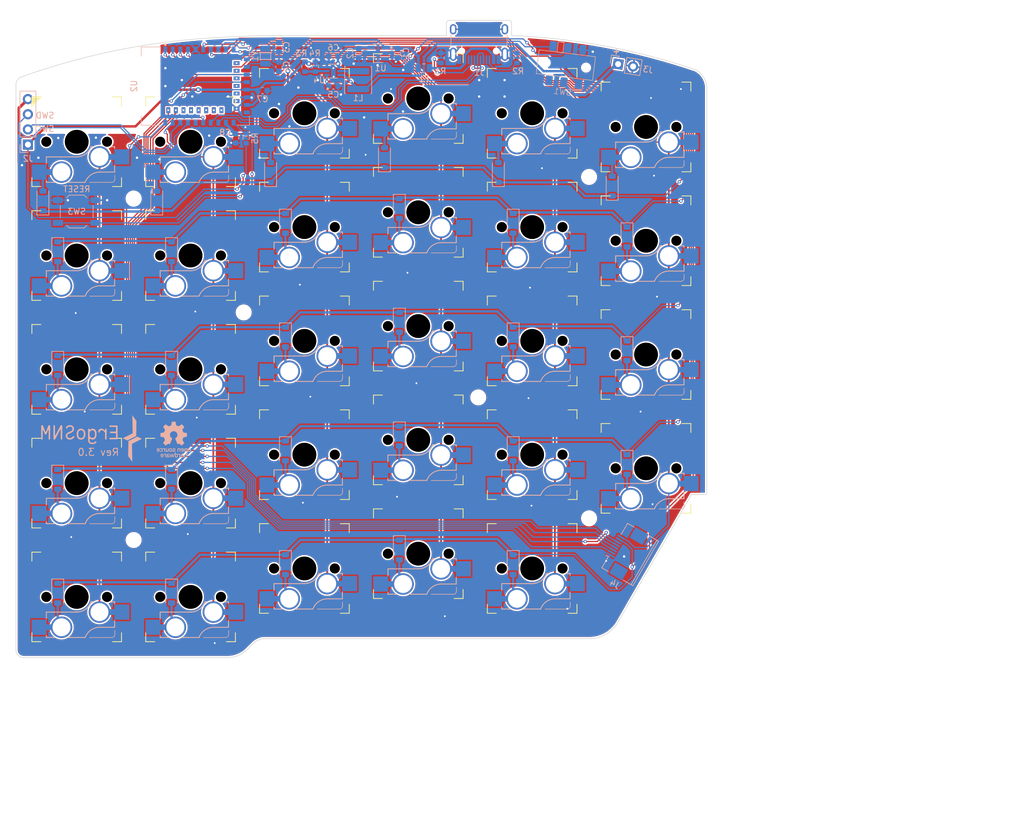
<source format=kicad_pcb>
(kicad_pcb (version 20221018) (generator pcbnew)
  (title_block (title "ErgoSNM Keyboard - Left") (rev "3.0") (company "SideraKB") (comment 1 "MIT License (Open source hardware)") (comment 2 "https://github.com/ziteh/ergo-snm-keyboard"))
  (layers (0 "F.Cu" signal) (31 "B.Cu" signal) (34 "B.Paste" user) (35 "F.Paste" user) (36 "B.SilkS" user "B.Silkscreen") (37 "F.SilkS" user "F.Silkscreen") (38 "B.Mask" user) (39 "F.Mask" user) (44 "Edge.Cuts" user))
  (net 0 "")
  (net 1 "+5V")
  (net 2 "GND")
  (net 3 "ROW_0")
  (net 4 "VDD")
  (net 5 "ROW_1")
  (net 6 "Net-(U2-P0.00{slash}XL1)")
  (net 7 "ROW_2")
  (net 8 "Net-(U2-P0.01{slash}XL2)")
  (net 9 "ROW_3")
  (net 10 "+BATT")
  (net 11 "ROW_4")
  (net 12 "Net-(D1-A)")
  (net 13 "Net-(D2-A)")
  (net 14 "Net-(D3-A)")
  (net 15 "Net-(D4-A)")
  (net 16 "Net-(D5-A)")
  (net 17 "Net-(D6-A)")
  (net 18 "Net-(D7-A)")
  (net 19 "Net-(D8-A)")
  (net 20 "Net-(D9-A)")
  (net 21 "Net-(D10-A)")
  (net 22 "Net-(D11-A)")
  (net 23 "Net-(D12-A)")
  (net 24 "Net-(D13-A)")
  (net 25 "Net-(D14-A)")
  (net 26 "Net-(D15-A)")
  (net 27 "Net-(D16-A)")
  (net 28 "Net-(D17-A)")
  (net 29 "Net-(D18-A)")
  (net 30 "Net-(D19-A)")
  (net 31 "Net-(D20-A)")
  (net 32 "Net-(D21-A)")
  (net 33 "Net-(D22-A)")
  (net 34 "Net-(D23-A)")
  (net 35 "Net-(D24-A)")
  (net 36 "Net-(D25-A)")
  (net 37 "VBUS")
  (net 38 "COL_7")
  (net 39 "COL_6")
  (net 40 "ROW_5")
  (net 41 "Encoder_B")
  (net 42 "Encoder_A")
  (net 43 "COL_5")
  (net 44 "COL_0")
  (net 45 "COL_1")
  (net 46 "COL_2")
  (net 47 "COL_3")
  (net 48 "COL_4")
  (net 49 "Net-(D26-A)")
  (net 50 "Net-(D27-A)")
  (net 51 "Net-(D28-A)")
  (net 52 "Net-(D29-A)")
  (net 53 "Net-(J1-CC1)")
  (net 54 "USB_D+")
  (net 55 "USB_D-")
  (net 57 "Net-(J1-CC2)")
  (net 59 "SWC")
  (net 60 "SWD")
  (net 61 "Net-(J3-Pin_1)")
  (net 62 "Net-(U4-L)")
  (net 63 "Net-(U4-FB)")
  (net 64 "~{RESET}")
  (net 67 "Debug_UART_Tx")
  (net 68 "Debug_UART_Rx")
  (net 72 "/mcu/DCCH")
  (net 78 "QMK_UART_Rx")
  (net 79 "QMK_UART_Tx")
  (net 81 "Net-(SW1B-B)")
  (footprint "key-switches:MX_switch_PTH_hotswap_A" (layer "F.Cu") (at 109.22 60.0075)
    (fp_text reference "KEY9" hide)
    (fp_text value "SW_Push_45deg" hide)
  )
  (footprint "key-switches:MX_switch_PTH_hotswap_A" (layer "F.Cu") (at 147.32 79.0575)
    (fp_text reference "KEY17" hide)
    (fp_text value "SW_Push_45deg" hide)
  )
  (footprint "key-switches:MX_switch_PTH_hotswap_A" (layer "F.Cu") (at 128.27 76.581)
    (fp_text reference "KEY16" hide)
    (fp_text value "SW_Push_45deg" hide)
  )
  (footprint "key-switches:MX_switch_PTH_hotswap_A" (layer "F.Cu") (at 109.22 79.0575)
    (fp_text reference "KEY15" hide)
    (fp_text value "SW_Push_45deg" hide)
  )
  (footprint "key-switches:MX_switch_PTH_hotswap_A" (layer "F.Cu") (at 166.37 62.2935)
    (fp_text reference "KEY12" hide)
    (fp_text value "SW_Push_45deg" hide)
  )
  (footprint "key-switches:MX_switch_PTH_hotswap_A" (layer "F.Cu") (at 147.32 60.0075)
    (fp_text reference "KEY11" hide)
    (fp_text value "SW_Push_45deg" hide)
  )
  (footprint "key-switches:MX_switch_PTH_hotswap_A" (layer "F.Cu") (at 71.12 64.77)
    (fp_text reference "KEY7" hide)
    (fp_text value "SW_Push_45deg" hide)
  )
  (footprint "key-switches:MX_switch_PTH_hotswap_A" (layer "F.Cu") (at 147.32 117.1575)
    (fp_text reference "KEY29" hide)
    (fp_text value "SW_Push_45deg" hide)
  )
  (footprint "key-switches:MX_switch_PTH_hotswap_A" (layer "F.Cu") (at 71.12 45.72)
    (fp_text reference "KEY1" hide)
    (fp_text value "SW_Push_45deg" hide)
  )
  (footprint "key-switches:MX_switch_PTH_hotswap_A" (layer "F.Cu") (at 71.12 102.87)
    (fp_text reference "KEY19" hide)
    (fp_text value "SW_Push_45deg" hide)
  )
  (footprint "key-switches:MX_switch_PTH_hotswap_A" (layer "F.Cu") (at 71.12 83.82)
    (fp_text reference "KEY13" hide)
    (fp_text value "SW_Push_45deg" hide)
  )
  (footprint "key-switches:MX_switch_PTH_hotswap_A" (layer "F.Cu") (at 90.17 64.77)
    (fp_text reference "KEY8" hide)
    (fp_text value "SW_Push_45deg" hide)
  )
  (footprint "key-switches:MX_switch_PTH_hotswap_A" (layer "F.Cu") (at 166.37 43.2435)
    (fp_text reference "KEY6" hide)
    (fp_text value "SW_Push_45deg" hide)
  )
  (footprint "key-switches:MX_switch_PTH_hotswap_A" (layer "F.Cu") (at 71.12 121.92)
    (fp_text reference "KEY25" hide)
    (fp_text value "SW_Push_45deg" hide)
  )
  (footprint "key-switches:MX_switch_PTH_hotswap_A" (layer "F.Cu") (at 90.17 121.92)
    (fp_text reference "KEY26" hide)
    (fp_text value "SW_Push_45deg" hide)
  )
  (footprint "key-switches:MX_switch_PTH_hotswap_A" (layer "F.Cu") (at 128.27 114.681)
    (fp_text reference "KEY28" hide)
    (fp_text value "SW_Push_45deg" hide)
  )
  (footprint "key-switches:MX_switch_PTH_hotswap_A" (layer "F.Cu") (at 109.22 98.1075)
    (fp_text reference "KEY21" hide)
    (fp_text value "SW_Push_45deg" hide)
  )
  (footprint "key-switches:MX_switch_PTH_hotswap_A" (layer "F.Cu") (at 166.37 81.3435)
    (fp_text reference "KEY18" hide)
    (fp_text value "SW_Push_45deg" hide)
  )
  (footprint "key-switches:MX_switch_PTH_hotswap_A" (layer "F.Cu") (at 128.27 95.631)
    (fp_text reference "KEY22" hide)
    (fp_text value "SW_Push_45deg" hide)
  )
  (footprint "key-switches:MX_switch_PTH_hotswap_A" (layer "F.Cu") (at 128.27 57.531)
    (fp_text reference "KEY10" hide)
    (fp_text value "SW_Push_45deg" hide)
  )
  (footprint "key-switches:MX_switch_PTH_hotswap_A" (layer "F.Cu") (at 90.17 102.87)
    (fp_text reference "KEY20" hide)
    (fp_text value "SW_Push_45deg" hide)
  )
  (footprint "key-switches:MX_switch_PTH_hotswap_A" (layer "F.Cu") (at 147.32 40.9575)
    (fp_text reference "KEY5" hide)
    (fp_text value "SW_Push_45deg" hide)
  )
  (footprint "key-switches:MX_switch_PTH_hotswap_A" (layer "F.Cu") (at 147.32 98.1075)
    (fp_text reference "KEY23" hide)
    (fp_text value "SW_Push_45deg" hide)
  )
  (footprint "key-switches:MX_switch_PTH_hotswap_A" (layer "F.Cu") (at 109.22 40.9575)
    (fp_text reference "KEY3" hide)
    (fp_text value "SW_Push_45deg" hide)
  )
  (footprint "key-switches:MX_switch_PTH_hotswap_A" (layer "F.Cu") (at 90.17 83.82)
    (fp_text reference "KEY14" hide)
    (fp_text value "SW_Push_45deg" hide)
  )
  (footprint "key-switches:MX_switch_PTH_hotswap_A" (layer "F.Cu") (at 90.17 45.72)
    (fp_text reference "KEY2" hide)
    (fp_text value "SW_Push_45deg" hide)
  )
  (footprint "key-switches:MX_switch_PTH_hotswap_A" (layer "F.Cu") (at 128.27 38.481)
    (fp_text reference "KEY4" hide)
    (fp_text value "SW_Push_45deg" hide)
  )
  (footprint "key-switches:MX_switch_PTH_hotswap_A" (layer "F.Cu") (at 166.37 100.3935)
    (fp_text reference "KEY24" hide)
    (fp_text value "SW_Push_45deg" hide)
  )
  (footprint "key-switches:MX_switch_PTH_hotswap_A" (layer "F.Cu") (at 109.22 117.1575)
    (fp_text reference "KEY27" hide)
    (fp_text value "SW_Push_45deg" hide)
  )
  (footprint "Diode_SMD:D_SOD-123" (layer "B.Cu") (at 125.095 94.996 -90)
    (fp_text reference "D22" hide)
    (fp_text value "1N4148")
  )
  (footprint "Diode_SMD:D_SOD-123" (layer "B.Cu") (at 163.195 99.7585 -90)
    (fp_text reference "D24" hide)
    (fp_text value "1N4148")
  )
  (footprint "Diode_SMD:D_SOD-123" (layer "B.Cu") (at 141.66 50.864 90)
    (fp_text reference "D5" hide)
    (fp_text value "1N4148")
  )
  (footprint "Package_TO_SOT_SMD:Texas_R-PDSO-G6" (layer "B.Cu") (at 114.06 33.9)
    (fp_text reference "U4")
    (fp_text value "TPS61220DCK")
  )
  (footprint "Diode_SMD:D_SOD-123" (layer "B.Cu") (at 67.945 64.135 -90)
    (fp_text reference "D7" hide)
    (fp_text value "1N4148")
  )
  (footprint "Diode_SMD:D_SOD-123" (layer "B.Cu") (at 103.56 50.864 90)
    (fp_text reference "D3" hide)
    (fp_text value "1N4148")
  )
  (footprint "Capacitor_SMD:C_0603_1608Metric" (layer "B.Cu") (at 104.96 33.15 -90)
    (fp_text reference "C4")
    (fp_text value "12pF")
  )
  (footprint "Diode_SMD:D_SOD-123" (layer "B.Cu") (at 67.945 102.235 -90)
    (fp_text reference "D19" hide)
    (fp_text value "1N4148")
  )
  (footprint "Diode_SMD:D_SOD-123" (layer "B.Cu") (at 144.145 97.4725 -90)
    (fp_text reference "D23" hide)
    (fp_text value "1N4148")
  )
  (footprint "Diode_SMD:D_SOD-123" (layer "B.Cu") (at 86.995 102.235 -90)
    (fp_text reference "D20" hide)
    (fp_text value "1N4148")
  )
  (footprint "MountingHole:MountingHole_2.2mm_M2" (layer "B.Cu") (at 156.845 108.7628 180)
    (fp_text reference "H6" hide)
    (fp_text value "MountingHole" hide)
  )
  (footprint "MountingHole:MountingHole_2.2mm_M2" (layer "B.Cu") (at 80.645 55.245 180)
    (fp_text reference "H1" hide)
    (fp_text value "MountingHole" hide)
  )
  (footprint "Diode_SMD:D_SOD-123" (layer "B.Cu") (at 86.995 83.185 -90)
    (fp_text reference "D14" hide)
    (fp_text value "1N4148")
  )
  (footprint "Capacitor_SMD:C_0603_1608Metric" (layer "B.Cu") (at 97.71 45.15 -90)
    (fp_text reference "C8")
    (fp_text value "10uF")
  )
  (footprint "Diode_SMD:D_SOD-123" (layer "B.Cu") (at 86.995 121.285 -90)
    (fp_text reference "D26" hide)
    (fp_text value "1N4148")
  )
  (footprint "Diode_SMD:D_SOD-123" (layer "B.Cu") (at 67.945 121.285 -90)
    (fp_text reference "D25" hide)
    (fp_text value "1N4148")
  )
  (footprint "Diode_SMD:D_SOD-123" (layer "B.Cu") (at 106.045 78.4225 -90)
    (fp_text reference "D15" hide)
    (fp_text value "1N4148")
  )
  (footprint "Diode_SMD:D_SOD-123" (layer "B.Cu") (at 65.46 55.6265 90)
    (fp_text reference "D1" hide)
    (fp_text value "1N4148")
  )
  (footprint "Diode_SMD:D_SOD-123" (layer "B.Cu") (at 125.095 75.946 -90)
    (fp_text reference "D16" hide)
    (fp_text value "1N4148")
  )
  (footprint "Resistor_SMD:R_0603_1608Metric" (layer "B.Cu") (at 132.06 31.7 90)
    (fp_text reference "R1")
    (fp_text value "5.1k")
  )
  (footprint "Capacitor_SMD:C_0603_1608Metric" (layer "B.Cu") (at 118.31 30.9 -90)
    (fp_text reference "C2")
    (fp_text value "1uF")
  )
  (footprint "Capacitor_SMD:C_0603_1608Metric" (layer "B.Cu") (at 102.21 37.15)
    (fp_text reference "C7")
    (fp_text value "10uF")
  )
  (footprint "Diode_SMD:D_SOD-123" (layer "B.Cu") (at 144.145 116.5225 -90)
    (fp_text reference "D29" hide)
    (fp_text value "1N4148")
  )
  (footprint "Diode_SMD:D_SOD-123" (layer "B.Cu") (at 67.945 83.185 -90)
    (fp_text reference "D13" hide)
    (fp_text value "1N4148")
  )
  (footprint "Crystal:Crystal_SMD_3215-2Pin_3.2x1.5mm" (layer "B.Cu") (at 102.71 31.4 -90)
    (fp_text reference "Y1")
    (fp_text value "32.768kHz")
  )
  (footprint "Diode_SMD:D_SOD-123" (layer "B.Cu") (at 106.045 97.4725 -90)
    (fp_text reference "D21" hide)
    (fp_text value "1N4148")
  )
  (footprint "Fuse:Fuse_0805_2012Metric" (layer "B.Cu") (at 129.21 33.4 180)
    (fp_text reference "F1")
    (fp_text value "500mA, 6V")
  )
  (footprint "MountingHole:MountingHole_2.2mm_M2" (layer "B.Cu") (at 138.303 88.519 180)
    (fp_text reference "H4" hide)
    (fp_text value "MountingHole" hide)
  )
  (footprint "ErgoSNM_Keyboard:E73-2G4M08S1C-52840" (layer "B.Cu") (at 90.96 36.4 180)
    (fp_text reference "U2")
    (fp_text value "E73-2G4M08S1C")
  )
  (footprint "Connector_PinHeader_2.54mm:PinHeader_1x04_P2.54mm_Vertical" (layer "B.Cu") (at 62.96 46.2)
    (fp_text reference "J2")
    (fp_text value "Conn_01x04")
  )
  (footprint "MountingHole:MountingHole_2.2mm_M2" (layer "B.Cu") (at 80.645 112.395 180)
    (fp_text reference "H2" hide)
    (fp_text value "MountingHole" hide)
  )
  (footprint "Diode_SMD:D_SOD-123" (layer "B.Cu") (at 144.145 59.3725 -90)
    (fp_text reference "D11" hide)
    (fp_text value "1N4148")
  )
  (footprint "Diode_SMD:D_SOD-123" (layer "B.Cu") (at 144.145 78.4225 -90)
    (fp_text reference "D17" hide)
    (fp_text value "1N4148")
  )
  (footprint "Diode_SMD:D_SOD-123" (layer "B.Cu") (at 86.995 64.135 -90)
    (fp_text reference "D8" hide)
    (fp_text value "1N4148")
  )
  (footprint "Button_Switch_SMD:SW_SPST_TL3342" (layer "B.Cu") (at 71.12 57.4046 180)
    (fp_text reference "SW3")
    (fp_text value "RESET")
  )
  (footprint "Diode_SMD:D_SOD-123" (layer "B.Cu") (at 122.61 48.3875 90)
    (fp_text reference "D4" hide)
    (fp_text value "1N4148")
  )
  (footprint "Diode_SMD:D_SOD-123" (layer "B.Cu") (at 84.51 55.6265 90)
    (fp_text reference "D2" hide)
    (fp_text value "1N4148")
  )
  (footprint "Connector_PinHeader_2.54mm:PinHeader_1x02_P2.54mm_Vertical" (layer "B.Cu") (at 161.7007 32.7226 -99)
    (fp_text reference "J3")
    (fp_text value "Conn_01x02")
  )
  (footprint "Resistor_SMD:R_0603_1608Metric" (layer "B.Cu") (at 109.31 33.15 -90)
    (fp_text reference "R3")
    (fp_text value "1.2M")
  )
  (footprint "MountingHole:MountingHole_2.2mm_M2" (layer "B.Cu") (at 99.06 74.295 180)
    (fp_text reference "H3" hide)
    (fp_text value "MountingHole" hide)
  )
  (footprint "Connector_USB:USB_C_Receptacle_HRO_TYPE-C-31-M-12" (layer "B.Cu") (at 138.43 27.94)
    (fp_text reference "J1")
    (fp_text value "USB_C_Receptacle_USB2.0")
  )
  (footprint "Capacitor_SMD:C_0603_1608Metric" (layer "B.Cu") (at 114.06 31.4 180)
    (fp_text reference "C6")
    (fp_text value "10uF")
  )
  (footprint "Resistor_SMD:R_0603_1608Metric" (layer "B.Cu") (at 144.78 31.7 90)
    (fp_text reference "R2")
    (fp_text value "5.1k")
  )
  (footprint "Resistor_SMD:R_0603_1608Metric" (layer "B.Cu") (at 99.46 45.15 90)
    (fp_text reference "R5")
    (fp_text value "10k")
  )
  (footprint "MountingHole:MountingHole_2.2mm_M2" (layer "B.Cu") (at 156.845 51.6128 180)
    (fp_text reference "H5" hide)
    (fp_text value "MountingHole" hide)
  )
  (footprint "Diode_SMD:D_SOD-123" (layer "B.Cu") (at 106.045 116.5225 -90)
    (fp_text reference "D27" hide)
    (fp_text value "1N4148")
  )
  (footprint "Inductor_SMD:L_Changjiang_FNR4030S" (layer "B.Cu") (at 118.21 35.4 90)
    (fp_text reference "L1")
    (fp_text value "4.7uH")
  )
  (footprint "Capacitor_SMD:C_0603_1608Metric" (layer "B.Cu") (at 124.81 30.9 -90)
    (fp_text reference "C1")
    (fp_text value "1uF")
  )
  (footprint "Resistor_SMD:R_0603_1608Metric" (layer "B.Cu") (at 111.06 33.15 90)
    (fp_text reference "R4")
    (fp_text value "220k")
  )
  (footprint "Diode_SMD:D_SOD-123" (layer "B.Cu") (at 106.045 59.3725 -90)
    (fp_text reference "D9" hide)
    (fp_text value "1N4148")
  )
  (footprint "ErgoSNM_Keyboard:MSKT-22D14-T" (layer "B.Cu") (at 152.96 32.9 -7)
    (fp_text reference "SW1")
    (fp_text value "SW_DPDT_x2" hide)
  )
  (footprint "Capacitor_SMD:C_0603_1608Metric" (layer "B.Cu") (at 114.06 36.4)
    (fp_text reference "C5")
    (fp_text value "10uF")
  )
  (footprint "Capacitor_SMD:C_0603_1608Metric" (layer "B.Cu") (at 104.96 29.9 -90)
    (fp_text reference "C3")
    (fp_text value "12pF")
  )
  (footprint "ErgoSNM_Keyboard:FPC_8P_0.5mm_AFC01-S08FCA-00" (layer "B.Cu") (at 163.86 114.9 60)
    (fp_text reference "J4")
    (fp_text value "Conn_01x08")
  )
  (footprint "Diode_SMD:D_SOD-123" (layer "B.Cu") (at 163.195 61.6585 -90)
    (fp_text reference "D12" hide)
    (fp_text value "1N4148")
  )
  (footprint "Diode_SMD:D_SOD-123" (layer "B.Cu") (at 125.095 114.046 -90)
    (fp_text reference "D28" hide)
    (fp_text value "1N4148")
  )
  (footprint "Diode_SMD:D_SOD-123" (layer "B.Cu") (at 163.195 80.7085 -90)
    (fp_text reference "D18" hide)
    (fp_text value "1N4148")
  )
  (footprint "Diode_SMD:D_SOD-123" (layer "B.Cu") (at 125.095 56.896 -90)
    (fp_text reference "D10" hide)
    (fp_text value "1N4148")
  )
  (footprint "Diode_SMD:D_SOD-123" (layer "B.Cu") (at 160.71 53.15 90)
    (fp_text reference "D6" hide)
    (fp_text value "1N4148")
  )
  (footprint "Package_TO_SOT_SMD:SOT-23-5" (layer "B.Cu") (at 121.56 30.9 180)
    (fp_text reference "U1")
    (fp_text value "RT9013-33GB")
  )
  (gr_circle (center 113.106459 36.867576) (end 112.956459 36.867576) (stroke (width 0.15)) (fill solid) (layer "B.SilkS"))
  (gr_poly (pts (xy 87.561364 98.561287) (xy 87.680823 98.561287) (xy 87.680823 98.499209) (xy 87.688053 98.506732) (xy 87.695677 98.513934) (xy 87.703679 98.520792) (xy 87.712043 98.527282) (xy 87.720749 98.533384) (xy 87.729783 98.539073) (xy 87.739125 98.544327) (xy 87.748759 98.549124) (xy 87.758668 98.553441) (xy 87.768835 98.557256) (xy 87.779242 98.560546) (xy 87.789873 98.563289) (xy 87.800709 98.565461) (xy 87.811734 98.56704) (xy 87.822931 98.568005) (xy 87.834282 98.568331) (xy 87.841032 98.568236) (xy 87.847666 98.567952) (xy 87.854184 98.567483) (xy 87.860585 98.566834) (xy 87.86687 98.566009) (xy 87.87304 98.56501) (xy 87.879094 98.563842) (xy 87.885033 98.562509) (xy 87.890856 98.561015) (xy 87.896565 98.559363) (xy 87.90216 98.557558) (xy 87.907639 98.555603) (xy 87.913005 98.553502) (xy 87.918257 98.551259) (xy 87.92842 98.546362) (xy 87.938129 98.540944) (xy 87.947388 98.535035) (xy 87.956196 98.528667) (xy 87.964558 98.521869) (xy 87.972473 98.514673) (xy 87.979944 98.50711) (xy 87.986973 98.499211) (xy 87.993561 98.491007) (xy 87.999441 98.483114) (xy 88.004793 98.475142) (xy 88.009636 98.466927) (xy 88.013991 98.458305) (xy 88.017879 98.449115) (xy 88.021321 98.439192) (xy 88.024337 98.428374) (xy 88.026948 98.416498) (xy 88.029175 98.4034) (xy 88.031037 98.388918) (xy 88.032557 98.372889) (xy 88.033754 98.35515) (xy 88.035263 98.313888) (xy 88.035729 98.263829) (xy 87.91627 98.263829) (xy 87.916176 98.281151) (xy 87.915798 98.298338) (xy 87.914988 98.315253) (xy 87.913598 98.331762) (xy 87.91148 98.347729) (xy 87.910103 98.355467) (xy 87.908488 98.363019) (xy 87.906617 98.370367) (xy 87.904472 98.377495) (xy 87.902035 98.384386) (xy 87.899287 98.391023) (xy 87.896209 98.397389) (xy 87.892783 98.403467) (xy 87.888992 98.40924) (xy 87.884815 98.414691) (xy 87.880235 98.419804) (xy 87.875233 98.424561) (xy 87.869792 98.428945) (xy 87.863891 98.432939) (xy 87.857514 98.436527) (xy 87.850641 98.439692) (xy 87.843255 98.442416) (xy 87.835336 98.444683) (xy 87.826866 98.446476) (xy 87.817827 98.447777) (xy 87.808201 98.44857) (xy 87.797968 98.448839) (xy 87.78784 98.448554) (xy 87.778312 98.447713) (xy 87.769365 98.446337) (xy 87.760982 98.444444) (xy 87.753143 98.442057) (xy 87.745831 98.439193) (xy 87.739027 98.435875) (xy 87.732713 98.432121) (xy 87.726872 98.427952) (xy 87.721484 98.423388) (xy 87.716531 98.41845) (xy 87.711996 98.413157) (xy 87.707859 98.407529) (xy 87.704104 98.401587) (xy 87.700711 98.395351) (xy 87.697662 98.38884) (xy 87.694939 98.382076) (xy 87.692524 98.375078) (xy 87.688545 98.360461) (xy 87.685577 98.34515) (xy 87.683477 98.329307) (xy 87.682097 98.313092) (xy 87.681292 98.296667) (xy 87.680823 98.263829) (xy 87.680916 98.247669) (xy 87.681292 98.231368) (xy 87.682097 98.215091) (xy 87.683477 98.199) (xy 87.685577 98.183259) (xy 87.686944 98.17557) (xy 87.688545 98.16803) (xy 87.690399 98.160659) (xy 87.692524 98.153478) (xy 87.694939 98.146506) (xy 87.697662 98.139764) (xy 87.700711 98.133273) (xy 87.704104 98.127053) (xy 87.707859 98.121124) (xy 87.711996 98.115507) (xy 87.716531 98.110222) (xy 87.721484 98.10529) (xy 87.726872 98.100731) (xy 87.732713 98.096565) (xy 87.739027 98.092813) (xy 87.745831 98.089494) (xy 87.753143 98.086631) (xy 87.760982 98.084242) (xy 87.769365 98.082349) (xy 87.778312 98.080971) (xy 87.78784 98.080129) (xy 87.797968 98.079844) (xy 87.808201 98.080113) (xy 87.817827 98.080906) (xy 87.826866 98.082208) (xy 87.835336 98.084001) (xy 87.843255 98.086267) (xy 87.850641 98.08899) (xy 87.857514 98.092152) (xy 87.863891 98.095737) (xy 87.869792 98.099727) (xy 87.875233 98.104104) (xy 87.880235 98.108853) (xy 87.884815 98.113955) (xy 87.888992 98.119394) (xy 87.892783 98.125151) (xy 87.896209 98.131211) (xy 87.899287 98.137556) (xy 87.902035 98.144169) (xy 87.904472 98.151033) (xy 87.908488 98.165443) (xy 87.91148 98.18065) (xy 87.913598 98.196516) (xy 87.914988 98.212905) (xy 87.915798 98.229678) (xy 87.91627 98.263829) (xy 88.035729 98.263829) (xy 88.035616 98.237799) (xy 88.035263 98.214108) (xy 88.034649 98.192596) (xy 88.033754 98.173102) (xy 88.032557 98.155463) (xy 88.031037 98.139518) (xy 88.029175 98.125106) (xy 88.026948 98.112066) (xy 88.024337 98.100235) (xy 88.022881 98.094723) (xy 88.021321 98.089453) (xy 88.019654 98.084405) (xy 88.017879 98.079559) (xy 88.015992 98.074893) (xy 88.013991 98.07039) (xy 88.009635 98.061785) (xy 88.004793 98.053583) (xy 87.999441 98.045623) (xy 87.993561 98.037742) (xy 87.986973 98.029527) (xy 87.979944 98.02162) (xy 87.972473 98.014052) (xy 87.964558 98.006853) (xy 87.956196 98.000053) (xy 87.947388 97.993685) (xy 87.938129 97.987778) (xy 87.92842 97.982362) (xy 87.918257 97.977469) (xy 87.907639 97.973129) (xy 87.896565 97.969373) (xy 87.885033 97.966231) (xy 87.87304 97.963734) (xy 87.860585 97.961912) (xy 87.847666 97.960797) (xy 87.834282 97.960418) (xy 87.823008 97.960744) (xy 87.812023 97.961708) (xy 87.801313 97.96329) (xy 87.790863 97.96547) (xy 87.780661 97.968225) (xy 87.770693 97.971537) (xy 87.760944 97.975384) (xy 87.751401 97.979745) (xy 87.74205 97.984601) (xy 87.732878 97.98993) (xy 87.723871 97.995713) (xy 87.715015 98.001927) (xy 87.706295 98.008554) (xy 87.6977 98.015572) (xy 87.689214 98.02296) (xy 87.680823 98.030698) (xy 87.680823 97.727287) (xy 87.561364 97.727287)) (fill solid) (layer "B.SilkS"))
  (gr_poly (pts (xy 85.225857 97.02253) (xy 85.217569 97.022905) (xy 85.209391 97.023524) (xy 85.201323 97.024382) (xy 85.185518 97.026796) (xy 85.170156 97.030107) (xy 85.155239 97.034276) (xy 85.140769 97.039264) (xy 85.126748 97.04503) (xy 85.113179 97.051537) (xy 85.100062 97.058743) (xy 85.087401 97.066611) (xy 85.075197 97.0751) (xy 85.063451 97.084172) (xy 85.052167 97.093786) (xy 85.041345 97.103904) (xy 85.030989 97.114486) (xy 85.0211 97.125492) (xy 85.108942 97.203974) (xy 85.114574 97.197293) (xy 85.120501 97.190881) (xy 85.126715 97.18476) (xy 85.133206 97.178954) (xy 85.139965 97.173485) (xy 85.146985 97.168374) (xy 85.154255 97.163644) (xy 85.161767 97.159317) (xy 85.169513 97.155416) (xy 85.177483 97.151963) (xy 85.185669 97.14898) (xy 85.194062 97.146489) (xy 85.202653 97.144513) (xy 85.211433 97.143074) (xy 85.220393 97.142194) (xy 85.229525 97.141896) (xy 85.247286 97.142546) (xy 85.264087 97.144515) (xy 85.27212 97.146003) (xy 85.279904 97.147832) (xy 85.287435 97.150005) (xy 85.29471 97.152526) (xy 85.301726 97.155399) (xy 85.30848 97.158627) (xy 85.314968 97.162214) (xy 85.321187 97.166163) (xy 85.327135 97.170479) (xy 85.332807 97.175165) (xy 85.3382 97.180224) (xy 85.343313 97.18566) (xy 85.34814 97.191477) (xy 85.352679 97.197678) (xy 85.356927 97.204268) (xy 85.36088 97.211249) (xy 85.364536 97.218626) (xy 85.36789 97.226402) (xy 85.370941 97.23458) (xy 85.373684 97.243165) (xy 85.376116 97.252159) (xy 85.378235 97.261567) (xy 85.380036 97.271393) (xy 85.381517 97.281639) (xy 85.383505 97.303409) (xy 85.384174 97.326906) (xy 85.384006 97.338773) (xy 85.383505 97.350212) (xy 85.382674 97.361225) (xy 85.381516 97.371816) (xy 85.380034 97.381988) (xy 85.378232 97.391745) (xy 85.376112 97.40109) (xy 85.373679 97.410027) (xy 85.370935 97.418559) (xy 85.367884 97.426689) (xy 85.364528 97.434422) (xy 85.360871 97.441759) (xy 85.356917 97.448705) (xy 85.352668 97.455264) (xy 85.348128 97.461438) (xy 85.3433 97.46723) (xy 85.338187 97.472646) (xy 85.332793 97.477687) (xy 85.32712 97.482357) (xy 85.321172 97.48666) (xy 85.314953 97.490599) (xy 85.308465 97.494178) (xy 85.301711 97.4974) (xy 85.294696 97.500268) (xy 85.287421 97.502785) (xy 85.279892 97.504956) (xy 85.272109 97.506784) (xy 85.264078 97.508272) (xy 85.2558 97.509423) (xy 85.24728 97.510241) (xy 85.238521 97.510729) (xy 85.229525 97.510891) (xy 85.224938 97.510816) (xy 85.220393 97.510593) (xy 85.215892 97.510224) (xy 85.211434 97.509713) (xy 85.202655 97.508274) (xy 85.194066 97.506298) (xy 85.185676 97.503807) (xy 85.177492 97.500824) (xy 85.169524 97.497371) (xy 85.16178 97.49347) (xy 85.154268 97.489143) (xy 85.146999 97.484413) (xy 85.13998 97.479302) (xy 85.13322 97.473833) (xy 85.126727 97.468027) (xy 85.120511 97.461906) (xy 85.114579 97.455494) (xy 85.108942 97.448813) (xy 85.0211 97.527295) (xy 85.030983 97.538284) (xy 85.041335 97.548851) (xy 85.052152 97.558957) (xy 85.063433 97.568562) (xy 85.075176 97.577627) (xy 85.087378 97.586111) (xy 85.100038 97.593975) (xy 85.113154 97.601179) (xy 85.126724 97.607685) (xy 85.140746 97.613451) (xy 85.155218 97.618439) (xy 85.170137 97.62261) (xy 85.185503 97.625922) (xy 85.201312 97.628337) (xy 85.217564 97.629815) (xy 85.234255 97.630317) (xy 85.259861 97.629291) (xy 85.28517 97.626171) (xy 85.309996 97.620894) (xy 85.334151 97.613395) (xy 85.345919 97.608793) (xy 85.357449 97.603611) (xy 85.368718 97.597842) (xy 85.379703 97.591478) (xy 85.390379 97.58451) (xy 85.400724 97.576932) (xy 85.410715 97.568734) (xy 85.420327 97.559909) (xy 85.429539 97.550448) (xy 85.438325 97.540345) (xy 85.446663 97.529591) (xy 85.454529 97.518177) (xy 85.461901 97.506097) (xy 85.468754 97.493341) (xy 85.475066 97.479903) (xy 85.480812 97.465773) (xy 85.48597 97.450945) (xy 85.490516 97.43541) (xy 85.494427 97.419159) (xy 85.497679 97.402186) (xy 85.500249 97.384483) (xy 85.502114 97.36604) (xy 85.50325 97.34685) (xy 85.503634 97.326906) (xy 85.50325 97.306868) (xy 85.502114 97.287591) (xy 85.500249 97.269066) (xy 85.497679 97.251284) (xy 85.494427 97.234239) (xy 85.490516 97.217921) (xy 85.48597 97.202322) (xy 85.480812 97.187435) (xy 85.475066 97.173252) (xy 85.468754 97.159763) (xy 85.461901 97.146961) (xy 85.454529 97.134839) (xy 85.446663 97.123387) (xy 85.438325 97.112597) (xy 85.429539 97.102462) (xy 85.420327 97.092973) (xy 85.410715 97.084122) (xy 85.400724 97.075902) (xy 85.390379 97.068303) (xy 85.379703 97.061318) (xy 85.368718 97.054938) (xy 85.357449 97.049156) (xy 85.345919 97.043963) (xy 85.334151 97.039351) (xy 85.322169 97.035313) (xy 85.309996 97.031839) (xy 85.297655 97.028922) (xy 85.28517 97.026554) (xy 85.272564 97.024726) (xy 85.259861 97.02343) (xy 85.234255 97.022404)) (fill solid) (layer "B.SilkS"))
  (gr_poly (pts (xy 88.790239 97.961007) (xy 88.764486 97.962819) (xy 88.739965 97.965925) (xy 88.728192 97.967985) (xy 88.716757 97.970395) (xy 88.70567 97.973163) (xy 88.694941 97.976299) (xy 88.684581 97.979812) (xy 88.6746 97.983709) (xy 88.665007 97.987999) (xy 88.655813 97.992693) (xy 88.647027 97.997797) (xy 88.638661 98.003322) (xy 88.630723 98.009276) (xy 88.623225 98.015667) (xy 88.616175 98.022504) (xy 88.609585 98.029797) (xy 88.603464 98.037554) (xy 88.597822 98.045783) (xy 88.59267 98.054494) (xy 88.588017 98.063696) (xy 88.583874 98.073396) (xy 88.580251 98.083604) (xy 88.577157 98.094329) (xy 88.574604 98.10558) (xy 88.5726 98.117364) (xy 88.571156 98.129692) (xy 88.570282 98.142571) (xy 88.569989 98.156011) (xy 88.569989 98.561287) (xy 88.689481 98.561287) (xy 88.689481 98.508569) (xy 88.691829 98.508569) (xy 88.696635 98.516004) (xy 88.70186 98.522921) (xy 88.70754 98.529325) (xy 88.713707 98.535222) (xy 88.720396 98.540617) (xy 88.727642 98.545515) (xy 88.735478 98.549921) (xy 88.74394 98.553842) (xy 88.753061 98.557281) (xy 88.762875 98.560244) (xy 88.773417 98.562738) (xy 88.784721 98.564765) (xy 88.796822 98.566334) (xy 88.809753 98.567447) (xy 88.823548 98.568111) (xy 88.838243 98.568332) (xy 88.85049 98.568103) (xy 88.86241 98.567425) (xy 88.873999 98.566307) (xy 88.885253 98.564758) (xy 88.896168 98.562789) (xy 88.90674 98.560409) (xy 88.916965 98.557629) (xy 88.926839 98.554458) (xy 88.936358 98.550906) (xy 88.945518 98.546983) (xy 88.954314 98.542699) (xy 88.962743 98.538063) (xy 88.9708 98.533086) (xy 88.978482 98.527777) (xy 88.985784 98.522147) (xy 88.992702 98.516205) (xy 88.999233 98.50996) (xy 89.005371 98.503424) (xy 89.011114 98.496605) (xy 89.016457 98.489514) (xy 89.021396 98.48216) (xy 89.025927 98.474554) (xy 89.030045 98.466704) (xy 89.033748 98.458622) (xy 89.03703 98.450317) (xy 89.039887 98.441798) (xy 89.042316 98.433076) (xy 89.044313 98.424161) (xy 89.045873 98.415062) (xy 89.046992 98.405789) (xy 89.047667 98.396352) (xy 89.047892 98.386762) (xy 89.047765 98.380907) (xy 88.935478 98.380907) (xy 88.935102 98.388305) (xy 88.93396 98.39555) (xy 88.932024 98.402597) (xy 88.929269 98.409402) (xy 88.927577 98.412699) (xy 88.92567 98.415919) (xy 88.923546 98.419056) (xy 88.921201 98.422104) (xy 88.918632 98.425058) (xy 88.915835 98.427912) (xy 88.912809 98.430661) (xy 88.909548 98.433299) (xy 88.906051 98.43582) (xy 88.902314 98.438219) (xy 88.898334 98.44049) (xy 88.894107 98.442629) (xy 88.889631 98.444628) (xy 88.884902 98.446482) (xy 88.879917 98.448187) (xy 88.874672 98.449736) (xy 88.863392 98.452344) (xy 88.851037 98.454262) (xy 88.83758 98.455446) (xy 88.822997 98.45585) (xy 88.805092 98.45571) (xy 88.788678 98.455218) (xy 88.773709 98.45427) (xy 88.760137 98.452761) (xy 88.753862 98.451763) (xy 88.747918 98.450586) (xy 88.742301 98.449216) (xy 88.737004 98.447641) (xy 88.732022 98.445847) (xy 88.72735 98.443821) (xy 88.72298 98.441549) (xy 88.718908 98.43902) (xy 88.715127 98.43622) (xy 88.711633 98.433135) (xy 88.708418 98.429753) (xy 88.705478 98.42606) (xy 88.702806 98.422044) (xy 88.700397 98.417691) (xy 88.698245 98.412988) (xy 88.696344 98.407923) (xy 88.694688 98.402481) (xy 88.693272 98.39665) (xy 88.69209 98.390417) (xy 88.691135 98.383769) (xy 88.690403 98.376693) (xy 88.689887 98.369175) (xy 88.689582 98.361202) (xy 88.689481 98.352762) (xy 88.689481 98.309403) (xy 88.832356 98.309403) (xy 88.838838 98.309485) (xy 88.845102 98.30973) (xy 88.851147 98.310135) (xy 88.856975 98.310697) (xy 88.862587 98.311415) (xy 88.867983 98.312286) (xy 88.873164 98.313308) (xy 88.878132 98.314478) (xy 88.882887 98.315795) (xy 88.88743 98.317254) (xy 88.891762 98.318855) (xy 88.895884 98.320595) (xy 88.899796 98.322471) (xy 88.903499 98.324482) (xy 88.906995 98.326624) (xy 88.910284 98.328896) (xy 88.913367 98.331294) (xy 88.916245 98.333817) (xy 88.918919 98.336463) (xy 88.921389 98.339229) (xy 88.923657 98.342112) (xy 88.925722 98.34511) (xy 88.927588 98.348221) (xy 88.929253 98.351442) (xy 88.930719 98.354772) (xy 88.931986 98.358207) (xy 88.933057 98.361746) (xy 88.933931 98.365386) (xy 88.934609 98.369124) (xy 88.935092 98.372959) (xy 88.935381 98.376887) (xy 88.935478 98.380907) (xy 89.047765 98.380907) (xy 89.0477 98.377912) (xy 89.047125 98.369157) (xy 89.046166 98.360508) (xy 89.044825 98.351978) (xy 89.043102 98.343579) (xy 89.040999 98.335323) (xy 89.038514 98.327222) (xy 89.03565 98.319289) (xy 89.032407 98.311537) (xy 89.028785 98.303976) (xy 89.024786 98.29662) (xy 89.020409 98.28948) (xy 89.015656 98.282569) (xy 89.010527 98.2759) (xy 89.005022 98.269484) (xy 88.999143 98.263333) (xy 88.99289 98.25746) (xy 88.986263 98.251878) (xy 88.979264 98.246598) (xy 88.971893 98.241632) (xy 88.96415 98.236994) (xy 88.956036 98.232694) (xy 88.947552 98.228746) (xy 88.938699 98.225162) (xy 88.929477 98.221953) (xy 88.919887 98.219132) (xy 88.909929 98.216712) (xy 88.899604 98.214705) (xy 88.888912 98.213122) (xy 88.877856 98.211976) (xy 88.866434 98.21128) (xy 88.854647 98.211045) (xy 88.689481 98.211045) (xy 88.689481 98.148967) (xy 88.68991 98.138852) (xy 88.690449 98.134105) (xy 88.691209 98.129562) (xy 88.69219 98.125218) (xy 88.693396 98.121072) (xy 88.694829 98.117121) (xy 88.696491 98.113361) (xy 88.698385 98.109789) (xy 88.700513 98.106403) (xy 88.702877 98.103199) (xy 88.70548 98.100174) (xy 88.708324 98.097326) (xy 88.711411 98.094652) (xy 88.714744 98.092148) (xy 88.718325 98.089812) (xy 88.722157 98.087641) (xy 88.726241 98.085631) (xy 88.735178 98.082084) (xy 88.745154 98.079148) (xy 88.756189 98.076799) (xy 88.768301 98.075014) (xy 88.781509 98.073768) (xy 88.795832 98.073038) (xy 88.811289 98.0728) (xy 88.82255 98.072941) (xy 88.83308 98.073372) (xy 88.842913 98.07411) (xy 88.852085 98.07517) (xy 88.856435 98.075826) (xy 88.860634 98.076567) (xy 88.864685 98.077397) (xy 88.868593 98.078317) (xy 88.872364 98.079328) (xy 88.876001 98.080433) (xy 88.879509 98.081634) (xy 88.882892 98.082933) (xy 88.886155 98.084331) (xy 88.889302 98.08583) (xy 88.892338 98.087433) (xy 88.895268 98.089141) (xy 88.898095 98.090956) (xy 88.900824 98.092881) (xy 88.903461 98.094916) (xy 88.906009 98.097064) (xy 88.908472 98.099327) (xy 88.910856 98.101706) (xy 88.913165 98.104204) (xy 88.915403 98.106823) (xy 88.917574 98.109564) (xy 88.919684 98.112429) (xy 88.921737 98.115421) (xy 88.923737 98.11854) (xy 89.017432 98.047102) (xy 89.008634 98.035697) (xy 88.999364 98.025203) (xy 88.989618 98.015596) (xy 88.979389 98.006853) (xy 88.968672 97.998947) (xy 88.957463 97.991857) (xy 88.945757 97.985556) (xy 88.933547 97.980022) (xy 88.920829 97.97523) (xy 88.907598 97.971155) (xy 88.893849 97.967773) (xy 88.879576 97.965061) (xy 88.864774 97.962993) (xy 88.849438 97.961546) (xy 88.833562 97.960696) (xy 88.817143 97.960418)) (fill solid) (layer "B.SilkS"))
  (gr_poly (pts (xy 86.375931 97.383163) (xy 86.375785 97.390638) (xy 86.375349 97.397912) (xy 86.37463 97.404983) (xy 86.373634 97.411848) (xy 86.372367 97.418504) (xy 86.370835 97.42495) (xy 86.369044 97.431184) (xy 86.367 97.437202) (xy 86.364709 97.443002) (xy 86.362177 97.448582) (xy 86.35941 97.45394) (xy 86.356413 97.459073) (xy 86.353194 97.463979) (xy 86.349758 97.468655) (xy 86.346111 97.473099) (xy 86.342259 97.477309) (xy 86.338208 97.481282) (xy 86.333964 97.485017) (xy 86.329534 97.488509) (xy 86.324922 97.491758) (xy 86.320135 97.494761) (xy 86.31518 97.497515) (xy 86.310062 97.500018) (xy 86.304787 97.502267) (xy 86.299361 97.504261) (xy 86.29379 97.505997) (xy 86.288081 97.507472) (xy 86.282239 97.508685) (xy 86.27627 97.509632) (xy 86.27018 97.510311) (xy 86.263976 97.51072) (xy 86.257663 97.510857) (xy 86.251449 97.51072) (xy 86.245337 97.510311) (xy 86.239335 97.509632) (xy 86.233447 97.508685) (xy 86.22768 97.507472) (xy 86.222041 97.505997) (xy 86.216535 97.504261) (xy 86.211169 97.502267) (xy 86.20595 97.500018) (xy 86.200882 97.497515) (xy 86.195973 97.494761) (xy 86.191228 97.491758) (xy 86.186655 97.488509) (xy 86.182258 97.485017) (xy 86.178045 97.481282) (xy 86.174021 97.477309) (xy 86.170193 97.473099) (xy 86.166567 97.468655) (xy 86.163149 97.463979) (xy 86.159946 97.459073) (xy 86.156963 97.45394) (xy 86.154207 97.448582) (xy 86.151684 97.443002) (xy 86.1494 97.437202) (xy 86.147361 97.431184) (xy 86.145574 97.42495) (xy 86.144045 97.418504) (xy 86.14278 97.411848) (xy 86.141786 97.404983) (xy 86.141067 97.397912) (xy 86.140632 97.390638) (xy 86.140485 97.383163) (xy 86.140485 97.029448) (xy 86.021059 97.029448) (xy 86.021059 97.623339) (xy 86.140485 97.623339) (xy 86.140485 97.560037) (xy 86.1428 97.560037) (xy 86.150017 97.568544) (xy 86.157608 97.576502) (xy 86.16556 97.583913) (xy 86.173861 97.590775) (xy 86.182499 97.597089) (xy 86.191461 97.602854) (xy 86.200736 97.608071) (xy 86.210311 97.612738) (xy 86.220173 97.616858) (xy 86.23031 97.620428) (xy 86.24071 97.623449) (xy 86.251361 97.625921) (xy 86.262251 97.627844) (xy 86.273366 97.629218) (xy 86.284695 97.630042) (xy 86.296226 97.630317) (xy 86.30504 97.630108) (xy 86.313903 97.629481) (xy 86.331683 97.626984) (xy 86.349395 97.622836) (xy 86.358172 97.620147) (xy 86.366868 97.61705) (xy 86.375461 97.613547) (xy 86.383929 97.609638) (xy 86.392252 97.605326) (xy 86.400407 97.600612) (xy 86.408374 97.595497) (xy 86.416131 97.589983) (xy 86.423656 97.584071) (xy 86.430928 97.577764) (xy 86.437925 97.571062) (xy 86.444627 97.563967) (xy 86.451011 97.55648) (xy 86.457056 97.548604) (xy 86.462741 97.540338) (xy 86.468044 97.531686) (xy 86.472944 97.522648) (xy 86.477419 97.513227) (xy 86.481448 97.503422) (xy 86.48501 97.493237) (xy 86.488082 97.482672) (xy 86.490644 97.471729) (xy 86.492674 97.460409) (xy 86.494151 97.448715) (xy 86.495053 97.436647) (xy 86.495358 97.424207) (xy 86.495358 97.029448) (xy 86.375931 97.029448)) (fill solid) (layer "B.SilkS"))
  (gr_poly (pts (xy 88.153418 97.960622) (xy 88.14469 97.961228) (xy 88.136142 97.962224) (xy 88.127766 97.963601) (xy 88.119557 97.965349) (xy 88.111505 97.967457) (xy 88.103606 97.969915) (xy 88.095851 97.972713) (xy 88.088234 97.97584) (xy 88.080748 97.979286) (xy 88.073384 97.983042) (xy 88.066138 97.987095) (xy 88.059001 97.991438) (xy 88.051966 97.996058) (xy 88.045027 98.000946) (xy 88.038176 98.006092) (xy 88.124827 98.10918) (xy 88.130007 98.105368) (xy 88.135021 98.101852) (xy 88.139899 98.098625) (xy 88.144666 98.095681) (xy 88.149352 98.093012) (xy 88.153982 98.090611) (xy 88.158585 98.088472) (xy 88.163188 98.086588) (xy 88.167818 98.084951) (xy 88.172504 98.083554) (xy 88.177272 98.082392) (xy 88.182149 98.081457) (xy 88.187165 98.080741) (xy 88.192345 98.080239) (xy 88.197717 98.079942) (xy 88.203309 98.079845) (xy 88.214264 98.080288) (xy 88.22511 98.081627) (xy 88.235763 98.08388) (xy 88.246142 98.087063) (xy 88.251203 98.089009) (xy 88.256165 98.091194) (xy 88.261016 98.09362) (xy 88.265748 98.09629) (xy 88.270349 98.099204) (xy 88.27481 98.102366) (xy 88.279119 98.105778) (xy 88.283267 98.109441) (xy 88.287244 98.113358) (xy 88.291039 98.117531) (xy 88.294641 98.121961) (xy 88.298041 98.126652) (xy 88.301228 98.131605) (xy 88.304192 98.136823) (xy 88.306923 98.142307) (xy 88.30941 98.148059) (xy 88.311643 98.154082) (xy 88.313611 98.160378) (xy 88.315306 98.166949) (xy 88.316715 98.173797) (xy 88.317829 98.180924) (xy 88.318637 98.188332) (xy 88.31913 98.196023) (xy 88.319296 98.204) (xy 88.319296 98.561287) (xy 88.438755 98.561287) (xy 88.438755 97.967462) (xy 88.319296 97.967462) (xy 88.319296 98.030698) (xy 88.316948 98.030698) (xy 88.309731 98.022191) (xy 88.30214 98.014233) (xy 88.294183 98.006822) (xy 88.285873 97.99996) (xy 88.27722 97.993646) (xy 88.268233 97.987881) (xy 88.258923 97.982664) (xy 88.249301 97.977996) (xy 88.239378 97.973877) (xy 88.229162 97.970307) (xy 88.218666 97.967286) (xy 88.207899 97.964814) (xy 88.196872 97.962891) (xy 88.185594 97.961517) (xy 88.174078 97.960693) (xy 88.162332 97.960418)) (fill solid) (layer "B.SilkS"))
  (gr_poly (pts (xy 87.257325 98.383255) (xy 87.254977 98.383255) (xy 87.120304 97.967462) (xy 87.033619 97.967462) (xy 86.898947 98.383255) (xy 86.896532 98.383255) (xy 86.782993 97.967462) (xy 86.656456 97.967462) (xy 86.846162 98.561287) (xy 86.951632 98.561287) (xy 87.075788 98.14546) (xy 87.078136 98.14546) (xy 87.202291 98.561287) (xy 87.307695 98.561287) (xy 87.497434 97.967462) (xy 87.370963 97.967462)) (fill solid) (layer "B.SilkS"))
  (gr_poly (pts (xy 88.793953 97.022687) (xy 88.781831 97.023533) (xy 88.769847 97.024933) (xy 88.758019 97.02688) (xy 88.746364 97.029367) (xy 88.734899 97.032386) (xy 88.723644 97.035929) (xy 88.712614 97.03999) (xy 88.701827 97.04456) (xy 88.691302 97.049632) (xy 88.681056 97.055199) (xy 88.671106 97.061253) (xy 88.66147 97.067787) (xy 88.652166 97.074793) (xy 88.64321 97.082263) (xy 88.634622 97.090191) (xy 88.626417 97.098568) (xy 88.618615 97.107388) (xy 88.611231 97.116642) (xy 88.604285 97.126323) (xy 88.597794 97.136425) (xy 88.591775 97.146938) (xy 88.586245 97.157856) (xy 88.581223 97.169171) (xy 88.576726 97.180877) (xy 88.572772 97.192964) (xy 88.569377 97.205426) (xy 88.566561 97.218256) (xy 88.564339 97.231445) (xy 88.562731 97.244986) (xy 88.561753 97.258873) (xy 88.561423 97.273096) (xy 88.561423 97.371488) (xy 88.931542 97.371488) (xy 88.931368 97.380463) (xy 88.930851 97.389156) (xy 88.929998 97.397568) (xy 88.928815 97.405697) (xy 88.92731 97.413545) (xy 88.925489 97.421109) (xy 88.923359 97.428392) (xy 88.920928 97.435391) (xy 88.918201 97.442107) (xy 88.915186 97.44854) (xy 88.911889 97.454689) (xy 88.908318 97.460554) (xy 88.904479 97.466136) (xy 88.900379 97.471433) (xy 88.896025 97.476446) (xy 88.891425 97.481174) (xy 88.886583 97.485617) (xy 88.881509 97.489776) (xy 88.876207 97.493648) (xy 88.870687 97.497236) (xy 88.864953 97.500537) (xy 88.859013 97.503553) (xy 88.852874 97.506283) (xy 88.846543 97.508726) (xy 88.840026 97.510882) (xy 88.83333 97.512752) (xy 88.826463 97.514335) (xy 88.819431 97.51563) (xy 88.812241 97.516638) (xy 88.8049 97.517358) (xy 88.797414 97.517791) (xy 88.789791 97.517935) (xy 88.781191 97.517689) (xy 88.772534 97.516957) (xy 88.763846 97.515748) (xy 88.755153 97.51407) (xy 88.746481 97.511933) (xy 88.737856 97.509343) (xy 88.729302 97.506311) (xy 88.720847 97.502845) (xy 88.712515 97.498954) (xy 88.704333 97.494645) (xy 88.696325 97.489928) (xy 88.688519 97.484811) (xy 88.680939 97.479304) (xy 88.673611 97.473413) (xy 88.666561 97.467149) (xy 88.659815 97.46052) (xy 88.573131 97.534273) (xy 88.584315 97.546546) (xy 88.59589 97.557904) (xy 88.607834 97.568362) (xy 88.620128 97.577938) (xy 88.632752 97.58665) (xy 88.645683 97.594515) (xy 88.658903 97.601548) (xy 88.672391 97.607769) (xy 88.686126 97.613194) (xy 88.700088 97.617839) (xy 88.714256 97.621723) (xy 88.72861 97.624863) (xy 88.743129 97.627274) (xy 88.757794 97.628976) (xy 88.772583 97.629984) (xy 88.787476 97.630317) (xy 88.810509 97.629599) (xy 88.833772 97.627323) (xy 88.857028 97.623303) (xy 88.88004 97.617354) (xy 88.902571 97.609291) (xy 88.913583 97.604409) (xy 88.924386 97.598929) (xy 88.93495 97.592827) (xy 88.945247 97.586082) (xy 88.955245 97.57867) (xy 88.964917 97.570566) (xy 88.974231 97.56175) (xy 88.983159 97.552196) (xy 88.991671 97.541883) (xy 88.999738 97.530786) (xy 89.007329 97.518884) (xy 89.014415 97.506152) (xy 89.020967 97.492568) (xy 89.026955 97.478108) (xy 89.032349 97.462749) (xy 89.03712 97.446468) (xy 89.041238 97.429243) (xy 89.044674 97.411049) (xy 89.047398 97.391864) (xy 89.04938 97.371664) (xy 89.050591 97.350427) (xy 89.051001 97.32813) (xy 89.050625 97.306954) (xy 89.049514 97.286675) (xy 89.048243 97.27313) (xy 88.931542 97.27313) (xy 88.680882 97.27313) (xy 88.681351 97.264792) (xy 88.682095 97.256704) (xy 88.68311 97.248865) (xy 88.684391 97.241276) (xy 88.685931 97.23394) (xy 88.687726 97.226857) (xy 88.68977 97.220027) (xy 88.692058 97.213452) (xy 88.694585 97.207134) (xy 88.697345 97.201073) (xy 88.700332 97.195269) (xy 88.703542 97.189725) (xy 88.706969 97.184441) (xy 88.710608 97.179419) (xy 88.714453 97.174658) (xy 88.718499 97.170162) (xy 88.72274 97.165929) (xy 88.727172 97.161962) (xy 88.731789 97.158262) (xy 88.736585 97.154829) (xy 88.741556 97.151664) (xy 88.746695 97.14877) (xy 88.751998 97.146146) (xy 88.757459 97.143794) (xy 88.763073 97.141714) (xy 88.768834 97.139909) (xy 88.774737 97.138378) (xy 88.780777 97.137123) (xy 88.786948 97.136146) (xy 88.793245 97.135446) (xy 88.799663 97.135026) (xy 88.806196 97.134885) (xy 88.812732 97.135026) (xy 88.819159 97.135446) (xy 88.825472 97.136146) (xy 88.831663 97.137123) (xy 88.837728 97.138378) (xy 88.84366 97.139909) (xy 88.849452 97.141714) (xy 88.8551 97.143794) (xy 88.860597 97.146146) (xy 88.865937 97.14877) (xy 88.871114 97.151664) (xy 88.876122 97.154829) (xy 88.880954 97.158262) (xy 88.885606 97.161962) (xy 88.890071 97.165929) (xy 88.894343 97.170161) (xy 88.898416 97.174658) (xy 88.902284 97.179419) (xy 88.905941 97.184441) (xy 88.909381 97.189725) (xy 88.912597 97.195269) (xy 88.915585 97.201072) (xy 88.918338 97.207134) (xy 88.920849 97.213452) (xy 88.923114 97.220027) (xy 88.925125 97.226856) (xy 88.926877 97.23394) (xy 88.928364 97.241276) (xy 88.929581 97.248864) (xy 88.930519 97.256703) (xy 88.931175 97.264792) (xy 88.931542 97.27313) (xy 89.048243 97.27313) (xy 89.047694 97.26728) (xy 89.045192 97.248752) (xy 89.042035 97.231078) (xy 89.038249 97.214242) (xy 89.033862 97.19823) (xy 89.028898 97.183027) (xy 89.023386 97.168617) (xy 89.017351 97.154988) (xy 89.01082 97.142122) (xy 89.00382 97.130007) (xy 88.996378 97.118627) (xy 88.988519 97.107967) (xy 88.980271 97.098012) (xy 88.971659 97.088748) (xy 88.962712 97.08016) (xy 88.953454 97.072233) (xy 88.943913 97.064953) (xy 88.934116 97.058304) (xy 88.924088 97.052272) (xy 88.913857 97.046842) (xy 88.903449 97.041999) (xy 88.89289 97.037729) (xy 88.882208 97.034016) (xy 88.871428 97.030847) (xy 88.860578 97.028205) (xy 88.849683 97.026077) (xy 88.827868 97.023302) (xy 88.806196 97.022404)) (fill solid) (layer "B.SilkS"))
  (gr_poly (pts (xy 86.833592 97.022519) (xy 86.82524 97.02286) (xy 86.817102 97.023419) (xy 86.809176 97.024187) (xy 86.801459 97.025157) (xy 86.793947 97.026321) (xy 86.786639 97.027671) (xy 86.779531 97.029198) (xy 86.772621 97.030896) (xy 86.765905 97.032755) (xy 86.759381 97.034769) (xy 86.753047 97.036929) (xy 86.746898 97.039227) (xy 86.740933 97.041655) (xy 86.735149 97.044205) (xy 86.729543 97.04687) (xy 86.718853 97.05251) (xy 86.708841 97.058513) (xy 86.699484 97.064814) (xy 86.69076 97.07135) (xy 86.682647 97.078057) (xy 86.675122 97.084872) (xy 86.668163 97.091731) (xy 86.661748 97.098571) (xy 86.653498 97.108021) (xy 86.645867 97.117559) (xy 86.638845 97.127304) (xy 86.632418 97.13737) (xy 86.626574 97.147876) (xy 86.621302 97.158938) (xy 86.616589 97.170672) (xy 86.612424 97.183196) (xy 86.608793 97.196626) (xy 86.605686 97.211079) (xy 86.60309 97.226671) (xy 86.600993 97.24352) (xy 86.599383 97.261742) (xy 86.598248 97.281454) (xy 86.597576 97.302773) (xy 86.597355 97.325815) (xy 86.597576 97.34905) (xy 86.598248 97.370539) (xy 86.599383 97.3904) (xy 86.600993 97.408751) (xy 86.60309 97.425711) (xy 86.605686 97.441397) (xy 86.608793 97.455928) (xy 86.612424 97.469422) (xy 86.616589 97.481997) (xy 86.621302 97.493771) (xy 86.626574 97.504863) (xy 86.632418 97.51539) (xy 86.638845 97.525471) (xy 86.645867 97.535223) (xy 86.653498 97.544766) (xy 86.661748 97.554217) (xy 86.668163 97.561056) (xy 86.675122 97.567913) (xy 86.682647 97.574724) (xy 86.69076 97.581427) (xy 86.699484 97.587958) (xy 86.708841 97.594253) (xy 86.718853 97.60025) (xy 86.729543 97.605884) (xy 86.740933 97.611093) (xy 86.753047 97.615813) (xy 86.765905 97.619981) (xy 86.779531 97.623533) (xy 86.793947 97.626406) (xy 86.809176 97.628537) (xy 86.82524 97.629861) (xy 86.842161 97.630317) (xy 86.850724 97.630202) (xy 86.85907 97.629861) (xy 86.867202 97.629304) (xy 86.875123 97.628537) (xy 86.882836 97.627568) (xy 86.890343 97.626406) (xy 86.897647 97.625058) (xy 86.904752 97.623533) (xy 86.911659 97.621838) (xy 86.918371 97.619981) (xy 86.924892 97.61797) (xy 86.931224 97.615813) (xy 86.93737 97.613519) (xy 86.943333 97.611094) (xy 86.949116 97.608546) (xy 86.95472 97.605885) (xy 86.965408 97.60025) (xy 86.975418 97.594254) (xy 86.984773 97.587958) (xy 86.993496 97.581427) (xy 87.001608 97.574724) (xy 87.009133 97.567913) (xy 87.016092 97.561056) (xy 87.022507 97.554217) (xy 87.030758 97.544766) (xy 87.03839 97.535224) (xy 87.045416 97.525473) (xy 87.051847 97.515394) (xy 87.057696 97.504869) (xy 87.062974 97.49378) (xy 87.067693 97.482007) (xy 87.071864 97.469434) (xy 87.075501 97.455942) (xy 87.078614 97.441411) (xy 87.081215 97.425725) (xy 87.083317 97.408765) (xy 87.084931 97.390412) (xy 87.08607 97.370548) (xy 87.086744 97.349055) (xy 87.086966 97.325815) (xy 86.967474 97.325815) (xy 86.96739 97.341344) (xy 86.967128 97.355494) (xy 86.966677 97.36837) (xy 86.966025 97.380077) (xy 86.96516 97.39072) (xy 86.96407 97.400404) (xy 86.962742 97.409232) (xy 86.961165 97.417311) (xy 86.959327 97.424745) (xy 86.957216 97.431639) (xy 86.95482 97.438098) (xy 86.952126 97.444226) (xy 86.949123 97.450129) (xy 86.945799 97.455911) (xy 86.942141 97.461677) (xy 86.938138 97.467533) (xy 86.934627 97.47208) (xy 86.93067 97.47647) (xy 86.926293 97.480683) (xy 86.921519 97.484702) (xy 86.916372 97.488507) (xy 86.910878 97.492079) (xy 86.90506 97.495401) (xy 86.898943 97.498452) (xy 86.892551 97.501214) (xy 86.885909 97.503669) (xy 86.87904 97.505798) (xy 86.87197 97.507581) (xy 86.864723 97.509001) (xy 86.857323 97.510039) (xy 86.849794 97.510675) (xy 86.842161 97.510891) (xy 86.834517 97.510675) (xy 86.82698 97.510037) (xy 86.819574 97.508999) (xy 86.812322 97.507577) (xy 86.80525 97.505791) (xy 86.79838 97.50366) (xy 86.791738 97.501203) (xy 86.785346 97.498439) (xy 86.779228 97.495387) (xy 86.77341 97.492065) (xy 86.767914 97.488492) (xy 86.762766 97.484688) (xy 86.757987 97.480671) (xy 86.753604 97.47646) (xy 86.749639 97.472074) (xy 86.747821 97.469822) (xy 86.746117 97.467533) (xy 86.742115 97.461678) (xy 86.738459 97.455913) (xy 86.735138 97.450137) (xy 86.732139 97.444244) (xy 86.729451 97.438133) (xy 86.72706 97.4317) (xy 86.724955 97.424842) (xy 86.723123 97.417456) (xy 86.721552 97.409438) (xy 86.720231 97.400686) (xy 86.719146 97.391096) (xy 86.718286 97.380566) (xy 86.717638 97.368991) (xy 86.717191 97.35627) (xy 86.716847 97.326973) (xy 86.716931 97.311443) (xy 86.717191 97.297291) (xy 86.717638 97.284412) (xy 86.718286 97.272701) (xy 86.719146 97.262054) (xy 86.720231 97.252367) (xy 86.721552 97.243534) (xy 86.723123 97.235452) (xy 86.724955 97.228015) (xy 86.72706 97.221119) (xy 86.729451 97.21466) (xy 86.732139 97.208533) (xy 86.735138 97.202634) (xy 86.738459 97.196857) (xy 86.742115 97.191099) (xy 86.746117 97.185255) (xy 86.749639 97.180707) (xy 86.753604 97.176318) (xy 86.757987 97.172104) (xy 86.762766 97.168085) (xy 86.767914 97.16428) (xy 86.77341 97.160708) (xy 86.779228 97.157387) (xy 86.785346 97.154336) (xy 86.791738 97.151573) (xy 86.79838 97.149118) (xy 86.80525 97.14699) (xy 86.812322 97.145206) (xy 86.819574 97.143786) (xy 86.82698 97.142749) (xy 86.834517 97.142112) (xy 86.842161 97.141896) (xy 86.849794 97.142113) (xy 86.857323 97.14275) (xy 86.864723 97.143789) (xy 86.87197 97.145211) (xy 86.87904 97.146996) (xy 86.885909 97.149127) (xy 86.892551 97.151584) (xy 86.898943 97.154348) (xy 86.90506 97.157401) (xy 86.910878 97.160723) (xy 86.916372 97.164295) (xy 86.921519 97.168099) (xy 86.926293 97.172116) (xy 86.93067 97.176327) (xy 86.934627 97.180713) (xy 86.93644 97.182966) (xy 86.938138 97.185255) (xy 86.942141 97.191099) (xy 86.945799 97.196855) (xy 86.949123 97.202626) (xy 86.952126 97.208515) (xy 86.95482 97.214625) (xy 86.957216 97.221058) (xy 86.959327 97.227918) (xy 86.961165 97.235307) (xy 86.962742 97.243328) (xy 86.96407 97.252084) (xy 86.96516 97.261678) (xy 86.966025 97.272213) (xy 86.966677 97.283791) (xy 86.967128 97.296515) (xy 86.967474 97.325815) (xy 87.086966 97.325815) (xy 87.086744 97.302773) (xy 87.08607 97.281456) (xy 87.084931 97.261745) (xy 87.083317 97.243525) (xy 87.081215 97.226678) (xy 87.078614 97.211087) (xy 87.075501 97.196637) (xy 87.071864 97.183208) (xy 87.067693 97.170686) (xy 87.062974 97.158952) (xy 87.057696 97.147891) (xy 87.051847 97.137384) (xy 87.045416 97.127316) (xy 87.03839 97.117569) (xy 87.030758 97.108026) (xy 87.022507 97.098571) (xy 87.016092 97.091731) (xy 87.009133 97.084872) (xy 87.001608 97.078057) (xy 86.993495 97.07135) (xy 86.984773 97.064814) (xy 86.975418 97.058513) (xy 86.965407 97.05251) (xy 86.95472 97.04687) (xy 86.943333 97.041655) (xy 86.931224 97.036929) (xy 86.918371 97.032756) (xy 86.904751 97.029199) (xy 86.890343 97.026321) (xy 86.875123 97.024187) (xy 86.85907 97.02286) (xy 86.842161 97.022404)) (fill solid) (layer "B.SilkS"))
  (gr_poly (pts (xy 86.389515 97.961007) (xy 86.363766 97.962819) (xy 86.339248 97.965925) (xy 86.327475 97.967985) (xy 86.316041 97.970395) (xy 86.304955 97.973163) (xy 86.294226 97.976299) (xy 86.283866 97.979812) (xy 86.273885 97.983709) (xy 86.264291 97.987999) (xy 86.255097 97.992693) (xy 86.246311 97.997797) (xy 86.237943 98.003322) (xy 86.230005 98.009276) (xy 86.222505 98.015667) (xy 86.215455 98.022504) (xy 86.208864 98.029797) (xy 86.202742 98.037554) (xy 86.197099 98.045783) (xy 86.191946 98.054494) (xy 86.187292 98.063696) (xy 86.183148 98.073396) (xy 86.179524 98.083604) (xy 86.17643 98.094329) (xy 86.173875 98.10558) (xy 86.171871 98.117364) (xy 86.170427 98.129692) (xy 86.169553 98.142571) (xy 86.169259 98.156011) (xy 86.169259 98.561287) (xy 86.288785 98.561287) (xy 86.288785 98.508569) (xy 86.2911 98.508569) (xy 86.295912 98.516004) (xy 86.301143 98.522921) (xy 86.306828 98.529325) (xy 86.313001 98.535222) (xy 86.319695 98.540617) (xy 86.326946 98.545515) (xy 86.334787 98.549921) (xy 86.343252 98.553842) (xy 86.352375 98.557281) (xy 86.362191 98.560244) (xy 86.372734 98.562738) (xy 86.384038 98.564765) (xy 86.396137 98.566334) (xy 86.409066 98.567447) (xy 86.422857 98.568111) (xy 86.437547 98.568332) (xy 86.449793 98.568103) (xy 86.461713 98.567425) (xy 86.473303 98.566307) (xy 86.484558 98.564758) (xy 86.495474 98.562789) (xy 86.506047 98.560409) (xy 86.516273 98.557629) (xy 86.526148 98.554458) (xy 86.535668 98.550906) (xy 86.544829 98.546983) (xy 86.553626 98.542699) (xy 86.562057 98.538063) (xy 86.570115 98.533086) (xy 86.577799 98.527777) (xy 86.585102 98.522147) (xy 86.592022 98.516205) (xy 86.598554 98.50996) (xy 86.604695 98.503424) (xy 86.610439 98.496605) (xy 86.615783 98.489514) (xy 86.620724 98.48216) (xy 86.625256 98.474554) (xy 86.629376 98.466704) (xy 86.633079 98.458622) (xy 86.636362 98.450317) (xy 86.639221 98.441798) (xy 86.641651 98.433076) (xy 86.643648 98.424161) (xy 86.645209 98.415062) (xy 86.646328 98.405789) (xy 86.647003 98.396352) (xy 86.647229 98.386762) (xy 86.647102 98.380907) (xy 86.534715 98.380907) (xy 86.53434 98.388305) (xy 86.533197 98.39555) (xy 86.531262 98.402597) (xy 86.528507 98.409402) (xy 86.526815 98.412699) (xy 86.524908 98.415919) (xy 86.522784 98.419056) (xy 86.52044 98.422104) (xy 86.517871 98.425058) (xy 86.515075 98.427912) (xy 86.512049 98.430661) (xy 86.50879 98.433299) (xy 86.505294 98.43582) (xy 86.501558 98.438219) (xy 86.497578 98.44049) (xy 86.493353 98.442629) (xy 86.488878 98.444628) (xy 86.48415 98.446482) (xy 86.479166 98.448187) (xy 86.473923 98.449736) (xy 86.462647 98.452344) (xy 86.450296 98.454262) (xy 86.436845 98.455446) (xy 86.422267 98.45585) (xy 86.404362 98.45571) (xy 86.387948 98.455218) (xy 86.372979 98.45427) (xy 86.359408 98.452761) (xy 86.353132 98.451763) (xy 86.347188 98.450586) (xy 86.341571 98.449216) (xy 86.336275 98.447641) (xy 86.331293 98.445847) (xy 86.32662 98.443821) (xy 86.32225 98.441549) (xy 86.318178 98.43902) (xy 86.314398 98.43622) (xy 86.310903 98.433135) (xy 86.307688 98.429753) (xy 86.304748 98.42606) (xy 86.302076 98.422044) (xy 86.299667 98.417691) (xy 86.297515 98.412988) (xy 86.295614 98.407923) (xy 86.293958 98.402481) (xy 86.292542 98.39665) (xy 86.29136 98.390417) (xy 86.290405 98.383769) (xy 86.289673 98.376693) (xy 86.289157 98.369175) (xy 86.288852 98.361202) (xy 86.288751 98.352762) (xy 86.288752 98.352762) (xy 86.288752 98.309403) (xy 86.431627 98.309403) (xy 86.438106 98.309485) (xy 86.444366 98.30973) (xy 86.450409 98.310135) (xy 86.456234 98.310697) (xy 86.461844 98.311415) (xy 86.467238 98.312286) (xy 86.472418 98.313308) (xy 86.477384 98.314478) (xy 86.482137 98.315795) (xy 86.486679 98.317254) (xy 86.491009 98.318855) (xy 86.495129 98.320595) (xy 86.49904 98.322471) (xy 86.502743 98.324482) (xy 86.506238 98.326624) (xy 86.509526 98.328896) (xy 86.512608 98.331294) (xy 86.515485 98.333817) (xy 86.518158 98.336463) (xy 86.520628 98.339229) (xy 86.522895 98.342112) (xy 86.524961 98.34511) (xy 86.526826 98.348221) (xy 86.528491 98.351442) (xy 86.529956 98.354772) (xy 86.531224 98.358207) (xy 86.532294 98.361746) (xy 86.533168 98.365386) (xy 86.533846 98.369124) (xy 86.534329 98.372959) (xy 86.534619 98.376887) (xy 86.534715 98.380907) (xy 86.647102 98.380907) (xy 86.647037 98.377912) (xy 86.646461 98.369157) (xy 86.645501 98.360508) (xy 86.644159 98.351978) (xy 86.642435 98.343579) (xy 86.640329 98.335323) (xy 86.637843 98.327222) (xy 86.634977 98.319289) (xy 86.631732 98.311537) (xy 86.628108 98.303976) (xy 86.624106 98.29662) (xy 86.619727 98.28948) (xy 86.614971 98.282569) (xy 86.609839 98.2759) (xy 86.604332 98.269484) (xy 86.598451 98.263333) (xy 86.592195 98.25746) (xy 86.585566 98.251878) (xy 86.578565 98.246598) (xy 86.571192 98.241632) (xy 86.563448 98.236994) (xy 86.555333 98.232694) (xy 86.546848 98.228746) (xy 86.537994 98.225162) (xy 86.528771 98.221953) (xy 86.519181 98.219132) (xy 86.509223 98.216712) (xy 86.498899 98.214705) (xy 86.488209 98.213122) (xy 86.477154 98.211976) (xy 86.465734 98.21128) (xy 86.453951 98.211045) (xy 86.288785 98.211045) (xy 86.288785 98.148967) (xy 86.289213 98.138852) (xy 86.289753 98.134105) (xy 86.290512 98.129562) (xy 86.291494 98.125218) (xy 86.2927 98.121072) (xy 86.294133 98.117121) (xy 86.295795 98.113361) (xy 86.297689 98.109789) (xy 86.299817 98.106403) (xy 86.302182 98.103199) (xy 86.304785 98.100174) (xy 86.307629 98.097326) (xy 86.310717 98.094652) (xy 86.314051 98.092148) (xy 86.317632 98.089812) (xy 86.321465 98.087641) (xy 86.32555 98.085631) (xy 86.334489 98.082084) (xy 86.344468 98.079148) (xy 86.355506 98.076799) (xy 86.367622 98.075014) (xy 86.380834 98.073768) (xy 86.395162 98.073038) (xy 86.410625 98.0728) (xy 86.421886 98.072941) (xy 86.432413 98.073372) (xy 86.442243 98.07411) (xy 86.451411 98.07517) (xy 86.455759 98.075826) (xy 86.459955 98.076567) (xy 86.464003 98.077397) (xy 86.467909 98.078317) (xy 86.471676 98.079328) (xy 86.47531 98.080433) (xy 86.478815 98.081634) (xy 86.482195 98.082933) (xy 86.485455 98.084331) (xy 86.488599 98.08583) (xy 86.491632 98.087433) (xy 86.494559 98.089141) (xy 86.497383 98.090956) (xy 86.50011 98.092881) (xy 86.502744 98.094916) (xy 86.505289 98.097064) (xy 86.507751 98.099327) (xy 86.510132 98.101706) (xy 86.512439 98.104204) (xy 86.514676 98.106823) (xy 86.516846 98.109564) (xy 86.518955 98.112429) (xy 86.521007 98.115421) (xy 86.523007 98.11854) (xy 86.616736 98.047102) (xy 86.607937 98.035697) (xy 86.598665 98.025203) (xy 86.588915 98.015596) (xy 86.578682 98.006853) (xy 86.567961 97.998947) (xy 86.556748 97.991857) (xy 86.545036 97.985556) (xy 86.532822 97.980022) (xy 86.520099 97.97523) (xy 86.506865 97.971155) (xy 86.493112 97.967773) (xy 86.478837 97.965061) (xy 86.464035 97.962993) (xy 86.4487 97.961546) (xy 86.432828 97.960696) (xy 86.416413 97.960418)) (fill solid) (layer "B.SilkS"))
  (gr_poly (pts (xy 76.71208 93.212354) (xy 76.705505 93.21277) (xy 76.699063 93.213465) (xy 76.692752 93.214437) (xy 76.686574 93.215687) (xy 76.680529 93.217215) (xy 76.674615 93.219021) (xy 76.668834 93.221105) (xy 76.663185 93.223466) (xy 76.657669 93.226105) (xy 76.652284 93.229022) (xy 76.647032 93.232217) (xy 76.641913 93.23569) (xy 76.636925 93.23944) (xy 76.63207 93.243469) (xy 76.627347 93.247775) (xy 76.623041 93.252299) (xy 76.619013 93.256982) (xy 76.615263 93.261824) (xy 76.61179 93.266825) (xy 76.608595 93.271984) (xy 76.605678 93.277302) (xy 76.603039 93.282779) (xy 76.600678 93.288415) (xy 76.598594 93.294209) (xy 76.596788 93.300162) (xy 76.59526 93.306274) (xy 76.59401 93.312545) (xy 76.593038 93.318974) (xy 76.592343 93.325562) (xy 76.591927 93.332309) (xy 76.591788 93.339215) (xy 76.591927 93.345915) (xy 76.592343 93.35247) (xy 76.593038 93.35888) (xy 76.59401 93.365144) (xy 76.59526 93.371262) (xy 76.596788 93.377235) (xy 76.598594 93.383063) (xy 76.600678 93.388745) (xy 76.603039 93.394281) (xy 76.605678 93.399672) (xy 76.608595 93.404917) (xy 76.61179 93.410017) (xy 76.615263 93.414971) (xy 76.619013 93.41978) (xy 76.623041 93.424444) (xy 76.627347 93.428961) (xy 76.63207 93.433472) (xy 76.636925 93.437693) (xy 76.641913 93.441622) (xy 76.647032 93.44526) (xy 76.652284 93.448607) (xy 76.657669 93.451663) (xy 76.663185 93.454427) (xy 76.668834 93.456901) (xy 76.674615 93.459084) (xy 76.680529 93.460976) (xy 76.686574 93.462577) (xy 76.692752 93.463886) (xy 76.699063 93.464905) (xy 76.705505 93.465633) (xy 76.71208 93.466069) (xy 76.718787 93.466215) (xy 77.607787 93.466215) (xy 77.612616 93.466327) (xy 77.617365 93.466664) (xy 77.622035 93.467227) (xy 77.626625 93.468014) (xy 77.631137 93.469026) (xy 77.635568 93.470263) (xy 77.639921 93.471725) (xy 77.644194 93.473411) (xy 77.648387 93.475323) (xy 77.652502 93.477459) (xy 77.656536 93.479821) (xy 77.660492 93.482407) (xy 77.664368 93.485218) (xy 77.668165 93.488254) (xy 77.671882 93.491515) (xy 77.67552 93.495001) (xy 77.679211 93.498844) (xy 77.682664 93.502754) (xy 77.685879 93.506729) (xy 77.688855 93.51077) (xy 77.691594 93.514878) (xy 77.694094 93.519052) (xy 77.696356 93.523292) (xy 77.69838 93.527598) (xy 77.700166 93.53197) (xy 77.701714 93.536409) (xy 77.703024 93.540913) (xy 77.704095 93.545484) (xy 77.704929 93.550121) (xy 77.705524 93.554824) (xy 77.705881 93.559593) (xy 77.706 93.564428) (xy 77.706 94.146934) (xy 77.705881 94.151763) (xy 77.705524 94.156512) (xy 77.704929 94.161182) (xy 77.704095 94.165773) (xy 77.703024 94.170284) (xy 77.701714 94.174716) (xy 77.700166 94.179068) (xy 77.69838 94.183341) (xy 77.696356 94.187535) (xy 77.694094 94.191649) (xy 77.691594 94.195684) (xy 77.688855 94.199639) (xy 77.685879 94.203515) (xy 77.682664 94.207312) (xy 77.679211 94.21103) (xy 77.67552 94.214668) (xy 77.671882 94.218359) (xy 77.668165 94.221811) (xy 77.664368 94.225026) (xy 77.660492 94.228003) (xy 77.656536 94.230741) (xy 77.652502 94.233241) (xy 77.648387 94.235504) (xy 77.644194 94.237528) (xy 77.639921 94.239314) (xy 77.635568 94.240861) (xy 77.631137 94.242171) (xy 77.626625 94.243243) (xy 77.622035 94.244076) (xy 77.617365 94.244671) (xy 77.612616 94.245029) (xy 77.607787 94.245148) (xy 76.815308 94.245148) (xy 76.808402 94.245287) (xy 76.801655 94.245703) (xy 76.795067 94.246398) (xy 76.788638 94.24737) (xy 76.782367 94.24862) (xy 76.776255 94.250148) (xy 76.770302 94.251954) (xy 76.764508 94.254038) (xy 76.758872 94.256399) (xy 76.753395 94.259038) (xy 76.748077 94.261955) (xy 76.742918 94.26515) (xy 76.737917 94.268623) (xy 76.733075 94.272373) (xy 76.728392 94.276402) (xy 76.723868 94.280708) (xy 76.719562 94.285232) (xy 76.715533 94.289915) (xy 76.711783 94.294757) (xy 76.70831 94.299758) (xy 76.705115 94.304917) (xy 76.702198 94.310235) (xy 76.699559 94.315712) (xy 76.697198 94.321348) (xy 76.695114 94.327142) (xy 76.693308 94.333095) (xy 76.69178 94.339207) (xy 76.69053 94.345478) (xy 76.689558 94.351907) (xy 76.688863 94.358495) (xy 76.688447 94.365242) (xy 76.688308 94.372148) (xy 76.688447 94.378848) (xy 76.688863 94.385403) (xy 76.689558 94.391813) (xy 76.69053 94.398077) (xy 76.69178 94.404195) (xy 76.693308 94.410168) (xy 76.695114 94.415996) (xy 76.697198 94.421678) (xy 76.699559 94.427214) (xy 76.702198 94.432605) (xy 76.705115 94.43785) (xy 76.70831 94.44295) (xy 76.711783 94.447904) (xy 76.715533 94.452713) (xy 76.719562 94.457376) (xy 76.723868 94.461894) (xy 76.728392 94.466405) (xy 76.733075 94.470625) (xy 76.737917 94.474554) (xy 76.742918 94.478192) (xy 76.748077 94.481539) (xy 76.753395 94.484595) (xy 76.758872 94.48736) (xy 76.764508 94.489834) (xy 76.770302 94.492017) (xy 76.776255 94.493909) (xy 76.782367 94.495509) (xy 76.788638 94.496819) (xy 76.795067 94.497838) (xy 76.801655 94.498565) (xy 76.808402 94.499002) (xy 76.815308 94.499147) (xy 77.607787 94.499147) (xy 77.612615 94.49926) (xy 77.617365 94.499597) (xy 77.622034 94.500159) (xy 77.626625 94.500947) (xy 77.631136 94.501959) (xy 77.635568 94.503196) (xy 77.63992 94.504657) (xy 77.644193 94.506344) (xy 77.648387 94.508256) (xy 77.652501 94.510392) (xy 77.656536 94.512754) (xy 77.660492 94.51534) (xy 77.664368 94.518151) (xy 77.668165 94.521187) (xy 77.671882 94.524448) (xy 77.67552 94.527934) (xy 77.679211 94.53177) (xy 77.682664 94.53566) (xy 77.685878 94.539602) (xy 77.688855 94.543597) (xy 77.691593 94.547646) (xy 77.694094 94.551747) (xy 77.696356 94.555901) (xy 77.69838 94.560107) (xy 77.700166 94.564367) (xy 77.701714 94.56868) (xy 77.703023 94.573046) (xy 77.704095 94.577464) (xy 77.704928 94.581936) (xy 77.705524 94.58646) (xy 77.705881 94.591037) (xy 77.706 94.595667) (xy 77.706 95.18156) (xy 77.705881 95.186184) (xy 77.705524 95.190742) (xy 77.704928 95.195233) (xy 77.704095 95.199658) (xy 77.703023 95.204017) (xy 77.701714 95.20831) (xy 77.700166 95.212537) (xy 77.69838 95.216697) (xy 77.696356 95.220792) (xy 77.694094 95.22482) (xy 77.691593 95.228782) (xy 77.688855 95.232678) (xy 77.685878 95.236508) (xy 77.682664 95.240271) (xy 77.679211 95.243969) (xy 77.67552 95.2476) (xy 77.671882 95.251291) (xy 77.668165 95.254744) (xy 77.664368 95.257959) (xy 77.660492 95.260935) (xy 77.656536 95.263674) (xy 77.652501 95.266174) (xy 77.648387 95.268436) (xy 77.644193 95.27046) (xy 77.63992 95.272246) (xy 77.635568 95.273794) (xy 77.631136 95.275104) (xy 77.626625 95.276175) (xy 77.622034 95.277009) (xy 77.617365 95.277604) (xy 77.612615 95.277961) (xy 77.607787 95.27808) (xy 76.718787 95.27808) (xy 76.71208 95.278219) (xy 76.705505 95.278636) (xy 76.699063 95.279331) (xy 76.692752 95.280303) (xy 76.686574 95.281553) (xy 76.680529 95.283081) (xy 76.674615 95.284887) (xy 76.668834 95.28697) (xy 76.663185 95.289332) (xy 76.657669 95.291971) (xy 76.652284 95.294888) (xy 76.647032 95.298083) (xy 76.641913 95.301556) (xy 76.636925 95.305306) (xy 76.63207 95.309334) (xy 76.627347 95.31364) (xy 76.623041 95.318363) (xy 76.619013 95.323218) (xy 76.615263 95.328206) (xy 76.61179 95.333325) (xy 76.608595 95.338577) (xy 76.605678 95.343962) (xy 76.603039 95.349478) (xy 76.600678 95.355127) (xy 76.598594 95.360908) (xy 76.596788 95.366822) (xy 76.59526 95.372867) (xy 76.59401 95.379045) (xy 76.593038 95.385356) (xy 76.592343 95.391798) (xy 76.591927 95.398373) (xy 76.591788 95.40508) (xy 76.591927 95.411986) (xy 76.592343 95.418733) (xy 76.593038 95.425321) (xy 76.59401 95.431751) (xy 76.59526 95.438021) (xy 76.596788 95.444133) (xy 76.598594 95.450086) (xy 76.600678 95.455881) (xy 76.603039 95.461516) (xy 76.605678 95.466993) (xy 76.608595 95.472311) (xy 76.61179 95.477471) (xy 76.615263 95.482471) (xy 76.619013 95.487313) (xy 76.623041 95.491996) (xy 76.627347 95.49652) (xy 76.63207 95.500827) (xy 76.636925 95.504855) (xy 76.641913 95.508605) (xy 76.647032 95.512078) (xy 76.652284 95.515273) (xy 76.657669 95.51819) (xy 76.663185 95.520829) (xy 76.668834 95.52319) (xy 76.674615 95.525274) (xy 76.680529 95.52708) (xy 76.686574 95.528608) (xy 76.692752 95.529858) (xy 76.699063 95.53083) (xy 76.705505 95.531525) (xy 76.71208 95.531942) (xy 76.718787 95.53208) (xy 77.826227 95.53208) (xy 77.833146 95.531928) (xy 77.839932 95.531472) (xy 77.846587 95.530711) (xy 77.853109 95.529646) (xy 77.859498 95.528277) (xy 77.865756 95.526603) (xy 77.871881 95.524626) (xy 77.877874 95.522344) (xy 77.883734 95.519757) (xy 77.889462 95.516867) (xy 77.895058 95.513672) (xy 77.900522 95.510173) (xy 77.905853 95.506369) (xy 77.911052 95.502262) (xy 77.916119 95.49785) (xy 77.921053 95.493134) (xy 77.92577 95.488206) (xy 77.930182 95.483159) (xy 77.934289 95.477993) (xy 77.938093 95.472708) (xy 77.941592 95.467304) (xy 77.944787 95.46178) (xy 77.947677 95.456138) (xy 77.950264 95.450377) (xy 77.952546 95.444497) (xy 77.954523 95.438497) (xy 77.956197 95.432379) (xy 77.957566 95.426141) (xy 77.958631 95.419785) (xy 77.959392 95.413309) (xy 77.959848 95.406714) (xy 77.96 95.4) (xy 77.96 93.344295) (xy 77.959848 93.337376) (xy 77.959392 93.330589) (xy 77.958631 93.323935) (xy 77.957566 93.317413) (xy 77.956197 93.311023) (xy 77.954523 93.304766) (xy 77.952546 93.298641) (xy 77.950264 93.292648) (xy 77.947677 93.286788) (xy 77.944787 93.281059) (xy 77.941592 93.275463) (xy 77.938093 93.27) (xy 77.934289 93.264668) (xy 77.930182 93.259469) (xy 77.92577 93.254403) (xy 77.921053 93.249468) (xy 77.916317 93.244957) (xy 77.911423 93.240737) (xy 77.906369 93.236808) (xy 77.901157 93.23317) (xy 77.895786 93.229823) (xy 77.890256 93.226767) (xy 77.884567 93.224002) (xy 77.87872 93.221528) (xy 77.872714 93.219345) (xy 77.866549 93.217454) (xy 77.860226 93.215853) (xy 77.853744 93.214543) (xy 77.847102 93.213524) (xy 77.840303 93.212797) (xy 77.833344 93.21236) (xy 77.826227 93.212215) (xy 76.718787 93.212215)) (fill solid) (layer "B.SilkS"))
  (gr_poly (pts (xy 84.733663 97.022687) (xy 84.721546 97.023533) (xy 84.709566 97.024933) (xy 84.69774 97.02688) (xy 84.686088 97.029367) (xy 84.674625 97.032386) (xy 84.66337 97.035929) (xy 84.652341 97.03999) (xy 84.641554 97.04456) (xy 84.631028 97.049632) (xy 84.620781 97.055199) (xy 84.610829 97.061253) (xy 84.601191 97.067787) (xy 84.591884 97.074793) (xy 84.582926 97.082263) (xy 84.574334 97.090191) (xy 84.566126 97.098568) (xy 84.55832 97.107388) (xy 84.550934 97.116642) (xy 84.543984 97.126323) (xy 84.537489 97.136425) (xy 84.531467 97.146938) (xy 84.525934 97.157856) (xy 84.520909 97.169171) (xy 84.516409 97.180877) (xy 84.512451 97.192964) (xy 84.509055 97.205426) (xy 84.506236 97.218256) (xy 84.504013 97.231445) (xy 84.502403 97.244986) (xy 84.501424 97.258873) (xy 84.501094 97.273096) (xy 84.501094 97.371488) (xy 84.871213 97.371488) (xy 84.871039 97.380463) (xy 84.870523 97.389156) (xy 84.86967 97.397568) (xy 84.868488 97.405697) (xy 84.866983 97.413545) (xy 84.865163 97.421109) (xy 84.863034 97.428392) (xy 84.860604 97.435391) (xy 84.857878 97.442107) (xy 84.854864 97.44854) (xy 84.851569 97.454689) (xy 84.847999 97.460554) (xy 84.844162 97.466136) (xy 84.840064 97.471433) (xy 84.835711 97.476446) (xy 84.831112 97.481174) (xy 84.826272 97.485617) (xy 84.821199 97.489776) (xy 84.815899 97.493648) (xy 84.81038 97.497236) (xy 84.804647 97.500537) (xy 84.798709 97.503553) (xy 84.792571 97.506283) (xy 84.786241 97.508726) (xy 84.779725 97.510882) (xy 84.773031 97.512752) (xy 84.766165 97.514335) (xy 84.759134 97.51563) (xy 84.751944 97.516638) (xy 84.744603 97.517358) (xy 84.737118 97.517791) (xy 84.729495 97.517935) (xy 84.720895 97.517689) (xy 84.712239 97.516957) (xy 84.703553 97.515748) (xy 84.694862 97.51407) (xy 84.686192 97.511933) (xy 84.677568 97.509343) (xy 84.669017 97.506311) (xy 84.660563 97.502845) (xy 84.652233 97.498954) (xy 84.644051 97.494645) (xy 84.636044 97.489928) (xy 84.628237 97.484811) (xy 84.620655 97.479304) (xy 84.613324 97.473413) (xy 84.60627 97.467149) (xy 84.599519 97.46052) (xy 84.512835 97.534273) (xy 84.524008 97.546546) (xy 84.535575 97.557904) (xy 84.547513 97.568362) (xy 84.559804 97.577938) (xy 84.572425 97.58665) (xy 84.585356 97.594515) (xy 84.598577 97.601548) (xy 84.612066 97.607769) (xy 84.625802 97.613194) (xy 84.639766 97.617839) (xy 84.653935 97.621723) (xy 84.66829 97.624863) (xy 84.68281 97.627274) (xy 84.697473 97.628976) (xy 84.712259 97.629984) (xy 84.727147 97.630317) (xy 84.750186 97.629599) (xy 84.773453 97.627323) (xy 84.796714 97.623303) (xy 84.81973 97.617354) (xy 84.842265 97.609291) (xy 84.853278 97.604409) (xy 84.864082 97.598929) (xy 84.874647 97.592827) (xy 84.884945 97.586082) (xy 84.894944 97.57867) (xy 84.904616 97.570566) (xy 84.913932 97.56175) (xy 84.92286 97.552196) (xy 84.931373 97.541883) (xy 84.93944 97.530786) (xy 84.947031 97.518884) (xy 84.954118 97.506152) (xy 84.96067 97.492568) (xy 84.966658 97.478108) (xy 84.972052 97.462749) (xy 84.976824 97.446468) (xy 84.980942 97.429243) (xy 84.984378 97.411049) (xy 84.987102 97.391864) (xy 84.989084 97.371664) (xy 84.990295 97.350427) (xy 84.990705 97.32813) (xy 84.990329 97.306954) (xy 84.989218 97.286675) (xy 84.987947 97.27313) (xy 84.871214 97.27313) (xy 84.620586 97.27313) (xy 84.621058 97.264792) (xy 84.621805 97.256704) (xy 84.622822 97.248865) (xy 84.624105 97.241276) (xy 84.625647 97.23394) (xy 84.627443 97.226857) (xy 84.629488 97.220027) (xy 84.631777 97.213452) (xy 84.634304 97.207134) (xy 84.637064 97.201073) (xy 84.640051 97.195269) (xy 84.643261 97.189725) (xy 84.646688 97.184441) (xy 84.650326 97.179419) (xy 84.65417 97.174658) (xy 84.658215 97.170162) (xy 84.662456 97.165929) (xy 84.666887 97.161962) (xy 84.671503 97.158262) (xy 84.676299 97.154829) (xy 84.681268 97.151664) (xy 84.686406 97.14877) (xy 84.691708 97.146146) (xy 84.697168 97.143794) (xy 84.702781 97.141714) (xy 84.708541 97.139909) (xy 84.714444 97.138378) (xy 84.720483 97.137123) (xy 84.726653 97.136146) (xy 84.73295 97.135446) (xy 84.739367 97.135026) (xy 84.7459 97.134885) (xy 84.752437 97.135026) (xy 84.758864 97.135446) (xy 84.765176 97.136146) (xy 84.771368 97.137123) (xy 84.777432 97.138378) (xy 84.783364 97.139909) (xy 84.789156 97.141714) (xy 84.794804 97.143794) (xy 84.800301 97.146146) (xy 84.80564 97.14877) (xy 84.810817 97.151664) (xy 84.815824 97.154829) (xy 84.820657 97.158262) (xy 84.825308 97.161962) (xy 84.829772 97.165929) (xy 84.834043 97.170161) (xy 84.838115 97.174658) (xy 84.841982 97.179419) (xy 84.845638 97.184441) (xy 84.849077 97.189725) (xy 84.852292 97.195269) (xy 84.855279 97.201072) (xy 84.85803 97.207134) (xy 84.86054 97.213452) (xy 84.862802 97.220027) (xy 84.864812 97.226856) (xy 84.866562 97.23394) (xy 84.868047 97.241276) (xy 84.86926 97.248864) (xy 84.870197 97.256703) (xy 84.87085 97.264792) (xy 84.871214 97.27313) (xy 84.987947 97.27313) (xy 84.987398 97.26728) (xy 84.984897 97.248752) (xy 84.981741 97.231078) (xy 84.977956 97.214242) (xy 84.973569 97.19823) (xy 84.968607 97.183027) (xy 84.963095 97.168617) (xy 84.957062 97.154988) (xy 84.950532 97.142122) (xy 84.943533 97.130007) (xy 84.936092 97.118627) (xy 84.928234 97.107967) (xy 84.919986 97.098012) (xy 84.911376 97.088748) (xy 84.902429 97.08016) (xy 84.893172 97.072233) (xy 84.883632 97.064953) (xy 84.873834 97.058304) (xy 84.863807 97.052272) (xy 84.853576 97.046842) (xy 84.843167 97.041999) (xy 84.832608 97.037729) (xy 84.821925 97.034016) (xy 84.811144 97.030847) (xy 84.800293 97.028205) (xy 84.789397 97.026077) (xy 84.767578 97.023302) (xy 84.7459 97.022404)) (fill solid) (layer "B.SilkS"))
  (gr_poly (pts (xy 71.812961 93.754491) (xy 71.785259 93.755722) (xy 71.758139 93.757772) (xy 71.731601 93.760643) (xy 71.705646 93.764334) (xy 71.680272 93.768845) (xy 71.655481 93.774176) (xy 71.631272 93.780328) (xy 71.607644 93.7873) (xy 71.584599 93.795092) (xy 71.562136 93.803704) (xy 71.540255 93.813136) (xy 71.518956 93.823389) (xy 71.498239 93.834462) (xy 71.478105 93.846355) (xy 71.458552 93.859068) (xy 71.440117 93.87237) (xy 71.422066 93.886452) (xy 71.404399 93.901315) (xy 71.387115 93.916959) (xy 71.370215 93.933383) (xy 71.353698 93.950587) (xy 71.337565 93.968572) (xy 71.321816 93.987338) (xy 71.30645 94.006884) (xy 71.291468 94.02721) (xy 71.27687 94.048317) (xy 71.262655 94.070205) (xy 71.248824 94.092873) (xy 71.235376 94.116322) (xy 71.222312 94.140551) (xy 71.209632 94.165561) (xy 71.197944 94.190928) (xy 71.18701 94.217075) (xy 71.176831 94.244003) (xy 71.167405 94.271712) (xy 71.158733 94.300201) (xy 71.150816 94.32947) (xy 71.143652 94.35952) (xy 71.137242 94.390351) (xy 71.131587 94.421962) (xy 71.126686 94.454354) (xy 71.122538 94.487526) (xy 71.119145 94.521478) (xy 71.116506 94.556211) (xy 71.114621 94.591725) (xy 71.11349 94.628019) (xy 71.113113 94.665094) (xy 71.11349 94.702585) (xy 71.114621 94.739283) (xy 71.116506 94.775187) (xy 71.119145 94.810297) (xy 71.122538 94.844614) (xy 71.126686 94.878136) (xy 71.131587 94.910865) (xy 71.137242 94.942801) (xy 71.143652 94.973942) (xy 71.150816 95.00429) (xy 71.158733 95.033844) (xy 71.167405 95.062604) (xy 71.176831 95.09057) (xy 71.18701 95.117743) (xy 71.197944 95.144122) (xy 71.209632 95.169707) (xy 71.222312 95.194717) (xy 71.235376 95.218946) (xy 71.248823 95.242395) (xy 71.262655 95.265063) (xy 71.276869 95.286951) (xy 71.291468 95.308058) (xy 71.30645 95.328384) (xy 71.321815 95.34793) (xy 71.337565 95.366696) (xy 71.353698 95.384681) (xy 71.370214 95.401886) (xy 71.387114 95.41831) (xy 71.404398 95.433953) (xy 71.422066 95.448816) (xy 71.440117 95.462898) (xy 71.458552 95.4762) (xy 71.477906 95.489119) (xy 71.497869 95.501203) (xy 71.51844 95.512455) (xy 71.53962 95.522873) (xy 71.561409 95.532457) (xy 71.583806 95.541208) (xy 71.606811 95.549126) (xy 71.630425 95.55621) (xy 71.654648 95.562461) (xy 71.679479 95.567879) (xy 71.704918 95.572462) (xy 71.730967 95.576213) (xy 71.757623 95.57913) (xy 71.784889 95.581214) (xy 71.812762 95.582464) (xy 71.841245 95.58288) (xy 71.869522 95.582464) (xy 71.897204 95.581214) (xy 71.924291 95.57913) (xy 71.950782 95.576213) (xy 71.976678 95.572462) (xy 72.001979 95.567879) (xy 72.026685 95.562461) (xy 72.050795 95.55621) (xy 72.07431 95.549126) (xy 72.097229 95.541208) (xy 72.119554 95.532457) (xy 72.141282 95.522873) (xy 72.162416 95.512455) (xy 72.182954 95.501203) (xy 72.202898 95.489119) (xy 72.222245 95.4762) (xy 72.240879 95.462898) (xy 72.259102 95.448816) (xy 72.276915 95.433953) (xy 72.294318 95.41831) (xy 72.311311 95.401886) (xy 72.327893 95.384681) (xy 72.344066 95.366696) (xy 72.359829 95.34793) (xy 72.375181 95.328384) (xy 72.390123 95.308058) (xy 72.404656 95.286951) (xy 72.418778 95.265063) (xy 72.43249 95.242395) (xy 72.445792 95.218946) (xy 72.458683 95.194717) (xy 72.471165 95.169707) (xy 72.483058 95.144519) (xy 72.494184 95.118484) (xy 72.504542 95.091602) (xy 72.514133 95.063874) (xy 72.522957 95.035299) (xy 72.531013 95.005877) (xy 72.538303 94.975609) (xy 72.544825 94.944494) (xy 72.550579 94.912532) (xy 72.555567 94.879724) (xy 72.559787 94.846069) (xy 72.56324 94.811567) (xy 72.565925 94.776219) (xy 72.567843 94.740024) (xy 72.568994 94.702982) (xy 72.569344 94.668481) (xy 72.305218 94.668481) (xy 72.304762 94.707679) (xy 72.303393 94.745686) (xy 72.301111 94.782503) (xy 72.297916 94.818129) (xy 72.293808 94.852564) (xy 72.288788 94.885809) (xy 72.282855 94.917864) (xy 72.276008 94.948727) (xy 72.26825 94.9784) (xy 72.259578 95.006883) (xy 72.249993 95.034174) (xy 72.239496 95.060275) (xy 72.228086 95.085186) (xy 72.215763 95.108906) (xy 72.202527 95.131435) (xy 72.188378 95.152774) (xy 72.173529 95.172869) (xy 72.157766 95.191667) (xy 72.149542 95.200581) (xy 72.141091 95.20917) (xy 72.132411 95.217435) (xy 72.123503 95.225375) (xy 72.114366 95.232992) (xy 72.105002 95.240285) (xy 72.095409 95.247253) (xy 72.085588 95.253897) (xy 72.075539 95.260218) (xy 72.065261 95.266214) (xy 72.054756 95.271886) (xy 72.044022 95.277234) (xy 72.03306 95.282257) (xy 72.021869 95.286957) (xy 71.998804 95.295384) (xy 71.974826 95.302515) (xy 71.949936 95.308349) (xy 71.924132 95.312886) (xy 71.897416 95.316127) (xy 71.869787 95.318072) (xy 71.841245 95.31872) (xy 71.812699 95.318085) (xy 71.78506 95.31618) (xy 71.758328 95.313005) (xy 71.732501 95.30856) (xy 71.70758 95.302845) (xy 71.683566 95.29586) (xy 71.660458 95.287605) (xy 71.638256 95.27808) (xy 71.616961 95.267285) (xy 71.596571 95.25522) (xy 71.577088 95.241885) (xy 71.558511 95.22728) (xy 71.54084 95.211405) (xy 71.524076 95.19426) (xy 71.508217 95.175845) (xy 71.493265 95.15616) (xy 71.479219 95.135205) (xy 71.466079 95.11298) (xy 71.453845 95.089485) (xy 71.442518 95.06472) (xy 71.432097 95.038685) (xy 71.422582 95.011381) (xy 71.413973 94.982806) (xy 71.40627 94.952961) (xy 71.399474 94.921846) (xy 71.393583 94.889461) (xy 71.388599 94.855806) (xy 71.384521 94.820881) (xy 71.38135 94.784686) (xy 71.379084 94.747221) (xy 71.377725 94.708486) (xy 71.377272 94.668481) (xy 71.377728 94.63009) (xy 71.379098 94.59281) (xy 71.38138 94.556641) (xy 71.384574 94.521584) (xy 71.388682 94.487638) (xy 71.393703 94.454803) (xy 71.399636 94.42308) (xy 71.406482 94.392467) (xy 71.414241 94.362966) (xy 71.422913 94.334577) (xy 71.432497 94.307298) (xy 71.442995 94.281131) (xy 71.454405 94.256075) (xy 71.466728 94.23213) (xy 71.479964 94.209296) (xy 71.494112 94.187574) (xy 71.50916 94.167069) (xy 71.525095 94.147887) (xy 71.533394 94.138792) (xy 71.541916 94.130027) (xy 71.550658 94.121594) (xy 71.559623 94.113491) (xy 71.568809 94.105719) (xy 71.578216 94.098277) (xy 71.587846 94.091167) (xy 71.597696 94.084387) (xy 71.607769 94.077938) (xy 71.618063 94.071819) (xy 71.628578 94.066031) (xy 71.639315 94.060574) (xy 71.650274 94.055448) (xy 71.661454 94.050652) (xy 71.672856 94.046188) (xy 71.684479 94.042053) (xy 71.708391 94.034777) (xy 71.733189 94.028824) (xy 71.758873 94.024194) (xy 71.785444 94.020887) (xy 71.812901 94.018902) (xy 71.841245 94.018241) (xy 71.869985 94.018902) (xy 71.897786 94.020887) (xy 71.924648 94.024194) (xy 71.950571 94.028824) (xy 71.975554 94.034777) (xy 71.999598 94.042053) (xy 72.022703 94.050652) (xy 72.044868 94.060574) (xy 72.066095 94.071819) (xy 72.086382 94.084387) (xy 72.105729 94.098277) (xy 72.124138 94.113491) (xy 72.141607 94.130027) (xy 72.158136 94.147887) (xy 72.173727 94.167069) (xy 72.188378 94.187574) (xy 72.202527 94.209296) (xy 72.215763 94.23213) (xy 72.228086 94.256075) (xy 72.239496 94.281131) (xy 72.249993 94.307298) (xy 72.259578 94.334577) (xy 72.26825 94.362966) (xy 72.276008 94.392467) (xy 72.282855 94.42308) (xy 72.288788 94.454803) (xy 72.293808 94.487638) (xy 72.297916 94.521584) (xy 72.301111 94.556641) (xy 72.303393 94.59281) (xy 72.304762 94.63009) (xy 72.305218 94.668481) (xy 72.569344 94.668481) (xy 72.569378 94.665094) (xy 72.568994 94.627821) (xy 72.567843 94.591355) (xy 72.565925 94.555695) (xy 72.56324 94.520843) (xy 72.559787 94.486798) (xy 72.555567 94.45356) (xy 72.550579 94.421128) (xy 72.544825 94.389504) (xy 72.538303 94.358687) (xy 72.531013 94.328676) (xy 72.522957 94.299473) (xy 72.514133 94.271077) (xy 72.504542 94.243487) (xy 72.494184 94.216705) (xy 72.483058 94.190729) (xy 72.471165 94.165561) (xy 72.458683 94.140551) (xy 72.445792 94.116322) (xy 72.43249 94.092873) (xy 72.418778 94.070205) (xy 72.404656 94.048317) (xy 72.390123 94.02721) (xy 72.375181 94.006884) (xy 72.359829 93.987338) (xy 72.344066 93.968572) (xy 72.327893 93.950587) (xy 72.311311 93.933383) (xy 72.294318 93.916959) (xy 72.276915 93.901315) (xy 72.259102 93.886452) (xy 72.240879 93.87237) (xy 72.222245 93.859068) (xy 72.202699 93.846355) (xy 72.182584 93.834462) (xy 72.1619 93.823389) (xy 72.140648 93.813136) (xy 72.118826 93.803704) (xy 72.096436 93.795092) (xy 72.073477 93.7873) (xy 72.049949 93.780328) (xy 72.025852 93.774176) (xy 72.001186 93.768845) (xy 71.975951 93.764334) (xy 71.950148 93.760643) (xy 71.923775 93.757772) (xy 71.896834 93.755722) (xy 71.869324 93.754491) (xy 71.841245 93.754081)) (fill solid) (layer "B.SilkS"))
  (gr_circle (center 85.957108 29.488642) (end 86.107108 29.488642) (stroke (width 0.15)) (fill solid) (layer "B.SilkS"))
  (gr_poly (pts (xy 89.944138 97.022519) (xy 89.935792 97.02286) (xy 89.927659 97.023419) (xy 89.919737 97.024187) (xy 89.912024 97.025157) (xy 89.904516 97.026321) (xy 89.897211 97.027671) (xy 89.890105 97.029198) (xy 89.883197 97.030896) (xy 89.876483 97.032755) (xy 89.869961 97.034769) (xy 89.863627 97.036929) (xy 89.85748 97.039227) (xy 89.851515 97.041655) (xy 89.845731 97.044205) (xy 89.840125 97.04687) (xy 89.829435 97.05251) (xy 89.819422 97.058513) (xy 89.810064 97.064814) (xy 89.801338 97.07135) (xy 89.793224 97.078057) (xy 89.785698 97.084872) (xy 89.778738 97.091731) (xy 89.772322 97.098571) (xy 89.764071 97.108021) (xy 89.75644 97.117559) (xy 89.749416 97.127304) (xy 89.742986 97.13737) (xy 89.73714 97.147876) (xy 89.731865 97.158938) (xy 89.72715 97.170672) (xy 89.722981 97.183196) (xy 89.719348 97.196626) (xy 89.716238 97.211079) (xy 89.713639 97.226671) (xy 89.711539 97.24352) (xy 89.709927 97.261742) (xy 89.708791 97.281454) (xy 89.708117 97.302773) (xy 89.707896 97.325815) (xy 89.708117 97.34905) (xy 89.708791 97.370539) (xy 89.709927 97.3904) (xy 89.711539 97.408751) (xy 89.713639 97.425711) (xy 89.716238 97.441397) (xy 89.719348 97.455928) (xy 89.722981 97.469422) (xy 89.72715 97.481997) (xy 89.731865 97.493771) (xy 89.73714 97.504863) (xy 89.742986 97.51539) (xy 89.749416 97.525471) (xy 89.75644 97.535223) (xy 89.764071 97.544766) (xy 89.772322 97.554217) (xy 89.778738 97.561056) (xy 89.785698 97.567913) (xy 89.793224 97.574724) (xy 89.801338 97.581427) (xy 89.810064 97.587958) (xy 89.819422 97.594253) (xy 89.829435 97.60025) (xy 89.840125 97.605884) (xy 89.851515 97.611093) (xy 89.863627 97.615813) (xy 89.876483 97.619981) (xy 89.890105 97.623533) (xy 89.904516 97.626406) (xy 89.919737 97.628537) (xy 89.935792 97.629861) (xy 89.952701 97.630317) (xy 89.961267 97.630202) (xy 89.969617 97.629861) (xy 89.977752 97.629304) (xy 89.985676 97.628537) (xy 89.993392 97.627568) (xy 90.000902 97.626406) (xy 90.008209 97.625058) (xy 90.015317 97.623533) (xy 90.022227 97.621838) (xy 90.028942 97.619981) (xy 90.035466 97.61797) (xy 90.0418 97.615813) (xy 90.047949 97.613519) (xy 90.053915 97.611094) (xy 90.059699 97.608546) (xy 90.065306 97.605885) (xy 90.075998 97.60025) (xy 90.086012 97.594254) (xy 90.095371 97.587958) (xy 90.104097 97.581427) (xy 90.112212 97.574724) (xy 90.119738 97.567913) (xy 90.126698 97.561056) (xy 90.133114 97.554217) (xy 90.141364 97.544766) (xy 90.148994 97.535224) (xy 90.156017 97.525473) (xy 90.162444 97.515394) (xy 90.168288 97.504869) (xy 90.17356 97.49378) (xy 90.178273 97.482007) (xy 90.182438 97.469434) (xy 90.186068 97.455942) (xy 90.189176 97.441411) (xy 90.191772 97.425725) (xy 90.193868 97.408765) (xy 90.195478 97.390412) (xy 90.196613 97.370548) (xy 90.197286 97.349055) (xy 90.197507 97.325815) (xy 90.078048 97.325815) (xy 90.077963 97.341344) (xy 90.077701 97.355494) (xy 90.077251 97.36837) (xy 90.076599 97.380077) (xy 90.075735 97.39072) (xy 90.074645 97.400404) (xy 90.073318 97.409232) (xy 90.071743 97.417311) (xy 90.069907 97.424745) (xy 90.067798 97.431639) (xy 90.065404 97.438098) (xy 90.062714 97.444226) (xy 90.059715 97.450129) (xy 90.056395 97.455911) (xy 90.052742 97.461677) (xy 90.048745 97.467533) (xy 90.045223 97.47208) (xy 90.041258 97.47647) (xy 90.036875 97.480683) (xy 90.032096 97.484702) (xy 90.026948 97.488507) (xy 90.021452 97.492079) (xy 90.015634 97.495401) (xy 90.009516 97.498452) (xy 90.003125 97.501214) (xy 89.996482 97.503669) (xy 89.989612 97.505798) (xy 89.98254 97.507581) (xy 89.975289 97.509001) (xy 89.967882 97.510039) (xy 89.960345 97.510675) (xy 89.952701 97.510891) (xy 89.945063 97.510675) (xy 89.937531 97.510037) (xy 89.930129 97.508999) (xy 89.922881 97.507577) (xy 89.915812 97.505791) (xy 89.908944 97.50366) (xy 89.902303 97.501203) (xy 89.895911 97.498439) (xy 89.889793 97.495387) (xy 89.883974 97.492065) (xy 89.878476 97.488492) (xy 89.873325 97.484688) (xy 89.868543 97.480671) (xy 89.864155 97.47646) (xy 89.860185 97.472074) (xy 89.858365 97.469822) (xy 89.856658 97.467533) (xy 89.852661 97.461678) (xy 89.849009 97.455913) (xy 89.845691 97.450137) (xy 89.842694 97.444244) (xy 89.840006 97.438133) (xy 89.837615 97.4317) (xy 89.835509 97.424842) (xy 89.833676 97.417456) (xy 89.832104 97.409438) (xy 89.83078 97.400686) (xy 89.829693 97.391096) (xy 89.828831 97.380566) (xy 89.828182 97.368991) (xy 89.827733 97.35627) (xy 89.827388 97.326973) (xy 89.827472 97.311443) (xy 89.827733 97.297291) (xy 89.828182 97.284412) (xy 89.828831 97.272701) (xy 89.829693 97.262054) (xy 89.83078 97.252367) (xy 89.832104 97.243534) (xy 89.833676 97.235452) (xy 89.835509 97.228015) (xy 89.837615 97.221119) (xy 89.840006 97.21466) (xy 89.842694 97.208533) (xy 89.845691 97.202634) (xy 89.849009 97.196857) (xy 89.852661 97.191099) (xy 89.856658 97.185255) (xy 89.860186 97.180707) (xy 89.864155 97.176318) (xy 89.868543 97.172104) (xy 89.873325 97.168085) (xy 89.878476 97.16428) (xy 89.883974 97.160708) (xy 89.889793 97.157387) (xy 89.895911 97.154336) (xy 89.902303 97.151573) (xy 89.908944 97.149118) (xy 89.915812 97.14699) (xy 89.922881 97.145206) (xy 89.930129 97.143786) (xy 89.937531 97.142749) (xy 89.945063 97.142112) (xy 89.952701 97.141896) (xy 89.960345 97.142113) (xy 89.967882 97.14275) (xy 89.975289 97.143789) (xy 89.98254 97.145211) (xy 89.989612 97.146996) (xy 89.996482 97.149127) (xy 90.003125 97.151584) (xy 90.009516 97.154348) (xy 90.015634 97.157401) (xy 90.021452 97.160723) (xy 90.026948 97.164295) (xy 90.032096 97.168099) (xy 90.036875 97.172116) (xy 90.041258 97.176327) (xy 90.045223 97.180713) (xy 90.047041 97.182966) (xy 90.048745 97.185255) (xy 90.052742 97.191099) (xy 90.056395 97.196855) (xy 90.059715 97.202626) (xy 90.062714 97.208515) (xy 90.065404 97.214625) (xy 90.067798 97.221058) (xy 90.069907 97.227918) (xy 90.071743 97.235307) (xy 90.073318 97.243328) (xy 90.074645 97.252084) (xy 90.075735 97.261678) (xy 90.076599 97.272213) (xy 90.077251 97.283791) (xy 90.077701 97.296515) (xy 90.078048 97.325815) (xy 90.197507 97.325815) (xy 90.197286 97.302773) (xy 90.196613 97.281456) (xy 90.195478 97.261745) (xy 90.193868 97.243525) (xy 90.191772 97.226678) (xy 90.189176 97.211087) (xy 90.186068 97.196637) (xy 90.182438 97.183208) (xy 90.178273 97.170686) (xy 90.17356 97.158952) (xy 90.168288 97.147891) (xy 90.162444 97.137384) (xy 90.156017 97.127316) (xy 90.148994 97.117569) (xy 90.141364 97.108026) (xy 90.133114 97.098571) (xy 90.126698 97.091731) (xy 90.119738 97.084872) (xy 90.112212 97.078057) (xy 90.104097 97.07135) (xy 90.095371 97.064814) (xy 90.086012 97.058513) (xy 90.075998 97.05251) (xy 90.065306 97.04687) (xy 90.053915 97.041655) (xy 90.0418 97.036929) (xy 90.028942 97.032756) (xy 90.015317 97.029199) (xy 90.000902 97.026321) (xy 89.985676 97.024187) (xy 89.969617 97.02286) (xy 89.952701 97.022404)) (fill solid) (layer "B.SilkS"))
  (gr_poly (pts (xy 85.604654 97.022608) (xy 85.595928 97.023214) (xy 85.587383 97.02421) (xy 85.579011 97.025587) (xy 85.570805 97.027335) (xy 85.562758 97.029443) (xy 85.554863 97.031901) (xy 85.547112 97.034699) (xy 85.539497 97.037826) (xy 85.532012 97.041272) (xy 85.524649 97.045028) (xy 85.517401 97.049081) (xy 85.510261 97.053424) (xy 85.503221 97.058044) (xy 85.496274 97.062932) (xy 85.489412 97.068078) (xy 85.576096 97.171166) (xy 85.581275 97.167366) (xy 85.586289 97.16386) (xy 85.591165 97.160642) (xy 85.595931 97.157705) (xy 85.600614 97.155042) (xy 85.605242 97.152647) (xy 85.609843 97.150512) (xy 85.614444 97.148631) (xy 85.619073 97.146997) (xy 85.623758 97.145603) (xy 85.628526 97.144442) (xy 85.633404 97.143507) (xy 85.638421 97.142792) (xy 85.643604 97.14229) (xy 85.648981 97.141994) (xy 85.654578 97.141897) (xy 85.665538 97.142339) (xy 85.676387 97.143676) (xy 85.687041 97.145926) (xy 85.69742 97.149106) (xy 85.70248 97.15105) (xy 85.707441 97.153233) (xy 85.712291 97.155657) (xy 85.717021 97.158324) (xy 85.72162 97.161237) (xy 85.726079 97.164397) (xy 85.730386 97.167806) (xy 85.734532 97.171468) (xy 85.738506 97.175383) (xy 85.742298 97.179555) (xy 85.745898 97.183985) (xy 85.749296 97.188675) (xy 85.752481 97.193628) (xy 85.755442 97.198846) (xy 85.758171 97.20433) (xy 85.760655 97.210083) (xy 85.762886 97.216108) (xy 85.764853 97.222406) (xy 85.766545 97.228979) (xy 85.767953 97.23583) (xy 85.769066 97.242961) (xy 85.769873 97.250373) (xy 85.770365 97.25807) (xy 85.770532 97.266053) (xy 85.770532 97.623273) (xy 85.890024 97.623273) (xy 85.890024 97.029448) (xy 85.770532 97.029448) (xy 85.770532 97.092684) (xy 85.768216 97.092684) (xy 85.760999 97.084177) (xy 85.753406 97.076219) (xy 85.745449 97.068808) (xy 85.737137 97.061946) (xy 85.728481 97.055632) (xy 85.719491 97.049867) (xy 85.710178 97.04465) (xy 85.700554 97.039982) (xy 85.690627 97.035863) (xy 85.680408 97.032293) (xy 85.669909 97.029272) (xy 85.65914 97.0268) (xy 85.64811 97.024877) (xy 85.636831 97.023503) (xy 85.625313 97.022679) (xy 85.613567 97.022404)) (fill solid) (layer "B.SilkS"))
  (gr_poly (pts (xy 69.967882 93.161878) (xy 69.933995 93.163267) (xy 69.900942 93.165582) (xy 69.868723 93.168823) (xy 69.837337 93.17299) (xy 69.806784 93.178083) (xy 69.777065 93.184103) (xy 69.748179 93.191048) (xy 69.720126 93.198919) (xy 69.692907 93.207717) (xy 69.666522 93.21744) (xy 69.64097 93.22809) (xy 69.616251 93.239665) (xy 69.592365 93.252167) (xy 69.569314 93.265594) (xy 69.547095 93.279948) (xy 69.526021 93.295201) (xy 69.505979 93.310904) (xy 69.486969 93.327057) (xy 69.46899 93.34366) (xy 69.452044 93.360712) (xy 69.436129 93.378214) (xy 69.421246 93.396166) (xy 69.407396 93.414568) (xy 69.394576 93.433419) (xy 69.382789 93.452721) (xy 69.372034 93.472472) (xy 69.362311 93.492673) (xy 69.353619 93.513324) (xy 69.34596 93.534424) (xy 69.339332 93.555974) (xy 69.333736 93.577974) (xy 69.332916 93.580528) (xy 69.332148 93.583107) (xy 69.331434 93.585713) (xy 69.330772 93.588346) (xy 69.330164 93.591005) (xy 69.329608 93.593691) (xy 69.329105 93.596403) (xy 69.328656 93.599141) (xy 69.327915 93.604697) (xy 69.327386 93.610359) (xy 69.327068 93.616127) (xy 69.326962 93.622001) (xy 69.327372 93.63697) (xy 69.328603 93.650973) (xy 69.330653 93.66401) (xy 69.331986 93.670167) (xy 69.333524 93.676082) (xy 69.335267 93.681756) (xy 69.337215 93.687188) (xy 69.339368 93.692379) (xy 69.341726 93.697328) (xy 69.344289 93.702036) (xy 69.347057 93.706502) (xy 69.350031 93.710727) (xy 69.353209 93.714711) (xy 69.356592 93.718453) (xy 69.360181 93.721954) (xy 69.363974 93.725213) (xy 69.367973 93.728231) (xy 69.372176 93.731008) (xy 69.376585 93.733543) (xy 69.381199 93.735836) (xy 69.386017 93.737889) (xy 69.391041 93.739699) (xy 69.39627 93.741269) (xy 69.401704 93.742596) (xy 69.407343 93.743683) (xy 69.413187 93.744528) (xy 69.419236 93.745131) (xy 69.42549 93.745494) (xy 69.431949 93.745614) (xy 69.437092 93.745512) (xy 69.442149 93.745204) (xy 69.44712 93.744692) (xy 69.452004 93.743974) (xy 69.456803 93.743051) (xy 69.461516 93.741923) (xy 69.466143 93.740591) (xy 69.470684 93.739053) (xy 69.475139 93.73731) (xy 69.479508 93.735362) (xy 69.483791 93.733209) (xy 69.487988 93.730851) (xy 69.492099 93.728287) (xy 69.496123 93.725519) (xy 69.500062 93.722546) (xy 69.503915 93.719368) (xy 69.507682 93.715984) (xy 69.511363 93.712396) (xy 69.514958 93.708602) (xy 69.518468 93.704604) (xy 69.521891 93.7004) (xy 69.525228 93.695992) (xy 69.531644 93.686559) (xy 69.537716 93.676307) (xy 69.543444 93.665234) (xy 69.548828 93.653341) (xy 69.553869 93.640628) (xy 69.558856 93.627868) (xy 69.564505 93.615413) (xy 69.570815 93.603262) (xy 69.577787 93.591415) (xy 69.58542 93.579873) (xy 69.593715 93.568635) (xy 69.602671 93.557701) (xy 69.612288 93.547071) (xy 69.622568 93.536746) (xy 69.633508 93.526725) (xy 69.64511 93.517008) (xy 69.657374 93.507595) (xy 69.670299 93.498487) (xy 69.683885 93.489683) (xy 69.698133 93.481183) (xy 69.713042 93.472988) (xy 69.728408 93.465606) (xy 69.744025 93.4587) (xy 69.759894 93.452271) (xy 69.776013 93.446318) (xy 69.792384 93.440841) (xy 69.809007 93.43584) (xy 69.825881 93.431316) (xy 69.843006 93.427268) (xy 69.860382 93.423696) (xy 69.87801 93.4206) (xy 69.895889 93.417981) (xy 69.914019 93.415838) (xy 69.932401 93.414171) (xy 69.951034 93.41298) (xy 69.969919 93.412266) (xy 69.989054 93.412028) (xy 70.011478 93.412418) (xy 70.033451 93.413589) (xy 70.054975 93.41554) (xy 70.076049 93.418272) (xy 70.096674 93.421784) (xy 70.116848 93.426077) (xy 70.136573 93.431151) (xy 70.155848 93.437005) (xy 70.174673 93.443639) (xy 70.193048 93.451054) (xy 70.210973 93.459249) (xy 70.228449 93.468225) (xy 70.245475 93.477982) (xy 70.262051 93.488519) (xy 70.278177 93.499836) (xy 70.293854 93.511934) (xy 70.308618 93.524939) (xy 70.322429 93.538552) (xy 70.335288 93.552773) (xy 70.347194 93.567603) (xy 70.358148 93.583041) (xy 70.368149 93.599088) (xy 70.377198 93.615744) (xy 70.385294 93.633008) (xy 70.392438 93.65088) (xy 70.398629 93.669362) (xy 70.403868 93.688451) (xy 70.408154 93.708149) (xy 70.411487 93.728456) (xy 70.413869 93.749371) (xy 70.415297 93.770895) (xy 70.415774 93.793028) (xy 70.415051 93.812443) (xy 70.413518 93.831531) (xy 70.411175 93.850292) (xy 70.408021 93.868725) (xy 70.404058 93.886831) (xy 70.399284 93.904609) (xy 70.393699 93.92206) (xy 70.387305 93.939183) (xy 70.3801 93.95598) (xy 70.372085 93.972448) (xy 70.363259 93.988589) (xy 70.353623 94.004403) (xy 70.343177 94.01989) (xy 70.331921 94.035049) (xy 70.319854 94.04988) (xy 70.306977 94.064384) (xy 70.29329 94.078561) (xy 70.278793 94.09241) (xy 70.263485 94.105932) (xy 70.247367 94.119127) (xy 70.230439 94.131994) (xy 70.2127 94.144533) (xy 70.174792 94.16863) (xy 70.133643 94.191417) (xy 70.089252 94.212895) (xy 70.041621 94.233063) (xy 69.990748 94.251921) (xy 69.935953 94.270997) (xy 69.884174 94.290127) (xy 69.835411 94.309309) (xy 69.789665 94.328544) (xy 69.746935 94.347832) (xy 69.707221 94.367173) (xy 69.670523 94.386567) (xy 69.636842 94.406014) (xy 69.594601 94.432969) (xy 69.555085 94.460915) (xy 69.518295 94.489854) (xy 69.48423 94.519785) (xy 69.45289 94.550708) (xy 69.424275 94.582623) (xy 69.398385 94.615531) (xy 69.386463 94.632357) (xy 69.375221 94.649431) (xy 69.364661 94.666753) (xy 69.354782 94.684323) (xy 69.345585 94.702141) (xy 69.337068 94.720207) (xy 69.329233 94.738521) (xy 69.32208 94.757083) (xy 69.315607 94.775893) (xy 69.309816 94.794951) (xy 69.304706 94.814258) (xy 69.300278 94.833812) (xy 69.296531 94.853615) (xy 69.293465 94.873665) (xy 69.29108 94.893963) (xy 69.289377 94.91451) (xy 69.288014 94.956347) (xy 69.288451 94.981913) (xy 69.289761 95.006962) (xy 69.291944 95.031495) (xy 69.295 95.055513) (xy 69.298929 95.079015) (xy 69.303731 95.102) (xy 69.309406 95.12447) (xy 69.315955 95.146424) (xy 69.323376 95.167862) (xy 69.331671 95.188783) (xy 69.340839 95.209189) (xy 69.35088 95.22908) (xy 69.361794 95.248454) (xy 69.373581 95.267312) (xy 69.386242 95.285654) (xy 69.399775 95.30348) (xy 69.414043 95.320969) (xy 69.428483 95.337876) (xy 69.443094 95.354201) (xy 69.457878 95.369944) (xy 69.472834 95.385104) (xy 69.487961 95.399683) (xy 69.503261 95.413679) (xy 69.518732 95.427094) (xy 69.534376 95.439926) (xy 69.550191 95.452176) (xy 69.566179 95.463844) (xy 69.582338 95.47493) (xy 69.59867 95.485434) (xy 69.615173 95.495356) (xy 69.631848 95.504696) (xy 69.648696 95.513453) (xy 69.666701 95.521861) (xy 69.685155 95.529725) (xy 69.70406 95.537048) (xy 69.723414 95.543828) (xy 69.743218 95.550065) (xy 69.763472 95.55576) (xy 69.784176 95.560913) (xy 69.805329 95.565523) (xy 69.826932 95.569591) (xy 69.848985 95.573117) (xy 69.871488 95.5761) (xy 69.894441 95.578541) (xy 69.917843 95.580439) (xy 69.941695 95.581795) (xy 69.965997 95.582609) (xy 69.990749 95.58288) (xy 70.020879 95.582351) (xy 70.05073 95.580764) (xy 70.080304 95.578118) (xy 70.1096 95.574414) (xy 70.138618 95.569651) (xy 70.167358 95.56383) (xy 70.195821 95.556951) (xy 70.224006 95.549014) (xy 70.251913 95.540018) (xy 70.279542 95.529964) (xy 70.306893 95.518851) (xy 70.333967 95.50668) (xy 70.360762 95.493451) (xy 70.38728 95.479164) (xy 70.41352 95.463818) (xy 70.439482 95.447414) (xy 70.464962 95.430633) (xy 70.48933 95.413732) (xy 70.512587 95.396713) (xy 70.534732 95.379575) (xy 70.555767 95.362317) (xy 70.57569 95.344941) (xy 70.594502 95.327445) (xy 70.612202 95.30983) (xy 70.628792 95.292097) (xy 70.64427 95.274244) (xy 70.658637 95.256272) (xy 70.671892 95.238181) (xy 70.684037 95.219971) (xy 70.69507 95.201642) (xy 70.704992 95.183194) (xy 70.713802 95.164627) (xy 70.714828 95.162074) (xy 70.715787 95.159494) (xy 70.71668 95.156888) (xy 70.717506 95.154255) (xy 70.718267 95.151596) (xy 70.718962 95.148911) (xy 70.71959 95.146199) (xy 70.720152 95.14346) (xy 70.720648 95.140696) (xy 70.721078 95.137904) (xy 70.721442 95.135086) (xy 70.72174 95.132242) (xy 70.721971 95.129371) (xy 70.722136 95.126474) (xy 70.722236 95.123551) (xy 70.722269 95.120601) (xy 70.722136 95.113053) (xy 70.72174 95.105652) (xy 70.721078 95.098395) (xy 70.720152 95.091285) (xy 70.718962 95.08432) (xy 70.717506 95.0775) (xy 70.715787 95.070826) (xy 70.713802 95.064297) (xy 70.711553 95.057914) (xy 70.70904 95.051677) (xy 70.706262 95.045585) (xy 70.703219 95.039638) (xy 70.699912 95.033837) (xy 70.69634 95.028182) (xy 70.692503 95.022672) (xy 70.688402 95.017307) (xy 70.684103 95.012591) (xy 70.679671 95.008179) (xy 70.675107 95.004071) (xy 70.670411 95.000268) (xy 70.665582 94.996769) (xy 70.660621 94.993574) (xy 70.655528 94.990683) (xy 70.650302 94.988097) (xy 70.644945 94.985815) (xy 70.639454 94.983837) (xy 70.633832 94.982164) (xy 70.628077 94.980795) (xy 70.62219 94.97973) (xy 70.616171 94.978969) (xy 70.610019 94.978513) (xy 70.603735 94.97836) (xy 70.59634 94.978638) (xy 70.588971 94.979472) (xy 70.581629 94.980861) (xy 70.574313 94.982805) (xy 70.567024 94.985306) (xy 70.559761 94.988362) (xy 70.552525 94.991973) (xy 70.545315 94.99614) (xy 70.538132 95.000863) (xy 70.530975 95.006142) (xy 70.523844 95.011976) (xy 70.51674 95.018365) (xy 70.509662 95.025311) (xy 70.502611 95.032812) (xy 70.495586 95.040868) (xy 70.488588 95.04948) (xy 70.461243 95.081707) (xy 70.433396 95.111922) (xy 70.405046 95.140127) (xy 70.376193 95.166321) (xy 70.346838 95.190503) (xy 70.316979 95.212676) (xy 70.286618 95.232837) (xy 70.255755 95.250987) (xy 70.224389 95.267127) (xy 70.19252 95.281255) (xy 70.160148 95.293373) (xy 70.127274 95.30348) (xy 70.093897 95.311577) (xy 70.060017 95.317662) (xy 70.025634 95.321737) (xy 69.990749 95.3238) (xy 69.973882 95.323555) (xy 69.957147 95.322821) (xy 69.940545 95.321598) (xy 69.924074 95.319884) (xy 69.907736 95.317682) (xy 69.891531 95.31499) (xy 69.875457 95.311808) (xy 69.859516 95.308137) (xy 69.843708 95.303976) (xy 69.828031 95.299326) (xy 69.812487 95.294187) (xy 69.797075 95.288558) (xy 69.781795 95.282439) (xy 69.766648 95.275831) (xy 69.751633 95.268734) (xy 69.73675 95.261147) (xy 69.724769 95.25457) (xy 69.713169 95.247752) (xy 69.701949 95.240693) (xy 69.691109 95.233392) (xy 69.68065 95.22585) (xy 69.670571 95.218066) (xy 69.660872 95.210041) (xy 69.651554 95.201774) (xy 69.642616 95.193266) (xy 69.634058 95.184517) (xy 69.625881 95.175526) (xy 69.618084 95.166294) (xy 69.610667 95.15682) (xy 69.603631 95.147105) (xy 69.596975 95.137148) (xy 69.590699 95.12695) (xy 69.584804 95.116511) (xy 69.579289 95.10583) (xy 69.574155 95.094908) (xy 69.5694 95.083744) (xy 69.565027 95.072339) (xy 69.561033 95.060692) (xy 69.55742 95.048804) (xy 69.554187 95.036675) (xy 69.551334 95.024304) (xy 69.548862 95.011691) (xy 69.54677 94.998838) (xy 69.545059 94.985742) (xy 69.543728 94.972406) (xy 69.542777 94.958828) (xy 69.542016 94.930947) (xy 69.542281 94.91832) (xy 69.543074 94.905838) (xy 69.544397 94.893502) (xy 69.546249 94.881311) (xy 69.548631 94.869266) (xy 69.551541 94.857367) (xy 69.554981 94.845612) (xy 69.558949 94.834004) (xy 69.563447 94.822541) (xy 69.568474 94.811223) (xy 69.57403 94.800051) (xy 69.580116 94.789025) (xy 69.58673 94.778144) (xy 69.593874 94.767408) (xy 69.601547 94.756818) (xy 69.609749 94.746374) (xy 69.61848 94.736075) (xy 69.627741 94.725922) (xy 69.647849 94.706051) (xy 69.670074 94.686763) (xy 69.694416 94.668057) (xy 69.720874 94.649933) (xy 69.749449 94.632391) (xy 69.780141 94.615432) (xy 69.812949 94.599054) (xy 69.839672 94.586142) (xy 69.866501 94.573654) (xy 69.893435 94.561589) (xy 69.920475 94.549947) (xy 69.947622 94.538729) (xy 69.974874 94.527934) (xy 70.002232 94.517562) (xy 70.029696 94.507614) (xy 70.107 94.478768) (xy 70.179318 94.448109) (xy 70.246647 94.415638) (xy 70.30899 94.381355) (xy 70.366345 94.345259) (xy 70.418712 94.307351) (xy 70.466092 94.26763) (xy 70.508485 94.226098) (xy 70.545891 94.182752) (xy 70.562723 94.1604) (xy 70.578309 94.137594) (xy 70.592647 94.114336) (xy 70.605739 94.090624) (xy 70.617584 94.06646) (xy 70.628183 94.041842) (xy 70.637534 94.016771) (xy 70.645638 93.991247) (xy 70.652496 93.96527) (xy 70.658107 93.93884) (xy 70.662471 93.911956) (xy 70.665588 93.88462) (xy 70.668082 93.828588) (xy 70.667705 93.800125) (xy 70.666573 93.772311) (xy 70.664688 93.745145) (xy 70.662049 93.718627) (xy 70.658656 93.692757) (xy 70.654509 93.667536) (xy 70.649607 93.642963) (xy 70.643952 93.619038) (xy 70.637542 93.595761) (xy 70.630379 93.573133) (xy 70.622461 93.551152) (xy 70.61379 93.52982) (xy 70.604364 93.509137) (xy 70.594184 93.489101) (xy 70.58325 93.469714) (xy 70.571562 93.450975) (xy 70.559305 93.433254) (xy 70.546664 93.416076) (xy 70.53364 93.39944) (xy 70.520232 93.383347) (xy 70.506441 93.367796) (xy 70.492266 93.352788) (xy 70.477707 93.338322) (xy 70.462765 93.324398) (xy 70.447439 93.311017) (xy 70.431729 93.298178) (xy 70.415636 93.285881) (xy 70.399159 93.274127) (xy 70.382299 93.262915) (xy 70.365055 93.252246) (xy 70.347427 93.242119) (xy 70.329415 93.232535) (xy 70.311073 93.223922) (xy 70.292453 93.215866) (xy 70.273555 93.208365) (xy 70.254379 93.20142) (xy 70.234926 93.19503) (xy 70.215194 93.189196) (xy 70.195185 93.183917) (xy 70.174898 93.179195) (xy 70.154333 93.175027) (xy 70.133491 93.171416) (xy 70.11237 93.16836) (xy 70.090972 93.16586) (xy 70.069296 93.163915) (xy 70.047343 93.162526) (xy 70.025111 93.161692) (xy 70.002602 93.161415)) (fill solid) (layer "B.SilkS"))
  (gr_poly (pts (xy 85.378182 97.960668) (xy 85.366061 97.961514) (xy 85.354077 97.962914) (xy 85.342249 97.964861) (xy 85.330595 97.967348) (xy 85.319132 97.970366) (xy 85.307877 97.973909) (xy 85.296848 97.97797) (xy 85.286063 97.982539) (xy 85.275539 97.987611) (xy 85.265295 97.993177) (xy 85.255346 97.999231) (xy 85.245711 98.005763) (xy 85.236408 98.012768) (xy 85.227455 98.020237) (xy 85.218867 98.028164) (xy 85.210665 98.036539) (xy 85.202864 98.045357) (xy 85.195482 98.054609) (xy 85.188537 98.064288) (xy 85.182047 98.074387) (xy 85.176029 98.084898) (xy 85.170501 98.095813) (xy 85.16548 98.107125) (xy 85.160985 98.118826) (xy 85.157031 98.13091) (xy 85.153637 98.143367) (xy 85.150822 98.156192) (xy 85.148601 98.169377) (xy 85.146993 98.182913) (xy 85.146015 98.196794) (xy 85.145685 98.211011) (xy 85.145685 98.30947) (xy 85.515738 98.30947) (xy 85.515564 98.318439) (xy 85.515048 98.327126) (xy 85.514195 98.335533) (xy 85.513013 98.343657) (xy 85.511508 98.3515) (xy 85.509688 98.35906) (xy 85.50756 98.366339) (xy 85.505129 98.373334) (xy 85.502403 98.380047) (xy 85.499389 98.386477) (xy 85.496094 98.392623) (xy 85.492524 98.398486) (xy 85.488687 98.404065) (xy 85.484589 98.409361) (xy 85.480236 98.414371) (xy 85.475637 98.419098) (xy 85.470797 98.42354) (xy 85.465724 98.427697) (xy 85.460425 98.431569) (xy 85.454905 98.435155) (xy 85.449173 98.438456) (xy 85.443234 98.441471) (xy 85.437096 98.4442) (xy 85.430766 98.446643) (xy 85.424251 98.448799) (xy 85.417556 98.450668) (xy 85.41069 98.452251) (xy 85.403659 98.453546) (xy 85.396469 98.454554) (xy 85.389129 98.455274) (xy 85.381644 98.455706) (xy 85.374021 98.45585) (xy 85.365431 98.455605) (xy 85.356783 98.454876) (xy 85.348103 98.45367) (xy 85.339415 98.451995) (xy 85.330746 98.449862) (xy 85.322123 98.447277) (xy 85.31357 98.444249) (xy 85.305113 98.440786) (xy 85.296779 98.436897) (xy 85.288594 98.43259) (xy 85.280582 98.427873) (xy 85.272771 98.422755) (xy 85.265186 98.417244) (xy 85.257852 98.411348) (xy 85.250797 98.405076) (xy 85.244044 98.398436) (xy 85.15736 98.472255) (xy 85.168544 98.484528) (xy 85.180119 98.495885) (xy 85.192063 98.506344) (xy 85.204357 98.51592) (xy 85.21698 98.524632) (xy 85.229911 98.532496) (xy 85.24313 98.53953) (xy 85.256616 98.545751) (xy 85.270349 98.551176) (xy 85.284309 98.555821) (xy 85.298474 98.559705) (xy 85.312825 98.562845) (xy 85.327341 98.565257) (xy 85.342001 98.566958) (xy 85.356785 98.567966) (xy 85.371672 98.568299) (xy 85.394711 98.567581) (xy 85.417979 98.565305) (xy 85.441239 98.561284) (xy 85.464255 98.555335) (xy 85.48679 98.547271) (xy 85.497803 98.542388) (xy 85.508607 98.536907) (xy 85.519172 98.530805) (xy 85.52947 98.524058) (xy 85.539469 98.516644) (xy 85.549141 98.50854) (xy 85.558457 98.499721) (xy 85.567385 98.490166) (xy 85.575898 98.479851) (xy 85.583965 98.468752) (xy 85.591556 98.456847) (xy 85.598643 98.444112) (xy 85.605195 98.430524) (xy 85.611183 98.416061) (xy 85.616577 98.400699) (xy 85.621349 98.384414) (xy 85.625467 98.367184) (xy 85.628903 98.348986) (xy 85.631627 98.329796) (xy 85.633609 98.309591) (xy 85.63482 98.288349) (xy 85.63523 98.266045) (xy 85.634854 98.244869) (xy 85.633742 98.224591) (xy 85.632471 98.211044) (xy 85.515738 98.211044) (xy 85.265112 98.211044) (xy 85.265577 98.202713) (xy 85.266319 98.194629) (xy 85.267332 98.186794) (xy 85.26861 98.17921) (xy 85.270149 98.171876) (xy 85.271943 98.164795) (xy 85.273986 98.157968) (xy 85.276273 98.151395) (xy 85.2788 98.145077) (xy 85.281559 98.139016) (xy 85.284546 98.133213) (xy 85.287756 98.127669) (xy 85.291184 98.122384) (xy 85.294823 98.117361) (xy 85.298669 98.112599) (xy 85.302715 98.108101) (xy 85.306958 98.103867) (xy 85.311391 98.099898) (xy 85.316008 98.096196) (xy 85.320806 98.092761) (xy 85.325777 98.089594) (xy 85.330918 98.086698) (xy 85.336222 98.084072) (xy 85.341684 98.081717) (xy 85.347298 98.079636) (xy 85.35306 98.077829) (xy 85.358964 98.076297) (xy 85.365005 98.075041) (xy 85.371176 98.074062) (xy 85.377474 98.073361) (xy 85.383892 98.07294) (xy 85.390425 98.0728) (xy 85.396961 98.07294) (xy 85.403389 98.073361) (xy 85.409701 98.074062) (xy 85.415892 98.075041) (xy 85.421957 98.076297) (xy 85.427889 98.077829) (xy 85.433681 98.079636) (xy 85.439329 98.081717) (xy 85.444825 98.084071) (xy 85.450165 98.086697) (xy 85.455342 98.089594) (xy 85.460349 98.09276) (xy 85.465181 98.096195) (xy 85.469833 98.099898) (xy 85.474297 98.103867) (xy 85.478568 98.108101) (xy 85.48264 98.112599) (xy 85.486507 98.11736) (xy 85.490163 98.122384) (xy 85.493602 98.127668) (xy 85.496817 98.133213) (xy 85.499803 98.139016) (xy 85.502554 98.145077) (xy 85.505064 98.151395) (xy 85.507327 98.157968) (xy 85.509336 98.164795) (xy 85.511086 98.171876) (xy 85.512571 98.17921) (xy 85.513785 98.186794) (xy 85.514721 98.194629) (xy 85.515374 98.202712) (xy 85.515738 98.211044) (xy 85.632471 98.211044) (xy 85.631922 98.205197) (xy 85.62942 98.18667) (xy 85.626262 98.168997) (xy 85.622475 98.152163) (xy 85.618087 98.136153) (xy 85.613122 98.120952) (xy 85.607609 98.106545) (xy 85.601573 98.092918) (xy 85.595042 98.080056) (xy 85.588041 98.067943) (xy 85.580597 98.056566) (xy 85.572737 98.045908) (xy 85.564488 98.035957) (xy 85.555876 98.026696) (xy 85.546927 98.018111) (xy 85.537669 98.010187) (xy 85.528128 98.00291) (xy 85.51833 97.996264) (xy 85.508302 97.990235) (xy 85.498071 97.984808) (xy 85.487663 97.979967) (xy 85.477105 97.9757) (xy 85.466423 97.971989) (xy 85.455645 97.968822) (xy 85.444796 97.966182) (xy 85.433903 97.964056) (xy 85.412092 97.961283) (xy 85.390425 97.960385)) (fill solid) (layer "B.SilkS"))
  (gr_circle (center 112.138118 34.541102) (end 112.288118 34.541102) (stroke (width 0.15)) (fill solid) (layer "B.SilkS"))
  (gr_poly (pts (xy 85.752699 97.960622) (xy 85.743979 97.961228) (xy 85.735436 97.962224) (xy 85.727064 97.963601) (xy 85.718856 97.965349) (xy 85.710805 97.967457) (xy 85.702904 97.969915) (xy 85.695146 97.972713) (xy 85.687526 97.97584) (xy 85.680035 97.979286) (xy 85.672668 97.983042) (xy 85.665418 97.987095) (xy 85.658277 97.991438) (xy 85.651239 97.996058) (xy 85.644298 98.000946) (xy 85.637446 98.006092) (xy 85.724131 98.10918) (xy 85.72931 98.105368) (xy 85.734324 98.101852) (xy 85.7392 98.098625) (xy 85.743965 98.095681) (xy 85.748649 98.093012) (xy 85.753277 98.090611) (xy 85.757878 98.088472) (xy 85.762479 98.086588) (xy 85.767108 98.084951) (xy 85.771793 98.083554) (xy 85.77656 98.082392) (xy 85.781439 98.081457) (xy 85.786456 98.080741) (xy 85.791639 98.080239) (xy 85.797015 98.079942) (xy 85.802613 98.079845) (xy 85.813573 98.080288) (xy 85.824421 98.081627) (xy 85.835076 98.08388) (xy 85.845455 98.087063) (xy 85.850515 98.089009) (xy 85.855475 98.091194) (xy 85.860326 98.09362) (xy 85.865056 98.09629) (xy 85.869655 98.099204) (xy 85.874113 98.102366) (xy 85.878421 98.105778) (xy 85.882567 98.109441) (xy 85.886541 98.113358) (xy 85.890333 98.117531) (xy 85.893933 98.121961) (xy 85.89733 98.126652) (xy 85.900515 98.131605) (xy 85.903477 98.136823) (xy 85.906205 98.142307) (xy 85.90869 98.148059) (xy 85.910921 98.154082) (xy 85.912888 98.160378) (xy 85.91458 98.166949) (xy 85.915988 98.173797) (xy 85.9171 98.180924) (xy 85.917908 98.188332) (xy 85.9184 98.196023) (xy 85.918566 98.204) (xy 85.918566 98.561287) (xy 86.037993 98.561287) (xy 86.037993 97.967462) (xy 85.918566 97.967462) (xy 85.918566 98.030698) (xy 85.916185 98.030698) (xy 85.908969 98.022191) (xy 85.901378 98.014233) (xy 85.893424 98.006822) (xy 85.885116 97.99996) (xy 85.876465 97.993646) (xy 85.867481 97.987881) (xy 85.858174 97.982664) (xy 85.848555 97.977996) (xy 85.838635 97.973877) (xy 85.828422 97.970307) (xy 85.817929 97.967286) (xy 85.807164 97.964814) (xy 85.796139 97.962891) (xy 85.784863 97.961517) (xy 85.773348 97.960693) (xy 85.761602 97.960418)) (fill solid) (layer "B.SilkS"))
  (gr_poly (pts (xy 67.351238 93.161554) (xy 67.344491 93.16197) (xy 67.337903 93.162665) (xy 67.331474 93.163637) (xy 67.325203 93.164887) (xy 67.319091 93.166415) (xy 67.313138 93.168221) (xy 67.307344 93.170305) (xy 67.301708 93.172666) (xy 67.296231 93.175305) (xy 67.290913 93.178222) (xy 67.285754 93.181417) (xy 67.280753 93.18489) (xy 67.275912 93.18864) (xy 67.271228 93.192669) (xy 67.266704 93.196975) (xy 67.262398 93.201499) (xy 67.25837 93.206182) (xy 67.254619 93.211024) (xy 67.251147 93.216025) (xy 67.247952 93.221184) (xy 67.245035 93.226502) (xy 67.242395 93.231979) (xy 67.240034 93.237615) (xy 67.23795 93.243409) (xy 67.236145 93.249362) (xy 67.234617 93.255474) (xy 67.233366 93.261745) (xy 67.232394 93.268174) (xy 67.231699 93.274762) (xy 67.231283 93.281509) (xy 67.231144 93.288415) (xy 67.231144 95.422014) (xy 67.231322 95.430599) (xy 67.231858 95.439) (xy 67.232751 95.447215) (xy 67.234001 95.455245) (xy 67.235609 95.46309) (xy 67.237573 95.47075) (xy 67.239895 95.478224) (xy 67.242574 95.485514) (xy 67.24561 95.492618) (xy 67.249003 95.499537) (xy 67.252754 95.50627) (xy 67.256862 95.512819) (xy 67.261326 95.519182) (xy 67.266148 95.52536) (xy 67.271328 95.531353) (xy 67.276864 95.53716) (xy 67.282665 95.542697) (xy 67.288638 95.547876) (xy 67.294783 95.552698) (xy 67.3011 95.557163) (xy 67.307589 95.561271) (xy 67.31425 95.565021) (xy 67.321083 95.568414) (xy 67.328088 95.57145) (xy 67.335265 95.574129) (xy 67.342614 95.576451) (xy 67.350135 95.578416) (xy 67.357827 95.580023) (xy 67.365692 95.581273) (xy 67.373729 95.582166) (xy 67.381938 95.582702) (xy 67.390319 95.58288) (xy 67.401808 95.58251) (xy 67.412993 95.581399) (xy 67.423874 95.579547) (xy 67.43445 95.576954) (xy 67.444723 95.57362) (xy 67.454691 95.569545) (xy 67.464355 95.56473) (xy 67.473714 95.559174) (xy 67.482769 95.552877) (xy 67.49152 95.545839) (xy 67.499967 95.53806) (xy 67.50811 95.52954) (xy 67.515948 95.52028) (xy 67.523482 95.510279) (xy 67.530712 95.499537) (xy 67.537637 95.488054) (xy 68.338584 93.936961) (xy 68.34117 93.933065) (xy 68.343849 93.929421) (xy 68.346621 93.926027) (xy 68.349485 93.922885) (xy 68.352441 93.919995) (xy 68.355491 93.917356) (xy 68.358633 93.914968) (xy 68.360238 93.913868) (xy 68.361867 93.912831) (xy 68.363519 93.911857) (xy 68.365194 93.910946) (xy 68.366893 93.910098) (xy 68.368614 93.909312) (xy 68.370359 93.90859) (xy 68.372126 93.90793) (xy 68.373917 93.907333) (xy 68.375731 93.906799) (xy 68.377568 93.906327) (xy 68.379429 93.905919) (xy 68.381312 93.905573) (xy 68.383219 93.90529) (xy 68.385149 93.905071) (xy 68.387102 93.904913) (xy 68.391077 93.904788) (xy 68.393405 93.904847) (xy 68.395734 93.905026) (xy 68.398062 93.905324) (xy 68.40039 93.90574) (xy 68.402719 93.906276) (xy 68.405047 93.906931) (xy 68.407375 93.907705) (xy 68.409703 93.908598) (xy 68.412032 93.90961) (xy 68.41436 93.910741) (xy 68.416688 93.911991) (xy 68.419016 93.91336) (xy 68.421345 93.914849) (xy 68.423673 93.916456) (xy 68.426001 93.918182) (xy 68.42833 93.920028) (xy 68.430791 93.922184) (xy 68.433092 93.92442) (xy 68.435236 93.926735) (xy 68.43722 93.929129) (xy 68.439046 93.931603) (xy 68.440713 93.934157) (xy 68.442221 93.936789) (xy 68.44357 93.939501) (xy 68.444761 93.942292) (xy 68.445793 93.945163) (xy 68.446666 93.948113) (xy 68.44738 93.951143) (xy 68.447936 93.954252) (xy 68.448332 93.95744) (xy 68.448571 93.960707) (xy 68.44865 93.964054) (xy 68.44865 95.454187) (xy 68.448789 95.461093) (xy 68.449206 95.46784) (xy 68.4499 95.474428) (xy 68.450872 95.480857) (xy 68.452123 95.487128) (xy 68.453651 95.49324) (xy 68.455456 95.499193) (xy 68.45754 95.504987) (xy 68.459902 95.510623) (xy 68.462541 95.5161) (xy 68.465458 95.521418) (xy 68.468653 95.526577) (xy 68.472125 95.531578) (xy 68.475876 95.53642) (xy 68.479904 95.541103) (xy 68.48421 95.545627) (xy 68.488939 95.550138) (xy 68.493814 95.554358) (xy 68.498835 95.558287) (xy 68.504001 95.561925) (xy 68.509312 95.565272) (xy 68.514769 95.568328) (xy 68.520371 95.571093) (xy 68.52612 95.573567) (xy 68.532013 95.57575) (xy 68.538052 95.577642) (xy 68.544237 95.579242) (xy 68.550567 95.580552) (xy 68.557043 95.581571) (xy 68.563664 95.582298) (xy 68.570431 95.582735) (xy 68.577343 95.58288) (xy 68.584044 95.582735) (xy 68.590599 95.582298) (xy 68.597008 95.581571) (xy 68.603272 95.580552) (xy 68.609391 95.579242) (xy 68.615364 95.577642) (xy 68.621191 95.57575) (xy 68.626873 95.573567) (xy 68.63241 95.571093) (xy 68.637801 95.568328) (xy 68.643046 95.565272) (xy 68.648146 95.561925) (xy 68.6531 95.558287) (xy 68.657909 95.554358) (xy 68.662572 95.550138) (xy 68.66709 95.545627) (xy 68.671601 95.541103) (xy 68.675821 95.53642) (xy 68.67975 95.531578) (xy 68.683388 95.526577) (xy 68.686735 95.521418) (xy 68.689791 95.5161) (xy 68.692556 95.510623) (xy 68.69503 95.504987) (xy 68.697212 95.499193) (xy 68.699104 95.493239) (xy 68.700705 95.487128) (xy 68.702015 95.480857) (xy 68.703033 95.474428) (xy 68.703761 95.467839) (xy 68.704197 95.461093) (xy 68.704343 95.454187) (xy 68.704343 93.320588) (xy 68.704158 93.312207) (xy 68.703602 93.303999) (xy 68.702676 93.295962) (xy 68.70138 93.288097) (xy 68.699713 93.280404) (xy 68.697675 93.272884) (xy 68.695268 93.265535) (xy 68.69249 93.258358) (xy 68.689341 93.251353) (xy 68.685822 93.24452) (xy 68.681933 93.237859) (xy 68.677673 93.231371) (xy 68.673042 93.225054) (xy 68.668042 93.218909) (xy 68.662671 93.212936) (xy 68.656929 93.207135) (xy 68.651128 93.201598) (xy 68.645155 93.196419) (xy 68.63901 93.191597) (xy 68.632693 93.187132) (xy 68.626204 93.183025) (xy 68.619543 93.179274) (xy 68.612711 93.175881) (xy 68.605706 93.172845) (xy 68.598529 93.170166) (xy 68.59118 93.167844) (xy 68.583659 93.16588) (xy 68.575967 93.164272) (xy 68.568102 93.163022) (xy 68.560065 93.162129) (xy 68.551856 93.161593) (xy 68.543476 93.161415) (xy 68.531993 93.161779) (xy 68.520828 93.16287) (xy 68.50998 93.164689) (xy 68.49945 93.167236) (xy 68.489237 93.17051) (xy 68.479341 93.174512) (xy 68.469764 93.179241) (xy 68.460503 93.184698) (xy 68.45156 93.190883) (xy 68.442935 93.197795) (xy 68.434627 93.205435) (xy 68.426636 93.213802) (xy 68.418963 93.222897) (xy 68.411607 93.23272) (xy 68.404569 93.24327) (xy 68.397848 93.254548) (xy 67.596902 94.803947) (xy 67.594514 94.808253) (xy 67.592007 94.812282) (xy 67.589381 94.816032) (xy 67.586636 94.819505) (xy 67.583772 94.8227) (xy 67.580789 94.825617) (xy 67.579252 94.826971) (xy 67.577686 94.828256) (xy 67.576091 94.829471) (xy 67.574465 94.830617) (xy 67.57281 94.831694) (xy 67.571125 94.832701) (xy 67.56941 94.833638) (xy 67.567665 94.834507) (xy 67.565891 94.835305) (xy 67.564087 94.836035) (xy 67.562253 94.836694) (xy 67.56039 94.837285) (xy 67.558496 94.837806) (xy 67.556573 94.838257) (xy 67.55462 94.838639) (xy 67.552637 94.838952) (xy 67.550625 94.839195) (xy 67.548583 94.839368) (xy 67.544409 94.839507) (xy 67.54167 94.839441) (xy 67.538958 94.839243) (xy 67.536273 94.838912) (xy 67.533614 94.838449) (xy 67.530981 94.837854) (xy 67.528375 94.837126) (xy 67.525796 94.836266) (xy 67.523242 94.835274) (xy 67.520716 94.834149) (xy 67.518216 94.832893) (xy 67.515742 94.831504) (xy 67.513294 94.829982) (xy 67.510874 94.828329) (xy 67.508479 94.826543) (xy 67.506111 94.824624) (xy 67.50377 94.822574) (xy 67.501514 94.820219) (xy 67.499404 94.817811) (xy 67.497439 94.815351) (xy 67.49562 94.812837) (xy 67.493947 94.810271) (xy 67.492419 94.807651) (xy 67.491037 94.804979) (xy 67.4898 94.802254) (xy 67.488708 94.799476) (xy 67.487762 94.796645) (xy 67.486962 94.793761) (xy 67.486307 94.790824) (xy 67.485798 94.787834) (xy 67.485434 94.784791) (xy 67.485216 94.781696) (xy 67.485143 94.778547) (xy 67.485143 93.288415) (xy 67.485004 93.281509) (xy 67.484588 93.274762) (xy 67.483893 93.268174) (xy 67.482921 93.261745) (xy 67.48167 93.255474) (xy 67.480142 93.249362) (xy 67.478337 93.243409) (xy 67.476253 93.237615) (xy 67.473892 93.231979) (xy 67.471252 93.226502) (xy 67.468335 93.221184) (xy 67.46514 93.216025) (xy 67.461668 93.211024) (xy 67.457917 93.206182) (xy 67.453889 93.201499) (xy 67.449583 93.196975) (xy 67.445059 93.192669) (xy 67.440376 93.18864) (xy 67.435534 93.18489) (xy 67.430533 93.181417) (xy 67.425374 93.178222) (xy 67.420056 93.175305) (xy 67.414579 93.172666) (xy 67.408943 93.170305) (xy 67.403149 93.168221) (xy 67.397196 93.166415) (xy 67.391084 93.164887) (xy 67.384813 93.163637) (xy 67.378384 93.162665) (xy 67.371796 93.16197) (xy 67.365049 93.161554) (xy 67.358144 93.161415)) (fill solid) (layer "B.SilkS"))
  (gr_poly (pts (xy 80.484271 94.530757) (xy 78.819881 95.362236) (xy 79.593712 95.728955) (xy 81.083396 94.989843) (xy 81.1155 92.467858) (xy 80.423373 91.493515)) (fill solid) (layer "B.SilkS"))
  (gr_poly (pts (xy 89.319635 97.022816) (xy 89.306719 97.023934) (xy 89.294265 97.025758) (xy 89.282272 97.028259) (xy 89.270738 97.031405) (xy 89.25966 97.035165) (xy 89.249039 97.039509) (xy 89.238872 97.044406) (xy 89.229158 97.049824) (xy 89.219894 97.055733) (xy 89.211081 97.062101) (xy 89.202715 97.068899) (xy 89.194796 97.076095) (xy 89.187322 97.083658) (xy 89.180291 97.091557) (xy 89.173702 97.099761) (xy 89.167828 97.107654) (xy 89.162481 97.115626) (xy 89.157643 97.123841) (xy 89.153291 97.132464) (xy 89.151292 97.136978) (xy 89.149406 97.141655) (xy 89.147632 97.146516) (xy 89.145967 97.151579) (xy 89.144408 97.156867) (xy 89.142953 97.1624) (xy 89.140344 97.174278) (xy 89.138119 97.187379) (xy 89.136257 97.201866) (xy 89.134738 97.2179) (xy 89.133542 97.235646) (xy 89.132647 97.255266) (xy 89.132033 97.276924) (xy 89.13168 97.300783) (xy 89.131567 97.327005) (xy 89.132033 97.376685) (xy 89.133542 97.417667) (xy 89.134738 97.435298) (xy 89.136257 97.451238) (xy 89.138119 97.465647) (xy 89.140344 97.478686) (xy 89.142953 97.490517) (xy 89.145967 97.501301) (xy 89.149406 97.511198) (xy 89.153291 97.52037) (xy 89.157643 97.528978) (xy 89.162481 97.537183) (xy 89.167828 97.545145) (xy 89.173702 97.553026) (xy 89.180291 97.56123) (xy 89.187322 97.569129) (xy 89.194796 97.576692) (xy 89.202715 97.583888) (xy 89.211081 97.590685) (xy 89.219895 97.597054) (xy 89.229158 97.602963) (xy 89.238872 97.608381) (xy 89.249039 97.613278) (xy 89.254293 97.615521) (xy 89.259661 97.617622) (xy 89.265142 97.619577) (xy 89.270738 97.621382) (xy 89.276448 97.623034) (xy 89.282272 97.624528) (xy 89.288211 97.625861) (xy 89.294265 97.627029) (xy 89.300435 97.628028) (xy 89.306719 97.628853) (xy 89.313119 97.629502) (xy 89.319635 97.629971) (xy 89.326267 97.630255) (xy 89.333014 97.63035) (xy 89.344288 97.630024) (xy 89.355273 97.62906) (xy 89.365983 97.627478) (xy 89.376433 97.625299) (xy 89.386635 97.622543) (xy 89.396603 97.619231) (xy 89.406352 97.615385) (xy 89.415895 97.611023) (xy 89.425245 97.606167) (xy 89.434418 97.600838) (xy 89.443425 97.595056) (xy 89.452281 97.588841) (xy 89.461001 97.582214) (xy 89.469596 97.575197) (xy 89.478082 97.567808) (xy 89.486473 97.56007) (xy 89.486902 98.030698) (xy 89.479273 98.022191) (xy 89.47132 98.014232) (xy 89.463052 98.006822) (xy 89.454475 97.999959) (xy 89.445597 97.993646) (xy 89.436423 97.98788) (xy 89.426961 97.982664) (xy 89.417218 97.977996) (xy 89.4072 97.973877) (xy 89.396915 97.970306) (xy 89.386369 97.967285) (xy 89.37557 97.964813) (xy 89.364523 97.96289) (xy 89.353237 97.961517) (xy 89.341717 97.960692) (xy 89.329972 97.960418) (xy 89.321262 97.960627) (xy 89.312499 97.961253) (xy 89.303703 97.962294) (xy 89.294898 97.96375) (xy 89.286103 97.965619) (xy 89.277342 97.967898) (xy 89.268635 97.970587) (xy 89.260004 97.973684) (xy 89.251471 97.977188) (xy 89.243057 97.981096) (xy 89.234785 97.985409) (xy 89.226676 97.990123) (xy 89.218751 97.995238) (xy 89.211032 98.000752) (xy 89.203541 98.006663) (xy 89.196299 98.012971) (xy 89.189329 98.019673) (xy 89.182651 98.026768) (xy 89.176288 98.034254) (xy 89.17026 98.042131) (xy 89.164591 98.050396) (xy 89.159301 98.059049) (xy 89.154412 98.068086) (xy 89.149945 98.077508) (xy 89.145923 98.087313) (xy 89.142367 98.097498) (xy 89.139299 98.108063) (xy 89.13674 98.119006) (xy 89.134712 98.130325) (xy 89.133236 98.14202) (xy 89.132335 98.154088) (xy 89.13203 98.166528) (xy 89.13203 98.561286) (xy 89.251489 98.561286) (xy 89.251489 98.207572) (xy 89.251636 98.200091) (xy 89.252071 98.192812) (xy 89.25279 98.185737) (xy 89.253784 98.178868) (xy 89.255049 98.172209) (xy 89.256578 98.16576) (xy 89.258365 98.159525) (xy 89.260403 98.153505) (xy 89.262687 98.147704) (xy 89.26521 98.142123) (xy 89.267966 98.136766) (xy 89.270948 98.131633) (xy 89.274151 98.126728) (xy 89.277569 98.122053) (xy 89.281194 98.117609) (xy 89.285021 98.113401) (xy 89.289044 98.109429) (xy 89.293256 98.105697) (xy 89.297652 98.102206) (xy 89.302224 98.09896) (xy 89.306968 98.095959) (xy 89.311875 98.093207) (xy 89.316941 98.090706) (xy 89.32216 98.088458) (xy 89.327524 98.086467) (xy 89.333027 98.084733) (xy 89.338664 98.083259) (xy 89.344429 98.082048) (xy 89.350314 98.081102) (xy 89.356314 98.080423) (xy 89.362423 98.080015) (xy 89.368634 98.079878) (xy 89.37495 98.080015) (xy 89.381157 98.080423) (xy 89.387249 98.081102) (xy 89.393219 98.082048) (xy 89.399063 98.083259) (xy 89.404774 98.084733) (xy 89.410345 98.086467) (xy 89.415772 98.088459) (xy 89.421047 98.090706) (xy 89.426166 98.093207) (xy 89.431121 98.095959) (xy 89.435908 98.09896) (xy 89.440519 98.102206) (xy 89.444949 98.105697) (xy 89.449192 98.10943) (xy 89.453243 98.113401) (xy 89.457094 98.11761) (xy 89.46074 98.122053) (xy 89.464175 98.126728) (xy 89.467393 98.131633) (xy 89.470388 98.136766) (xy 89.473155 98.142124) (xy 89.475686 98.147704) (xy 89.477976 98.153506) (xy 89.480019 98.159525) (xy 89.481809 98.16576) (xy 89.483341 98.172209) (xy 89.484607 98.178868) (xy 89.485602 98.185737) (xy 89.486321 98.192812) (xy 89.486756 98.200091) (xy 89.486902 98.207572) (xy 89.486902 98.561287) (xy 89.606395 98.561287) (xy 89.606395 97.326972) (xy 89.486472 97.326972) (xy 89.486004 97.35943) (xy 89.485199 97.375704) (xy 89.483819 97.391791) (xy 89.481718 97.407527) (xy 89.478751 97.42275) (xy 89.474772 97.437297) (xy 89.472357 97.444266) (xy 89.469634 97.451004) (xy 89.466585 97.457492) (xy 89.463192 97.463709) (xy 89.459437 97.469635) (xy 89.4553 97.475249) (xy 89.450765 97.480531) (xy 89.445812 97.48546) (xy 89.440424 97.490017) (xy 89.434583 97.494181) (xy 89.428269 97.497931) (xy 89.421465 97.501247) (xy 89.414153 97.504109) (xy 89.406314 97.506496) (xy 89.397931 97.508388) (xy 89.388984 97.509765) (xy 89.379456 97.510606) (xy 89.369328 97.510891) (xy 89.359095 97.510622) (xy 89.349469 97.509829) (xy 89.34043 97.508527) (xy 89.33196 97.506735) (xy 89.324041 97.504469) (xy 89.316654 97.501746) (xy 89.309782 97.498584) (xy 89.303404 97.494999) (xy 89.297504 97.49101) (xy 89.292063 97.486633) (xy 89.287061 97.481885) (xy 89.282481 97.476784) (xy 89.278304 97.471346) (xy 89.274513 97.465589) (xy 89.271087 97.45953) (xy 89.268009 97.453187) (xy 89.265261 97.446576) (xy 89.262824 97.439714) (xy 89.260679 97.432619) (xy 89.258808 97.425308) (xy 89.257193 97.417798) (xy 89.255816 97.410106) (xy 89.253698 97.394247) (xy 89.252308 97.377866) (xy 89.251497 97.361101) (xy 89.25112 97.344091) (xy 89.251026 97.326972) (xy 89.251497 97.292441) (xy 89.252308 97.275517) (xy 89.253698 97.259) (xy 89.255816 97.243027) (xy 89.258808 97.227732) (xy 89.262824 97.213251) (xy 89.265261 97.206359) (xy 89.268009 97.19972) (xy 89.271087 97.193353) (xy 89.274513 97.187273) (xy 89.278304 97.181499) (xy 89.282481 97.176047) (xy 89.287061 97.170934) (xy 89.292063 97.166176) (xy 89.297504 97.161791) (xy 89.303404 97.157796) (xy 89.309782 97.154208) (xy 89.316654 97.151043) (xy 89.324041 97.148319) (xy 89.33196 97.146052) (xy 89.34043 97.144259) (xy 89.349469 97.142958) (xy 89.359095 97.142164) (xy 89.369328 97.141896) (xy 89.379453 97.142181) (xy 89.388978 97.143022) (xy 89.397923 97.1444) (xy 89.406305 97.146293) (xy 89.414142 97.148683) (xy 89.421453 97.151548) (xy 89.428256 97.154868) (xy 89.434569 97.158624) (xy 89.44041 97.162796) (xy 89.445798 97.167362) (xy 89.45075 97.172303) (xy 89.455286 97.177599) (xy 89.459422 97.18323) (xy 89.463178 97.189175) (xy 89.466572 97.195414) (xy 89.469622 97.201928) (xy 89.472345 97.208695) (xy 89.474761 97.215696) (xy 89.476888 97.222911) (xy 89.478743 97.23032) (xy 89.480345 97.237901) (xy 89.481712 97.245636) (xy 89.483814 97.261484) (xy 89.485196 97.277703) (xy 89.486002 97.294132) (xy 89.486379 97.310608) (xy 89.486472 97.326972) (xy 89.606395 97.326972) (xy 89.606395 97.029481) (xy 89.486472 97.029481) (xy 89.486472 97.091559) (xy 89.479238 97.084025) (xy 89.471609 97.076815) (xy 89.463604 97.069951) (xy 89.455239 97.063457) (xy 89.446532 97.057355) (xy 89.437499 97.051666) (xy 89.428157 97.046413) (xy 89.418524 97.041619) (xy 89.408617 97.037305) (xy 89.398452 97.033494) (xy 89.388047 97.030209) (xy 89.377419 97.02747) (xy 89.366584 97.025302) (xy 89.355561 97.023725) (xy 89.344365 97.022763) (xy 89.333014 97.022437)) (fill solid) (layer "B.SilkS"))
  (gr_poly (pts (xy 79.770284 95.824728) (xy 79.732459 98.346634) (xy 80.422376 99.322542) (xy 80.368366 96.285171) (xy 82.034637 95.457469) (xy 81.261641 95.088997)) (fill solid) (layer "B.SilkS"))
  (gr_poly (pts (xy 87.38292 97.022838) (xy 87.364521 97.023926) (xy 87.346854 97.025716) (xy 87.329888 97.028185) (xy 87.313589 97.031313) (xy 87.297924 97.03508) (xy 87.282861 97.039465) (xy 87.268367 97.044447) (xy 87.254409 97.050006) (xy 87.240953 97.056121) (xy 87.227969 97.062772) (xy 87.215422 97.069937) (xy 87.20328 97.077597) (xy 87.191509 97.08573) (xy 87.180078 97.094316) (xy 87.168954 97.103334) (xy 87.242707 97.189952) (xy 87.251506 97.183938) (xy 87.260355 97.178186) (xy 87.269278 97.172714) (xy 87.278297 97.16754) (xy 87.287433 97.162679) (xy 87.296709 97.15815) (xy 87.306147 97.15397) (xy 87.315769 97.150157) (xy 87.325598 97.146727) (xy 87.335655 97.143698) (xy 87.345964 97.141088) (xy 87.356546 97.138913) (xy 87.367424 97.137191) (xy 87.378619 97.13594) (xy 87.390154 97.135177) (xy 87.402052 97.134919) (xy 87.40904 97.135007) (xy 87.415737 97.135271) (xy 87.422148 97.135706) (xy 87.428278 97.136309) (xy 87.434131 97.137075) (xy 87.439712 97.138003) (xy 87.445024 97.139086) (xy 87.450073 97.140323) (xy 87.454863 97.141709) (xy 87.459399 97.14324) (xy 87.463685 97.144914) (xy 87.467725 97.146726) (xy 87.471525 97.148673) (xy 87.475088 97.15075) (xy 87.478419 97.152955) (xy 87.481522 97.155283) (xy 87.484403 97.157732) (xy 87.487065 97.160296) (xy 87.489513 97.162973) (xy 87.491752 97.16576) (xy 87.493785 97.168651) (xy 87.495619 97.171644) (xy 87.497256 97.174735) (xy 87.498702 97.177921) (xy 87.499961 97.181196) (xy 87.501037 97.184559) (xy 87.501936 97.188005) (xy 87.502661 97.191531) (xy 87.503217 97.195132) (xy 87.503609 97.198806) (xy 87.50384 97.202549) (xy 87.503917 97.206356) (xy 87.503692 97.211182) (xy 87.502996 97.215976) (xy 87.501795 97.220709) (xy 87.500058 97.22535) (xy 87.497752 97.229868) (xy 87.494844 97.234231) (xy 87.491301 97.23841) (xy 87.489281 97.24042) (xy 87.487091 97.242372) (xy 87.484725 97.244263) (xy 87.48218 97.246089) (xy 87.479453 97.247845) (xy 87.476538 97.249528) (xy 87.473431 97.251134) (xy 87.47013 97.252659) (xy 87.462924 97.255451) (xy 87.454887 97.257873) (xy 87.445987 97.259895) (xy 87.436192 97.261485) (xy 87.425468 97.262613) (xy 87.327076 97.269592) (xy 87.315757 97.270555) (xy 87.304867 97.271901) (xy 87.294401 97.273621) (xy 87.284354 97.275707) (xy 87.274722 97.27815) (xy 87.2655 97.280942) (xy 87.256684 97.284073) (xy 87.248269 97.287535) (xy 87.240251 97.29132) (xy 87.232625 97.295419) (xy 87.225386 97.299824) (xy 87.218531 97.304525) (xy 87.212054 97.309514) (xy 87.205952 97.314783) (xy 87.200218 97.320323) (xy 87.19485 97.326125) (xy 87.189842 97.332182) (xy 87.18519 97.338483) (xy 87.18089 97.345021) (xy 87.176936 97.351786) (xy 87.173325 97.358771) (xy 87.170051 97.365967) (xy 87.167111 97.373365) (xy 87.1645 97.380957) (xy 87.162212 97.388733) (xy 87.160245 97.396686) (xy 87.15725 97.413086) (xy 87.15548 97.430088) (xy 87.154898 97.447623) (xy 87.155211 97.458352) (xy 87.156142 97.468789) (xy 87.157675 97.478931) (xy 87.159798 97.488775) (xy 87.162495 97.498318) (xy 87.165753 97.507556) (xy 87.169557 97.516487) (xy 87.173894 97.525106) (xy 87.178748 97.533411) (xy 87.184107 97.541399) (xy 87.189956 97.549066) (xy 87.19628 97.55641) (xy 87.203065 97.563426) (xy 87.210299 97.570113) (xy 87.217965 97.576465) (xy 87.22605 97.582482) (xy 87.23454 97.588158) (xy 87.243422 97.593492) (xy 87.262299 97.603117) (xy 87.28257 97.611331) (xy 87.304121 97.61811) (xy 87.326839 97.623427) (xy 87.350611 97.627256) (xy 87.375322 97.629573) (xy 87.400861 97.63035) (xy 87.418786 97.629938) (xy 87.436537 97.6287) (xy 87.454107 97.626635) (xy 87.471487 97.623741) (xy 87.488668 97.620016) (xy 87.505642 97.615459) (xy 87.522399 97.610069) (xy 87.538932 97.603842) (xy 87.555232 97.596779) (xy 87.571289 97.588877) (xy 87.587096 97.580134) (xy 87.602644 97.570549) (xy 87.617924 97.560121) (xy 87.632928 97.548847) (xy 87.647646 97.536726) (xy 87.662071 97.523756) (xy 87.578925 97.441802) (xy 87.569204 97.450963) (xy 87.559346 97.459543) (xy 87.549323 97.467541) (xy 87.539107 97.474956) (xy 87.528671 97.481787) (xy 87.517989 97.48803) (xy 87.507031 97.493686) (xy 87.495772 97.498753) (xy 87.484183 97.503229) (xy 87.472238 97.507114) (xy 87.459908 97.510404) (xy 87.447166 97.5131) (xy 87.433985 97.515199) (xy 87.420338 97.5167) (xy 87.406197 97.517601) (xy 87.391534 97.517902) (xy 87.385224 97.517827) (xy 87.379029 97.517601) (xy 87.372955 97.517225) (xy 87.367007 97.516698) (xy 87.36119 97.516022) (xy 87.35551 97.515196) (xy 87.349974 97.51422) (xy 87.344586 97.513095) (xy 87.339352 97.511821) (xy 87.334278 97.510397) (xy 87.329369 97.508825) (xy 87.324631 97.507105) (xy 87.320069 97.505236) (xy 87.31569 97.503219) (xy 87.311499 97.501054) (xy 87.3075 97.498741) (xy 87.303701 97.49628) (xy 87.300106 97.493673) (xy 87.296721 97.490918) (xy 87.293552 97.488016) (xy 87.290605 97.484967) (xy 87.287884 97.481772) (xy 87.285396 97.47843) (xy 87.283146 97.474942) (xy 87.281139 97.471309) (xy 87.279382 97.467529) (xy 87.27788 97.463604) (xy 87.276639 97.459533) (xy 87.275663 97.455318) (xy 87.27496 97.450957) (xy 87.274533 97.446452) (xy 87.27439 97.441802) (xy 87.274482 97.437934) (xy 87.274755 97.434233) (xy 87.275205 97.430697) (xy 87.275827 97.427321) (xy 87.276619 97.424102) (xy 87.277575 97.421036) (xy 87.278693 97.418119) (xy 87.279966 97.415349) (xy 87.281393 97.412721) (xy 87.282968 97.410231) (xy 87.284688 97.407877) (xy 87.286548 97.405654) (xy 87.288545 97.403559) (xy 87.290674 97.401588) (xy 87.292931 97.399738) (xy 87.295313 97.398005) (xy 87.297815 97.396385) (xy 87.300433 97.394875) (xy 87.306002 97.39217) (xy 87.311986 97.38986) (xy 87.318355 97.387917) (xy 87.325075 97.386311) (xy 87.332114 97.385014) (xy 87.339439 97.383996) (xy 87.347018 97.38323) (xy 87.452455 97.37387) (xy 87.470584 97.371743) (xy 87.488042 97.368445) (xy 87.496497 97.366361) (xy 87.504759 97.363987) (xy 87.512818 97.361326) (xy 87.520667 97.358379) (xy 87.528296 97.355147) (xy 87.535697 97.351632) (xy 87.542861 97.347834) (xy 87.54978 97.343755) (xy 87.556446 97.339397) (xy 87.562849 97.33476) (xy 87.56898 97.329847) (xy 87.574833 97.324657) (xy 87.580397 97.319193) (xy 87.585665 97.313457) (xy 87.590627 97.307448) (xy 87.595275 97.301169) (xy 87.599601 97.29462) (xy 87.603595 97.287804) (xy 87.60725 97.280721) (xy 87.610557 97.273373) (xy 87.613507 97.265762) (xy 87.616091 97.257887) (xy 87.618301 97.249751) (xy 87.620129 97.241355) (xy 87.621565 97.232701) (xy 87.622602 97.223789) (xy 87.62323 97.214621) (xy 87.623442 97.205198) (xy 87.623162 97.194058) (xy 87.622333 97.183263) (xy 87.620964 97.172812) (xy 87.61907 97.162706) (xy 87.616662 97.152946) (xy 87.613752 97.143533) (xy 87.610353 97.134466) (xy 87.606477 97.125747) (xy 87.602136 97.117377) (xy 87.597342 97.109355) (xy 87.592107 97.101683) (xy 87.586445 97.094362) (xy 87.580366 97.087391) (xy 87.573883 97.080772) (xy 87.567009 97.074505) (xy 87.559756 97.06859) (xy 87.552135 97.06303) (xy 87.54416 97.057823) (xy 87.535841 97.052971) (xy 87.527193 97.048474) (xy 87.518226 97.044334) (xy 87.508953 97.04055) (xy 87.489538 97.034055) (xy 87.469046 97.028994) (xy 87.447575 97.025373) (xy 87.425222 97.023197) (xy 87.402085 97.02247)) (fill solid) (layer "B.SilkS"))
  (gr_poly (pts (xy 73.137904 93.75422) (xy 73.131197 93.754637) (xy 73.124675 93.755331) (xy 73.118338 93.756304) (xy 73.112187 93.757554) (xy 73.10622 93.759082) (xy 73.100439 93.760888) (xy 73.094843 93.762971) (xy 73.089432 93.765333) (xy 73.084207 93.767972) (xy 73.079166 93.770889) (xy 73.074311 93.774084) (xy 73.069641 93.777556) (xy 73.065157 93.781307) (xy 73.060857 93.785335) (xy 73.056743 93.789641) (xy 73.052847 93.793987) (xy 73.049202 93.798558) (xy 73.045809 93.803353) (xy 73.042667 93.808374) (xy 73.039776 93.813619) (xy 73.037137 93.819089) (xy 73.034749 93.824785) (xy 73.032613 93.830705) (xy 73.030728 93.83685) (xy 73.029094 93.843219) (xy 73.027711 93.849814) (xy 73.02658 93.856634) (xy 73.0257 93.863678) (xy 73.025072 93.870948) (xy 73.024695 93.878442) (xy 73.024569 93.886161) (xy 73.024569 95.654001) (xy 73.02533 95.693681) (xy 73.027612 95.732291) (xy 73.031416 95.769828) (xy 73.03674 95.806295) (xy 73.043586 95.841689) (xy 73.051954 95.876012) (xy 73.061843 95.909264) (xy 73.073253 95.941444) (xy 73.086184 95.972552) (xy 73.100637 96.002589) (xy 73.116612 96.031554) (xy 73.134107 96.059448) (xy 73.153124 96.08627) (xy 73.173663 96.112021) (xy 73.195722 96.1367) (xy 73.219303 96.160307) (xy 73.244141 96.182658) (xy 73.269971 96.203566) (xy 73.296793 96.223033) (xy 73.324607 96.241058) (xy 73.353414 96.257641) (xy 73.383212 96.272781) (xy 73.414003 96.28648) (xy 73.445786 96.298737) (xy 73.478562 96.309552) (xy 73.512329 96.318925) (xy 73.547089 96.326855) (xy 73.582841 96.333344) (xy 73.619585 96.338391) (xy 73.657321 96.341996) (xy 73.696049 96.344159) (xy 73.73577 96.34488) (xy 73.735768 96.34488) (xy 73.786959 96.343835) (xy 73.836813 96.340699) (xy 73.885331 96.335474) (xy 73.932512 96.328158) (xy 73.978358 96.318752) (xy 74.022868 96.307256) (xy 74.066041 96.29367) (xy 74.107878 96.277993) (xy 74.148379 96.260227) (xy 74.187544 96.24037) (xy 74.225373 96.218422) (xy 74.261865 96.194385) (xy 74.297022 96.168257) (xy 74.330842 96.14004) (xy 74.363326 96.109732) (xy 74.394474 96.077333) (xy 74.398165 96.072458) (xy 74.401618 96.06757) (xy 74.404833 96.062669) (xy 74.407809 96.057754) (xy 74.410548 96.052826) (xy 74.413048 96.047885) (xy 74.41531 96.042931) (xy 74.417334 96.037963) (xy 74.41912 96.032983) (xy 74.420668 96.027989) (xy 74.421978 96.022981) (xy 74.423049 96.017961) (xy 74.423883 96.012927) (xy 74.424478 96.00788) (xy 74.424835 96.00282) (xy 74.424954 95.997747) (xy 74.424855 95.993117) (xy 74.424557 95.988539) (xy 74.424061 95.984015) (xy 74.423367 95.979543) (xy 74.422474 95.975125) (xy 74.421383 95.970759) (xy 74.420093 95.966447) (xy 74.418604 95.962187) (xy 74.416918 95.95798) (xy 74.415033 95.953826) (xy 74.412949 95.949725) (xy 74.410667 95.945677) (xy 74.408187 95.941682) (xy 74.405508 95.937739) (xy 74.40263 95.93385) (xy 74.399555 95.930014) (xy 74.39343 95.922837) (xy 74.387331 95.916123) (xy 74.381259 95.909872) (xy 74.375213 95.904084) (xy 74.369194 95.89876) (xy 74.363201 95.893898) (xy 74.357234 95.889499) (xy 74.351294 95.885563) (xy 74.345381 95.882091) (xy 74.339494 95.879081) (xy 74.333633 95.876535) (xy 74.327799 95.874451) (xy 74.321992 95.87283) (xy 74.316211 95.871673) (xy 74.310456 95.870978) (xy 74.304728 95.870747) (xy 74.299066 95.870866) (xy 74.29351 95.871223) (xy 74.288059 95.871818) (xy 74.282715 95.872652) (xy 74.277476 95.873723) (xy 74.272343 95.875033) (xy 74.267316 95.876581) (xy 74.262395 95.878367) (xy 74.257579 95.880391) (xy 74.252869 95.882653) (xy 74.248266 95.885153) (xy 74.243768 95.887892) (xy 74.239376 95.890868) (xy 74.235089 95.894083) (xy 74.230909 95.897536) (xy 74.226834 95.901227) (xy 74.213314 95.914138) (xy 74.199847 95.926627) (xy 74.186433 95.938692) (xy 74.173071 95.950334) (xy 74.159763 95.961552) (xy 74.146507 95.972347) (xy 74.133304 95.982718) (xy 74.120155 95.992667) (xy 74.106608 96.002165) (xy 74.093061 96.011188) (xy 74.079515 96.019734) (xy 74.065968 96.027803) (xy 74.052421 96.035397) (xy 74.038875 96.042514) (xy 74.025328 96.049155) (xy 74.011781 96.05532) (xy 73.997606 96.061267) (xy 73.983021 96.066829) (xy 73.968026 96.072009) (xy 73.952621 96.076804) (xy 73.936805 96.081216) (xy 73.92058 96.085244) (xy 73.903944 96.088889) (xy 73.886898 96.09215) (xy 73.869442 96.095028) (xy 73.851576 96.097521) (xy 73.8333 96.099631) (xy 73.814614 96.101358) (xy 73.795518 96.1027) (xy 73.776011 96.10366) (xy 73.756095 96.104235) (xy 73.735768 96.104427) (xy 73.707848 96.103593) (xy 73.680814 96.10194) (xy 73.654667 96.099466) (xy 73.629406 96.096172) (xy 73.605031 96.092058) (xy 73.581543 96.087123) (xy 73.558941 96.081369) (xy 73.537225 96.074794) (xy 73.516395 96.067399) (xy 73.496452 96.059183) (xy 73.477396 96.050148) (xy 73.459225 96.040292) (xy 73.441941 96.029616) (xy 73.425544 96.01812) (xy 73.410033 96.005804) (xy 73.395408 95.992667) (xy 73.381669 95.979226) (xy 73.368817 95.965574) (xy 73.356852 95.95171) (xy 73.345772 95.937634) (xy 73.335579 95.923346) (xy 73.326272 95.908847) (xy 73.317852 95.894136) (xy 73.310318 95.879214) (xy 73.30367 95.86408) (xy 73.297909 95.848734) (xy 73.293034 95.833176) (xy 73.289045 95.817407) (xy 73.285943 95.801426) (xy 73.283727 95.785234) (xy 73.282398 95.768829) (xy 73.281954 95.752214) (xy 73.278569 95.527) (xy 73.278867 95.516133) (xy 73.27976 95.505966) (xy 73.281248 95.496501) (xy 73.282216 95.492031) (xy 73.283332 95.487736) (xy 73.284597 95.483617) (xy 73.286011 95.479673) (xy 73.287573 95.475904) (xy 73.289285 95.472311) (xy 73.291145 95.468893) (xy 73.293155 95.46565) (xy 73.295313 95.462583) (xy 73.297619 95.45969) (xy 73.300075 95.456973) (xy 73.30268 95.454432) (xy 73.305433 95.452065) (xy 73.308335 95.449874) (xy 73.311386 95.447859) (xy 73.314586 95.446018) (xy 73.317934 95.444353) (xy 73.321432 95.442863) (xy 73.325078 95.441548) (xy 73.328873 95.440409) (xy 73.332817 95.439445) (xy 73.33691 95.438656) (xy 73.341152 95.438042) (xy 73.345542 95.437604) (xy 73.350081 95.437341) (xy 73.354769 95.437254) (xy 73.359247 95.437386) (xy 73.363791 95.437783) (xy 73.368402 95.438444) (xy 73.373078 95.43937) (xy 73.377821 95.440561) (xy 73.38263 95.442016) (xy 73.387505 95.443736) (xy 73.392446 95.44572) (xy 73.397453 95.447969) (xy 73.402526 95.450483) (xy 73.407666 95.453261) (xy 73.412872 95.456304) (xy 73.418143 95.459611) (xy 73.423481 95.463183) (xy 73.428885 95.467019) (xy 73.434355 95.47112) (xy 73.451375 95.484654) (xy 73.46899 95.497314) (xy 73.4872 95.509101) (xy 73.506005 95.520015) (xy 73.525405 95.530056) (xy 73.545401 95.539224) (xy 73.565992 95.547519) (xy 73.587179 95.55494) (xy 73.608961 95.561489) (xy 73.631338 95.567164) (xy 73.65431 95.571966) (xy 73.677878 95.575895) (xy 73.702041 95.578951) (xy 73.726799 95.581134) (xy 73.752153 95.582444) (xy 73.778102 95.58288) (xy 73.815713 95.581941) (xy 73.852344 95.579123) (xy 73.887997 95.574427) (xy 73.92267 95.567852) (xy 73.956365 95.559399) (xy 73.989081 95.549067) (xy 74.020817 95.536856) (xy 74.051575 95.522767) (xy 74.081354 95.506799) (xy 74.110154 95.488953) (xy 74.137975 95.469229) (xy 74.164817 95.447625) (xy 74.19068 95.424144) (xy 74.215564 95.398783) (xy 74.239469 95.371544) (xy 74.262395 95.342427) (xy 74.284131 95.312179) (xy 74.304464 95.2807) (xy 74.323395 95.247991) (xy 74.340923 95.214051) (xy 74.35705 95.178882) (xy 74.371774 95.142482) (xy 74.385096 95.104851) (xy 74.397015 95.065991) (xy 74.407532 95.0259) (xy 74.416647 94.984578) (xy 74.42436 94.942027) (xy 74.43067 94.898245) (xy 74.435578 94.853233) (xy 74.439084 94.80699) (xy 74.441188 94.759517) (xy 74.441889 94.710814) (xy 74.44146 94.682027) (xy 74.186195 94.682027) (xy 74.185731 94.719135) (xy 74.184342 94.755105) (xy 74.182027 94.789937) (xy 74.178786 94.823632) (xy 74.174619 94.856189) (xy 74.169526 94.887608) (xy 74.163506 94.91789) (xy 74.156561 94.947034) (xy 74.14869 94.97504) (xy 74.139892 95.001908) (xy 74.130169 95.027639) (xy 74.119519 95.052232) (xy 74.107944 95.075687) (xy 74.095442 95.098005) (xy 74.082015 95.119185) (xy 74.067661 95.139227) (xy 74.052448 95.158502) (xy 74.03644 95.176533) (xy 74.019639 95.193321) (xy 74.002045 95.208865) (xy 73.983656 95.223166) (xy 73.964474 95.236223) (xy 73.944498 95.248037) (xy 73.923728 95.258607) (xy 73.902164 95.267934) (xy 73.879807 95.276017) (xy 73.856656 95.282856) (xy 73.832711 95.288452) (xy 73.807973 95.292804) (xy 73.78244 95.295913) (xy 73.756114 95.297779) (xy 73.728994 95.2984) (xy 73.705943 95.297871) (xy 73.683354 95.296284) (xy 73.661228 95.293638) (xy 73.639565 95.289934) (xy 73.618366 95.285171) (xy 73.597629 95.27935) (xy 73.577355 95.272471) (xy 73.557545 95.264534) (xy 73.538197 95.255538) (xy 73.519313 95.245484) (xy 73.500891 95.234371) (xy 73.482932 95.2222) (xy 73.465437 95.208971) (xy 73.448404 95.194684) (xy 73.431835 95.179338) (xy 73.415728 95.162934) (xy 73.399119 95.144043) (xy 73.383582 95.125045) (xy 73.369116 95.105943) (xy 73.355721 95.086734) (xy 73.343398 95.067419) (xy 73.332147 95.047999) (xy 73.321967 95.028473) (xy 73.312859 95.008841) (xy 73.304822 94.989103) (xy 73.297857 94.969259) (xy 73.291963 94.949309) (xy 73.287141 94.929254) (xy 73.283391 94.909093) (xy 73.280712 94.888826) (xy 73.279105 94.868453) (xy 73.278569 94.847974) (xy 73.278569 94.490681) (xy 73.279105 94.464771) (xy 73.280712 94.439537) (xy 73.283391 94.414977) (xy 73.287141 94.391092) (xy 73.291963 94.367881) (xy 73.297857 94.345345) (xy 73.304822 94.323484) (xy 73.312859 94.302298) (xy 73.321967 94.281786) (xy 73.332147 94.261949) (xy 73.343398 94.242786) (xy 73.355721 94.224298) (xy 73.369116 94.206485) (xy 73.383582 94.189347) (xy 73.399119 94.172883) (xy 73.415728 94.157094) (xy 73.433198 94.142125) (xy 73.450892 94.128122) (xy 73.468811 94.115085) (xy 73.486954 94.103013) (xy 73.505323 94.091908) (xy 73.523917 94.081767) (xy 73.542735 94.072593) (xy 73.561778 94.064384) (xy 73.581047 94.057141) (xy 73.60054 94.050864) (xy 73.620258 94.045553) (xy 73.640201 94.041207) (xy 73.660369 94.037827) (xy 73.680761 94.035412) (xy 73.701379 94.033964) (xy 73.722221 94.033481) (xy 73.749946 94.03473) (xy 73.776818 94.037205) (xy 73.802836 94.040908) (xy 73.828002 94.045837) (xy 73.852314 94.051994) (xy 73.875772 94.059377) (xy 73.898378 94.067988) (xy 73.92013 94.077825) (xy 73.941028 94.08889) (xy 73.961074 94.101181) (xy 73.980266 94.1147) (xy 73.998605 94.129445) (xy 74.016091 94.145418) (xy 74.032723 94.162617) (xy 74.048502 94.181044) (xy 74.063428 94.200698) (xy 74.0775 94.221578) (xy 74.09072 94.243686) (xy 74.103086 94.26702) (xy 74.114598 94.291582) (xy 74.125258 94.31737) (xy 74.135064 94.344386) (xy 74.144017 94.372629) (xy 74.152116 94.402098) (xy 74.159362 94.432795) (xy 74.165755 94.464718) (xy 74.171295 94.497869) (xy 74.175982 94.532247) (xy 74.179815 94.567851) (xy 74.182795 94.604683) (xy 74.186195 94.682027) (xy 74.44146 94.682027) (xy 74.441002 94.651243) (xy 74.438766 94.593604) (xy 74.435181 94.537896) (xy 74.430247 94.484119) (xy 74.423963 94.432274) (xy 74.416329 94.382361) (xy 74.407347 94.334378) (xy 74.397015 94.288328) (xy 74.385333 94.244208) (xy 74.372303 94.202021) (xy 74.357923 94.161764) (xy 74.342193 94.123439) (xy 74.325114 94.087046) (xy 74.306686 94.052584) (xy 74.286909 94.020054) (xy 74.265782 93.989454) (xy 74.243649 93.961157) (xy 74.220432 93.934686) (xy 74.19613 93.91004) (xy 74.170743 93.88722) (xy 74.144272 93.866225) (xy 74.116715 93.847056) (xy 74.088074 93.829712) (xy 74.058348 93.814195) (xy 74.027538 93.800502) (xy 73.995642 93.788636) (xy 73.962662 93.778595) (xy 73.928597 93.77038) (xy 73.893447 93.76399) (xy 73.857213 93.759426) (xy 73.819893 93.756687) (xy 73.781489 93.755775) (xy 73.750976 93.756376) (xy 73.721244 93.758182) (xy 73.692292 93.761192) (xy 73.66412 93.765405) (xy 73.636729 93.770823) (xy 73.610119 93.777444) (xy 73.584289 93.785269) (xy 73.55924 93.794298) (xy 73.534971 93.804531) (xy 73.511482 93.815967) (xy 73.488774 93.828608) (xy 73.466847 93.842452) (xy 73.4457 93.8575) (xy 73.425334 93.873752) (xy 73.405748 93.891208) (xy 73.386943 93.909868) (xy 73.383556 93.913149) (xy 73.380169 93.916218) (xy 73.376783 93.919075) (xy 73.373396 93.921721) (xy 73.370009 93.924155) (xy 73.366623 93.926378) (xy 73.363236 93.928389) (xy 73.359849 93.930188) (xy 73.356462 93.931775) (xy 73.353076 93.933151) (xy 73.349689 93.934315) (xy 73.346302 93.935268) (xy 73.342916 93.936009) (xy 73.339529 93.936538) (xy 73.336142 93.936855) (xy 73.332755 93.936961) (xy 73.329617 93.936883) (xy 73.326551 93.93665) (xy 73.323558 93.936262) (xy 73.320638 93.935718) (xy 73.31779 93.935018) (xy 73.315015 93.934163) (xy 73.312313 93.933153) (xy 73.309684 93.931987) (xy 73.307127 93.930666) (xy 73.304644 93.929189) (xy 73.302233 93.927557) (xy 73.299894 93.925769) (xy 73.297629 93.923826) (xy 73.295436 93.921728) (xy 73.293316 93.919474) (xy 73.291269 93.917064) (xy 73.289295 93.9145) (xy 73.287393 93.911779) (xy 73.285564 93.908904) (xy 73.283808 93.905873) (xy 73.282124 93.902686) (xy 73.280514 93.899344) (xy 73.278976 93.895847) (xy 73.277511 93.892194) (xy 73.276118 93.888385) (xy 73.274799 93.884422) (xy 73.273552 93.880302) (xy 73.272378 93.876028) (xy 73.270248 93.867012) (xy 73.268409 93.857374) (xy 73.267366 93.85102) (xy 73.266141 93.844866) (xy 73.264733 93.838915) (xy 73.263144 93.833165) (xy 73.261373 93.827617) (xy 73.25942 93.822271) (xy 73.257285 93.817126) (xy 73.254969 93.812184) (xy 73.25247 93.807443) (xy 73.24979 93.802903) (xy 73.246927 93.798566) (xy 73.243883 93.79443) (xy 73.240657 93.790496) (xy 73.237248 93.786764) (xy 73.233658 93.783233) (xy 73.229886 93.779905) (xy 73.225933 93.776778) (xy 73.221797 93.773852) (xy 73.217479 93.771129) (xy 73.21298 93.768607) (xy 73.208298 93.766287) (xy 73.203435 93.764168) (xy 73.198389 93.762252) (xy 73.193162 93.760537) (xy 73.187753 93.759024) (xy 73.182162 93.757713) (xy 73.176389 93.756603) (xy 73.170435 93.755695) (xy 73.164298 93.754989) (xy 73.157979 93.754485) (xy 73.151479 93.754182) (xy 73.144796 93.754081)) (fill solid) (layer "B.SilkS"))
  (gr_poly (pts (xy 87.068207 92.582364) (xy 87.066948 92.582457) (xy 87.065695 92.582611) (xy 87.064451 92.582824) (xy 87.063216 92.583094) (xy 87.061993 92.583421) (xy 87.060784 92.583801) (xy 87.05959 92.584234) (xy 87.058414 92.584719) (xy 87.057257 92.585253) (xy 87.056121 92.585835) (xy 87.055009 92.586464) (xy 87.053921 92.587138) (xy 87.05286 92.587855) (xy 87.051828 92.588614) (xy 87.050826 92.589414) (xy 87.049856 92.590252) (xy 87.048921 92.591128) (xy 87.048022 92.59204) (xy 87.047161 92.592985) (xy 87.046339 92.593964) (xy 87.04556 92.594973) (xy 87.044823 92.596013) (xy 87.044133 92.59708) (xy 87.043489 92.598174) (xy 87.042895 92.599292) (xy 87.042352 92.600434) (xy 87.041861 92.601598) (xy 87.041426 92.602783) (xy 87.041046 92.603986) (xy 87.040726 92.605206) (xy 87.040466 92.606442) (xy 86.93579 93.168781) (xy 86.935525 93.170027) (xy 86.935204 93.171277) (xy 86.934399 93.173782) (xy 86.933389 93.176279) (xy 86.932188 93.178752) (xy 86.930811 93.181184) (xy 86.92927 93.18356) (xy 86.92758 93.185862) (xy 86.925756 93.188075) (xy 86.923812 93.190182) (xy 86.921761 93.192167) (xy 86.919617 93.194013) (xy 86.917395 93.195705) (xy 86.91511 93.197225) (xy 86.912774 93.198559) (xy 86.911592 93.19915) (xy 86.910402 93.199688) (xy 86.909207 93.200171) (xy 86.908008 93.200597) (xy 86.53111 93.354882) (xy 86.528768 93.355913) (xy 86.526285 93.356774) (xy 86.523682 93.357467) (xy 86.520981 93.357993) (xy 86.518203 93.358353) (xy 86.515372 93.35855) (xy 86.512508 93.358585) (xy 86.509633 93.358458) (xy 86.50677 93.358173) (xy 86.503939 93.357729) (xy 86.501164 93.35713) (xy 86.498465 93.356375) (xy 86.495865 93.355467) (xy 86.493386 93.354408) (xy 86.491049 93.353198) (xy 86.488876 93.35184) (xy 86.019075 93.029445) (xy 86.018017 93.028755) (xy 86.016927 93.02812) (xy 86.015809 93.027537) (xy 86.014664 93.027008) (xy 86.013494 93.026532) (xy 86.012303 93.026109) (xy 86.011093 93.025738) (xy 86.009866 93.02542) (xy 86.008624 93.025154) (xy 86.00737 93.02494) (xy 86.004834 93.024666) (xy 86.002279 93.024597) (xy 85.999723 93.024732) (xy 85.997185 93.025068) (xy 85.994685 93.025604) (xy 85.99224 93.026338) (xy 85.991046 93.026779) (xy 85.989872 93.027268) (xy 85.988722 93.027806) (xy 85.987598 93.028393) (xy 85.986503 93.029028) (xy 85.985438 93.029711) (xy 85.984407 93.030441) (xy 85.983412 93.031219) (xy 85.982454 93.032045) (xy 85.981537 93.032917) (xy 85.585886 93.428569) (xy 85.585013 93.429486) (xy 85.584188 93.430444) (xy 85.583411 93.43144) (xy 85.582682 93.432471) (xy 85.582 93.433537) (xy 85.581367 93.434633) (xy 85.580246 93.436909) (xy 85.579319 93.43928) (xy 85.578589 93.441727) (xy 85.578058 93.44423) (xy 85.577725 93.446771) (xy 85.577593 93.44933) (xy 85.577663 93.451889) (xy 85.577937 93.454427) (xy 85.578416 93.456925) (xy 85.579102 93.459365) (xy 85.579523 93.460557) (xy 85.579996 93.461727) (xy 85.580521 93.462872) (xy 85.581099 93.463991) (xy 85.58173 93.465081) (xy 85.582413 93.466139) (xy 85.899186 93.927837) (xy 85.900548 93.93002) (xy 85.901757 93.932361) (xy 85.902812 93.934839) (xy 85.903711 93.937433) (xy 85.904452 93.940122) (xy 85.905034 93.942885) (xy 85.905457 93.945699) (xy 85.905718 93.948545) (xy 85.905816 93.951401) (xy 85.90575 93.954244) (xy 85.905519 93.957055) (xy 85.90512 93.959812) (xy 85.904554 93.962494) (xy 85.903818 93.965078) (xy 85.902911 93.967545) (xy 85.901832 93.969873) (xy 85.735177 94.358678) (xy 85.734225 94.361066) (xy 85.733055 94.363431) (xy 85.731683 94.365761) (xy 85.730126 94.36804) (xy 85.728399 94.370256) (xy 85.726521 94.372393) (xy 85.724507 94.374438) (xy 85.722373 94.376376) (xy 85.720137 94.378194) (xy 85.717815 94.379878) (xy 85.715423 94.381412) (xy 85.712978 94.382784) (xy 85.710496 94.383979) (xy 85.707995 94.384982) (xy 85.705489 94.385781) (xy 85.702997 94.38636) (xy 85.159311 94.487464) (xy 85.158078 94.48773) (xy 85.156861 94.488056) (xy 85.155661 94.48844) (xy 85.154479 94.48888) (xy 85.153317 94.489374) (xy 85.152177 94.489921) (xy 85.151061 94.490519) (xy 85.149969 94.491165) (xy 85.147866 94.492596) (xy 85.145882 94.4942) (xy 85.144027 94.495963) (xy 85.142316 94.49787) (xy 85.14076 94.499905) (xy 85.139372 94.502055) (xy 85.138165 94.504305) (xy 85.137633 94.505463) (xy 85.13715 94.50664) (xy 85.136719 94.507834) (xy 85.13634 94.509045) (xy 85.136016 94.510269) (xy 85.135748 94.511505) (xy 85.135538 94.512752) (xy 85.135387 94.514007) (xy 85.135296 94.515269) (xy 85.135267 94.516535) (xy 85.135334 95.076096) (xy 85.135365 95.077359) (xy 85.135459 95.078619) (xy 85.135614 95.079873) (xy 85.135827 95.081119) (xy 85.136098 95.082355) (xy 85.136425 95.083579) (xy 85.136806 95.08479) (xy 85.13724 95.085986) (xy 85.137726 95.087164) (xy 85.138261 95.088324) (xy 85.138844 95.089462) (xy 85.139474 95.090577) (xy 85.140149 95.091667) (xy 85.140867 95.09273) (xy 85.141627 95.093765) (xy 85.142428 95.094769) (xy 85.143267 95.095741) (xy 85.144143 95.096679) (xy 85.145055 95.09758) (xy 85.146001 95.098443) (xy 85.14698 95.099266) (xy 85.14799 95.100047) (xy 85.149029 95.100784) (xy 85.150095 95.101476) (xy 85.151188 95.102119) (xy 85.152306 95.102714) (xy 85.153447 95.103257) (xy 85.154609 95.103746) (xy 85.155792 95.104181) (xy 85.156993 95.104558) (xy 85.15821 95.104876) (xy 85.159443 95.105134) (xy 85.689768 95.203823) (xy 85.691016 95.204079) (xy 85.692268 95.204393) (xy 85.693519 95.204763) (xy 85.69477 95.205187) (xy 85.697259 95.20619) (xy 85.699719 95.207389) (xy 85.702135 95.208768) (xy 85.70449 95.210314) (xy 85.706768 95.212011) (xy 85.708955 95.213845) (xy 85.711033 95.215801) (xy 85.712987 95.217865) (xy 85.714801 95.220023) (xy 85.71646 95.22226) (xy 85.717947 95.22456) (xy 85.719247 95.226911) (xy 85.720343 95.229297) (xy 85.72081 95.230499) (xy 85.721221 95.231704) (xy 85.886783 95.64528) (xy 85.887808 95.647633) (xy 85.888661 95.650124) (xy 85.889347 95.652733) (xy 85.889865 95.655437) (xy 85.890218 95.658216) (xy 85.890407 95.661048) (xy 85.890434 95.66391) (xy 85.890302 95.666782) (xy 85.89001 95.669642) (xy 85.889562 95.672468) (xy 85.888959 95.67524) (xy 85.888202 95.677934) (xy 85.887294 95.680531) (xy 85.886235 95.683007) (xy 85.885028 95.685342) (xy 85.883675 95.687515) (xy 85.582414 96.126492) (xy 85.581724 96.12755) (xy 85.581089 96.12864) (xy 85.580507 96.12976) (xy 85.579977 96.130906) (xy 85.579501 96.132077) (xy 85.579078 96.133269) (xy 85.578708 96.134482) (xy 85.578389 96.135711) (xy 85.578123 96.136956) (xy 85.577909 96.138212) (xy 85.577635 96.140753) (xy 85.577566 96.143314) (xy 85.577701 96.145876) (xy 85.578037 96.148421) (xy 85.578573 96.150927) (xy 85.579307 96.153377) (xy 85.579747 96.154574) (xy 85.580237 96.15575) (xy 85.580775 96.156902) (xy 85.581362 96.158028) (xy 85.581997 96.159125) (xy 85.582679 96.160191) (xy 85.58341 96.161224) (xy 85.584188 96.16222) (xy 85.585014 96.163178) (xy 85.585886 96.164096) (xy 85.981604 96.559747) (xy 85.982515 96.560613) (xy 85.983467 96.561433) (xy 85.984459 96.562206) (xy 85.985486 96.562932) (xy 85.986547 96.56361) (xy 85.98764 96.564241) (xy 85.989911 96.565359) (xy 85.992278 96.566284) (xy 85.994722 96.567014) (xy 85.997224 96.567547) (xy 85.999765 96.567883) (xy 86.002324 96.568018) (xy 86.004884 96.567952) (xy 86.007423 96.567682) (xy 86.009923 96.567207) (xy 86.012364 96.566525) (xy 86.013557 96.566106) (xy 86.014727 96.565634) (xy 86.015873 96.56511) (xy 86.016993 96.564533) (xy 86.018083 96.563903) (xy 86.019141 96.563219) (xy 86.450379 96.26725) (xy 86.452547 96.2659) (xy 86.454869 96.264717) (xy 86.457323 96.263701) (xy 86.45989 96.262851) (xy 86.462547 96.262169) (xy 86.465274 96.261655) (xy 86.468049 96.261309) (xy 86.470851 96.261131) (xy 86.47366 96.261123) (xy 86.476454 96.261284) (xy 86.479212 96.261615) (xy 86.481912 96.262115) (xy 86.484534 96.262787) (xy 86.487057 96.263629) (xy 86.48946 96.264643) (xy 86.49172 96.265828) (xy 86.68189 96.367362) (xy 86.683027 96.367902) (xy 86.684173 96.368378) (xy 86.685327 96.368788) (xy 86.686487 96.369135) (xy 86.68765 96.369419) (xy 86.688814 96.36964) (xy 86.689979 96.369799) (xy 86.69114 96.369898) (xy 86.692297 96.369936) (xy 86.693448 96.369915) (xy 86.694591 96.369835) (xy 86.695723 96.369696) (xy 86.696843 96.369501) (xy 86.697948 96.369249) (xy 86.699038 96.36894) (xy 86.700109 96.368577) (xy 86.701159 96.368159) (xy 86.702188 96.367688) (xy 86.703192 96.367163) (xy 86.70417 96.366587) (xy 86.70512 96.365958) (xy 86.70604 96.365279) (xy 86.706927 96.36455) (xy 86.707781 96.363771) (xy 86.708598 96.362944) (xy 86.709378 96.362069) (xy 86.710117 96.361147) (xy 86.710814 96.360178) (xy 86.711468 96.359163) (xy 86.712075 96.358104) (xy 86.712634 96.357) (xy 86.713143 96.355852) (xy 87.105223 95.408379) (xy 87.105676 95.407201) (xy 87.10607 95.406004) (xy 87.106404 95.404792) (xy 87.106679 95.403567) (xy 87.106897 95.40233) (xy 87.107057 95.401084) (xy 87.107162 95.399832) (xy 87.107211 95.398575) (xy 87.107205 95.397317) (xy 87.107145 95.396058) (xy 87.107032 95.394802) (xy 87.106866 95.39355) (xy 87.106649 95.392305) (xy 87.106381 95.39107) (xy 87.106062 95.389846) (xy 87.105694 95.388635) (xy 87.105278 95.38744) (xy 87.104814 95.386264) (xy 87.104302 95.385107) (xy 87.103744 95.383974) (xy 87.103141 95.382865) (xy 87.102493 95.381784) (xy 87.101801 95.380732) (xy 87.101065 95.379711) (xy 87.100287 95.378725) (xy 87.099467 95.377775) (xy 87.098606 95.376863) (xy 87.097705 95.375991) (xy 87.096765 95.375163) (xy 87.095785 95.37438) (xy 87.094768 95.373644) (xy 87.093714 95.372958) (xy 87.046122 95.343821) (xy 87.042696 95.34164) (xy 87.039039 95.33915) (xy 87.035219 95.336405) (xy 87.031305 95.333461) (xy 87.027366 95.330371) (xy 87.023472 95.32719) (xy 87.019691 95.323971) (xy 87.016091 95.320769) (xy 86.984587 95.299205) (xy 86.954519 95.275791) (xy 86.925972 95.250609) (xy 86.899027 95.223742) (xy 86.873765 95.195269) (xy 86.85027 95.165274) (xy 86.828623 95.133838) (xy 86.808906 95.101041) (xy 86.791202 95.066967) (xy 86.775591 95.031695) (xy 86.762157 94.995309) (xy 86.750982 94.957889) (xy 86.742147 94.919518) (xy 86.735735 94.880276) (xy 86.731827 94.840245) (xy 86.730507 94.799507) (xy 86.731312 94.767662) (xy 86.733702 94.736235) (xy 86.737637 94.705264) (xy 86.743079 94.67479) (xy 86.749989 94.64485) (xy 86.758327 94.615484) (xy 86.768056 94.586731) (xy 86.779136 94.558629) (xy 86.791528 94.531217) (xy 86.805194 94.504534) (xy 86.820094 94.47862) (xy 86.836189 94.453512) (xy 86.853442 94.42925) (xy 86.871812 94.405873) (xy 86.891261 94.383419) (xy 86.911751 94.361928) (xy 86.933241 94.341438) (xy 86.955694 94.321988) (xy 86.97907 94.303617) (xy 87.003331 94.286364) (xy 87.028437 94.270268) (xy 87.054351 94.255368) (xy 87.081032 94.241702) (xy 87.108442 94.229309) (xy 87.136542 94.218229) (xy 87.165294 94.208501) (xy 87.194657 94.200162) (xy 87.224595 94.193252) (xy 87.255067 94.18781) (xy 87.286034 94.183875) (xy 87.317459 94.181485) (xy 87.349301 94.18068) (xy 87.381143 94.181485) (xy 87.412568 94.183875) (xy 87.443536 94.18781) (xy 87.474009 94.193252) (xy 87.503947 94.200162) (xy 87.533311 94.208501) (xy 87.562064 94.218229) (xy 87.590165 94.229309) (xy 87.617577 94.241702) (xy 87.644259 94.255368) (xy 87.670174 94.270268) (xy 87.695282 94.286364) (xy 87.719544 94.303617) (xy 87.742922 94.321988) (xy 87.765376 94.341438) (xy 87.786868 94.361928) (xy 87.807359 94.383419) (xy 87.82681 94.405873) (xy 87.845181 94.42925) (xy 87.862435 94.453512) (xy 87.878532 94.47862) (xy 87.893434 94.504534) (xy 87.907101 94.531217) (xy 87.919494 94.558629) (xy 87.930575 94.586731) (xy 87.940305 94.615484) (xy 87.948644 94.64485) (xy 87.955555 94.67479) (xy 87.960997 94.705264) (xy 87.964933 94.736235) (xy 87.967323 94.767662) (xy 87.968128 94.799507) (xy 87.967796 94.819959) (xy 87.966807 94.840245) (xy 87.965171 94.860354) (xy 87.962899 94.880276) (xy 87.96 94.9) (xy 87.956485 94.919518) (xy 87.952364 94.938817) (xy 87.947648 94.957889) (xy 87.942347 94.976723) (xy 87.936471 94.995309) (xy 87.93003 95.013637) (xy 87.923035 95.031695) (xy 87.915496 95.049476) (xy 87.907423 95.066967) (xy 87.889717 95.101041) (xy 87.869998 95.133838) (xy 87.84835 95.165274) (xy 87.824855 95.19527) (xy 87.799594 95.223742) (xy 87.772651 95.250609) (xy 87.744106 95.275791) (xy 87.714043 95.299205) (xy 87.682544 95.320769) (xy 87.678924 95.323971) (xy 87.675129 95.32719) (xy 87.671227 95.330371) (xy 87.667284 95.333461) (xy 87.663368 95.336405) (xy 87.659545 95.33915) (xy 87.655882 95.34164) (xy 87.652447 95.343821) (xy 87.604855 95.372958) (xy 87.603795 95.373644) (xy 87.602772 95.37438) (xy 87.601788 95.375163) (xy 87.600843 95.375991) (xy 87.599938 95.376863) (xy 87.599074 95.377775) (xy 87.597471 95.379711) (xy 87.59604 95.381784) (xy 87.594787 95.383974) (xy 87.593717 95.386264) (xy 87.592837 95.388635) (xy 87.592153 95.39107) (xy 87.591671 95.39355) (xy 87.591396 95.396058) (xy 87.591335 95.398575) (xy 87.591494 95.401084) (xy 87.591657 95.40233) (xy 87.591877 95.403567) (xy 87.592156 95.404792) (xy 87.592493 95.406004) (xy 87.592889 95.407201) (xy 87.593346 95.408379) (xy 87.985458 96.35582) (xy 87.985967 96.356967) (xy 87.986527 96.358071) (xy 87.987135 96.359131) (xy 87.987788 96.360146) (xy 87.988486 96.361116) (xy 87.989227 96.362039) (xy 87.990007 96.362915) (xy 87.990825 96.363743) (xy 87.99168 96.364523) (xy 87.992568 96.365253) (xy 87.993489 96.365933) (xy 87.99444 96.366563) (xy 87.995419 96.36714) (xy 87.996424 96.367666) (xy 87.997454 96.368138) (xy 87.998505 96.368557) (xy 87.999577 96.368921) (xy 88.000667 96.36923) (xy 88.001773 96.369482) (xy 88.002893 96.369678) (xy 88.004025 96.369817) (xy 88.005168 96.369897) (xy 88.006319 96.369918) (xy 88.007475 96.369879) (xy 88.008636 96.36978) (xy 88.0098 96.36962) (xy 88.010963 96.369397) (xy 88.012124 96.369112) (xy 88.013282 96.368763) (xy 88.014434 96.36835) (xy 88.015578 96.367873) (xy 88.016712 96.367329) (xy 88.206881 96.265795) (xy 88.209136 96.26461) (xy 88.211535 96.263598) (xy 88.214055 96.262757) (xy 88.216675 96.262087) (xy 88.219375 96.261588) (xy 88.222133 96.26126) (xy 88.224928 96.261101) (xy 88.227738 96.261111) (xy 88.230542 96.26129) (xy 88.233319 96.261637) (xy 88.236048 96.262151) (xy 88.238707 96.262832) (xy 88.241275 96.26368) (xy 88.243732 96.264694) (xy 88.246054 96.265873) (xy 88.248222 96.267217) (xy 88.679427 96.563187) (xy 88.680488 96.56387) (xy 88.681581 96.5645) (xy 88.682703 96.565077) (xy 88.683851 96.565601) (xy 88.685023 96.566073) (xy 88.686217 96.566492) (xy 88.68743 96.566859) (xy 88.68866 96.567174) (xy 88.689905 96.567437) (xy 88.691161 96.567649) (xy 88.693701 96.567919) (xy 88.696261 96.567985) (xy 88.69882 96.56785) (xy 88.701361 96.567514) (xy 88.703863 96.566981) (xy 88.706308 96.566251) (xy 88.707503 96.565813) (xy 88.708677 96.565326) (xy 88.709826 96.564791) (xy 88.710949 96.564208) (xy 88.712043 96.563577) (xy 88.713106 96.562899) (xy 88.714135 96.562173) (xy 88.715129 96.5614) (xy 88.716084 96.560581) (xy 88.716998 96.559714) (xy 89.112715 96.164063) (xy 89.113585 96.163145) (xy 89.114408 96.162187) (xy 89.115183 96.161191) (xy 89.115911 96.160158) (xy 89.116592 96.159092) (xy 89.117225 96.157995) (xy 89.118346 96.155717) (xy 89.119274 96.153344) (xy 89.120006 96.150894) (xy 89.12054 96.148388) (xy 89.120876 96.145844) (xy 89.121011 96.143281) (xy 89.120944 96.14072) (xy 89.120672 96.138179) (xy 89.120194 96.135678) (xy 89.119508 96.133236) (xy 89.119087 96.132044) (xy 89.118613 96.130873) (xy 89.118087 96.129727) (xy 89.117507 96.128607) (xy 89.116874 96.127517) (xy 89.116188 96.126459) (xy 88.81496 95.687482) (xy 88.813595 95.68531) (xy 88.812379 95.682974) (xy 88.811313 95.680498) (xy 88.8104 95.677901) (xy 88.809639 95.675207) (xy 88.809033 95.672436) (xy 88.808583 95.669609) (xy 88.808292 95.666749) (xy 88.808159 95.663877) (xy 88.808187 95.661015) (xy 88.808378 95.658183) (xy 88.808732 95.655405) (xy 88.809252 95.6527) (xy 88.809939 95.650092) (xy 88.810793 95.6476) (xy 88.811818 95.645248) (xy 88.977381 95.231671) (xy 88.977789 95.230466) (xy 88.978254 95.229264) (xy 88.979348 95.226878) (xy 88.980648 95.224528) (xy 88.982138 95.222227) (xy 88.9838 95.21999) (xy 88.985619 95.217832) (xy 88.987579 95.215768) (xy 88.989663 95.213812) (xy 88.991856 95.211978) (xy 88.99414 95.210281) (xy 88.9965 95.208735) (xy 88.998919 95.207356) (xy 89.001382 95.206158) (xy 89.003871 95.205154) (xy 89.006372 95.20436) (xy 89.007621 95.204046) (xy 89.008867 95.203791) (xy 89.539191 95.105101) (xy 89.540427 95.104844) (xy 89.541647 95.104525) (xy 89.54285 95.104148) (xy 89.544034 95.103713) (xy 89.545198 95.103224) (xy 89.54634 95.102681) (xy 89.547459 95.102087) (xy 89.548553 95.101443) (xy 89.54962 95.100751) (xy 89.550659 95.100014) (xy 89.552647 95.09841) (xy 89.554505 95.096646) (xy 89.556219 95.094737) (xy 89.557778 95.092698) (xy 89.559169 95.090544) (xy 89.56038 95.088291) (xy 89.561399 95.085953) (xy 89.561832 95.084757) (xy 89.562212 95.083546) (xy 89.562538 95.082322) (xy 89.562809 95.081086) (xy 89.563022 95.07984) (xy 89.563176 95.078586) (xy 89.563269 95.077326) (xy 89.563301 95.076063) (xy 89.563334 94.516502) (xy 89.563302 94.515239) (xy 89.563209 94.51398) (xy 89.563056 94.512728) (xy 89.562843 94.511483) (xy 89.562574 94.510249) (xy 89.562248 94.509027) (xy 89.561869 94.507819) (xy 89.561436 94.506626) (xy 89.560953 94.50545) (xy 89.56042 94.504294) (xy 89.559839 94.503159) (xy 89.559211 94.502047) (xy 89.558538 94.50096) (xy 89.557822 94.499899) (xy 89.557063 94.498867) (xy 89.556265 94.497866) (xy 89.555427 94.496896) (xy 89.554552 94.49596) (xy 89.55364 94.495061) (xy 89.552695 94.494199) (xy 89.551717 94.493376) (xy 89.550707 94.492595) (xy 89.549668 94.491857) (xy 89.5486 94.491164) (xy 89.547505 94.490518) (xy 89.546386 94.489921) (xy 89.545242 94.489374) (xy 89.544077 94.48888) (xy 89.542891 94.48844) (xy 89.541685 94.488056) (xy 89.540463 94.48773) (xy 89.539224 94.487464) (xy 88.995571 94.38636) (xy 88.994322 94.386099) (xy 88.993067 94.385781) (xy 88.990553 94.384982) (xy 88.988044 94.383979) (xy 88.985557 94.382784) (xy 88.983109 94.381412) (xy 88.980715 94.379878) (xy 88.978392 94.378194) (xy 88.976157 94.376376) (xy 88.974026 94.374438) (xy 88.972015 94.372393) (xy 88.970141 94.370256) (xy 88.968419 94.36804) (xy 88.966867 94.365761) (xy 88.965501 94.363431) (xy 88.964337 94.361066) (xy 88.963836 94.359874) (xy 88.963391 94.358678) (xy 88.796704 93.969873) (xy 88.79563 93.967545) (xy 88.794728 93.965078) (xy 88.793996 93.962494) (xy 88.793433 93.959812) (xy 88.793037 93.957055) (xy 88.792807 93.954244) (xy 88.792741 93.951401) (xy 88.792838 93.948545) (xy 88.793097 93.945699) (xy 88.793516 93.942885) (xy 88.794094 93.940122) (xy 88.794829 93.937433) (xy 88.795721 93.934839) (xy 88.796766 93.932361) (xy 88.797966 93.93002) (xy 88.799316 93.927837) (xy 89.116122 93.466139) (xy 89.116811 93.465081) (xy 89.117447 93.463991) (xy 89.118028 93.462872) (xy 89.118557 93.461727) (xy 89.119032 93.460557) (xy 89.119455 93.459365) (xy 89.119824 93.458153) (xy 89.120142 93.456925) (xy 89.120407 93.455682) (xy 89.12062 93.454427) (xy 89.120892 93.451889) (xy 89.120959 93.44933) (xy 89.120822 93.446771) (xy 89.120485 93.44423) (xy 89.119948 93.441727) (xy 89.119214 93.43928) (xy 89.118774 93.438084) (xy 89.118285 93.436909) (xy 89.117747 93.435758) (xy 89.117161 93.434633) (xy 89.116528 93.433537) (xy 89.115847 93.432471) (xy 89.115118 93.43144) (xy 89.114342 93.430444) (xy 89.113519 93.429486) (xy 89.112649 93.428569) (xy 88.716965 93.032917) (xy 88.716051 93.032045) (xy 88.715096 93.031219) (xy 88.714102 93.030441) (xy 88.713073 93.029711) (xy 88.71201 93.029028) (xy 88.710916 93.028393) (xy 88.708643 93.027268) (xy 88.706275 93.026338) (xy 88.70383 93.025604) (xy 88.701328 93.025068) (xy 88.698787 93.024732) (xy 88.696227 93.024597) (xy 88.693668 93.024666) (xy 88.691128 93.02494) (xy 88.688627 93.02542) (xy 88.686184 93.026109) (xy 88.68499 93.026532) (xy 88.683817 93.027009) (xy 88.682669 93.027538) (xy 88.681548 93.02812) (xy 88.680455 93.028755) (xy 88.679394 93.029445) (xy 88.209626 93.35184) (xy 88.207459 93.353198) (xy 88.205127 93.354408) (xy 88.202652 93.355467) (xy 88.200055 93.356375) (xy 88.197359 93.35713) (xy 88.194586 93.357729) (xy 88.191757 93.358173) (xy 88.188894 93.358458) (xy 88.186019 93.358585) (xy 88.183153 93.35855) (xy 88.18032 93.358353) (xy 88.17754 93.357993) (xy 88.174835 93.357467) (xy 88.172228 93.356774) (xy 88.16974 93.355913) (xy 88.167392 93.354882) (xy 87.79046 93.200597) (xy 87.788061 93.199688) (xy 87.785685 93.198559) (xy 87.783347 93.197225) (xy 87.781059 93.195705) (xy 87.778837 93.194013) (xy 87.776694 93.192167) (xy 87.774643 93.190182) (xy 87.7727 93.188075) (xy 87.770878 93.185862) (xy 87.76919 93.18356) (xy 87.767651 93.181184) (xy 87.766276 93.178752) (xy 87.765076 93.176279) (xy 87.764068 93.173782) (xy 87.763264 93.171277) (xy 87.762679 93.168781) (xy 87.658036 92.606442) (xy 87.657776 92.605206) (xy 87.657455 92.603986) (xy 87.657076 92.602783) (xy 87.656641 92.601598) (xy 87.65615 92.600434) (xy 87.655607 92.599292) (xy 87.655013 92.598174) (xy 87.65437 92.59708) (xy 87.653679 92.596013) (xy 87.652943 92.594973) (xy 87.651343 92.592985) (xy 87.649584 92.591128) (xy 87.64768 92.589414) (xy 87.645648 92.587855) (xy 87.643501 92.586464) (xy 87.641256 92.585253) (xy 87.6401 92.584719) (xy 87.638926 92.584234) (xy 87.637734 92.583801) (xy 87.636527 92.583421) (xy 87.635306 92.583094) (xy 87.634074 92.582824) (xy 87.632831 92.582611) (xy 87.631581 92.582457) (xy 87.630325 92.582364) (xy 87.629064 92.582332) (xy 87.069471 92.582332)) (fill solid) (layer "B.SilkS"))
  (gr_poly (pts (xy 65.328443 93.161593) (xy 65.320215 93.162129) (xy 65.312145 93.163022) (xy 65.304234 93.164272) (xy 65.296481 93.16588) (xy 65.288888 93.167844) (xy 65.281453 93.170166) (xy 65.274177 93.172845) (xy 65.26706 93.175881) (xy 65.260101 93.179274) (xy 65.253301 93.183025) (xy 65.24666 93.187132) (xy 65.240178 93.191597) (xy 65.233855 93.196419) (xy 65.22769 93.201598) (xy 65.221684 93.207135) (xy 65.216147 93.212936) (xy 65.210968 93.218909) (xy 65.206146 93.225054) (xy 65.201681 93.231371) (xy 65.197573 93.237859) (xy 65.193823 93.24452) (xy 65.19043 93.251353) (xy 65.187394 93.258358) (xy 65.184715 93.265535) (xy 65.182393 93.272884) (xy 65.180428 93.280404) (xy 65.178821 93.288097) (xy 65.177571 93.295962) (xy 65.176678 93.303999) (xy 65.176142 93.312207) (xy 65.175963 93.320588) (xy 65.175963 95.454187) (xy 65.176109 95.461093) (xy 65.176546 95.46784) (xy 65.177273 95.474428) (xy 65.178292 95.480857) (xy 65.179602 95.487128) (xy 65.181202 95.49324) (xy 65.183094 95.499193) (xy 65.185277 95.504987) (xy 65.187751 95.510623) (xy 65.190516 95.5161) (xy 65.193571 95.521418) (xy 65.196918 95.526577) (xy 65.200556 95.531578) (xy 65.204485 95.53642) (xy 65.208705 95.541103) (xy 65.213216 95.545627) (xy 65.217939 95.550138) (xy 65.222794 95.554358) (xy 65.227781 95.558287) (xy 65.232901 95.561925) (xy 65.238153 95.565272) (xy 65.243537 95.568328) (xy 65.249054 95.571093) (xy 65.254702 95.573567) (xy 65.260484 95.57575) (xy 65.266397 95.577642) (xy 65.272443 95.579242) (xy 65.278621 95.580552) (xy 65.284931 95.581571) (xy 65.291374 95.582298) (xy 65.297949 95.582735) (xy 65.304656 95.58288) (xy 65.30466 95.58288) (xy 65.311361 95.582735) (xy 65.317916 95.582298) (xy 65.324325 95.581571) (xy 65.33059 95.580552) (xy 65.336708 95.579242) (xy 65.342681 95.577642) (xy 65.348509 95.57575) (xy 65.35419 95.573567) (xy 65.359727 95.571093) (xy 65.365118 95.568328) (xy 65.370363 95.565272) (xy 65.375463 95.561925) (xy 65.380417 95.558287) (xy 65.385226 95.554358) (xy 65.389889 95.550138) (xy 65.394407 95.545627) (xy 65.398918 95.541103) (xy 65.403138 95.53642) (xy 65.407067 95.531578) (xy 65.410705 95.526577) (xy 65.414052 95.521418) (xy 65.417108 95.5161) (xy 65.419873 95.510623) (xy 65.422347 95.504987) (xy 65.424529 95.499193) (xy 65.426421 95.493239) (xy 65.428022 95.487128) (xy 65.429332 95.480857) (xy 65.43035 95.474428) (xy 65.431078 95.467839) (xy 65.431514 95.461093) (xy 65.43166 95.454187) (xy 65.43166 94.043641) (xy 65.431739 94.040294) (xy 65.431977 94.037027) (xy 65.432374 94.033838) (xy 65.43293 94.030729) (xy 65.433644 94.0277) (xy 65.434517 94.02475) (xy 65.435549 94.021879) (xy 65.43674 94.019088) (xy 65.438089 94.016376) (xy 65.439597 94.013743) (xy 65.441264 94.01119) (xy 65.44309 94.008716) (xy 65.445074 94.006322) (xy 65.447217 94.004006) (xy 65.449519 94.001771) (xy 65.45198 93.999614) (xy 65.454322 93.997564) (xy 65.45669 93.995646) (xy 65.459084 93.99386) (xy 65.461505 93.992206) (xy 65.463952 93.990685) (xy 65.466426 93.989296) (xy 65.468926 93.988039) (xy 65.471453 93.986914) (xy 65.474006 93.985922) (xy 65.476586 93.985062) (xy 65.479192 93.984335) (xy 65.481824 93.983739) (xy 65.484483 93.983276) (xy 65.487169 93.982946) (xy 65.489881 93.982747) (xy 65.492619 93.982681) (xy 65.49719 93.98282) (xy 65.501588 93.983237) (xy 65.505815 93.983931) (xy 65.50987 93.984904) (xy 65.513752 93.986154) (xy 65.517463 93.987682) (xy 65.521002 93.989487) (xy 65.524369 93.991571) (xy 65.527564 93.993932) (xy 65.530586 93.996572) (xy 65.533437 93.999489) (xy 65.536116 94.002684) (xy 65.538623 94.006156) (xy 65.540958 94.009907) (xy 65.543121 94.013935) (xy 65.545112 94.018241) (xy 65.770326 94.609214) (xy 65.771418 94.612158) (xy 65.772575 94.615061) (xy 65.773799 94.617926) (xy 65.775089 94.62075) (xy 65.776445 94.623535) (xy 65.777867 94.62628) (xy 65.779355 94.628985) (xy 65.78091 94.631651) (xy 65.78253 94.634277) (xy 65.784217 94.636863) (xy 65.78597 94.63941) (xy 65.787789 94.641917) (xy 65.789675 94.644384) (xy 65.791626 94.646811) (xy 65.793644 94.649199) (xy 65.795727 94.651547) (xy 65.797659 94.653856) (xy 65.799643 94.656125) (xy 65.801681 94.658354) (xy 65.803771 94.660543) (xy 65.805914 94.662693) (xy 65.80811 94.664803) (xy 65.810359 94.666873) (xy 65.81266 94.668904) (xy 65.815015 94.670895) (xy 65.817423 94.672846) (xy 65.819883 94.674758) (xy 65.822397 94.67663) (xy 65.824963 94.678462) (xy 65.827583 94.680255) (xy 65.830255 94.682008) (xy 65.83298 94.683721) (xy 65.838325 94.687002) (xy 65.843775 94.690071) (xy 65.849332 94.692928) (xy 65.854994 94.695574) (xy 65.860762 94.698008) (xy 65.866635 94.700231) (xy 65.872615 94.702242) (xy 65.8787 94.704041) (xy 65.884892 94.705628) (xy 65.891189 94.707004) (xy 65.897592 94.708168) (xy 65.9041 94.709121) (xy 65.910715 94.709862) (xy 65.917435 94.710391) (xy 65.924261 94.710708) (xy 65.931193 94.710814) (xy 65.945309 94.710417) (xy 65.958869 94.709227) (xy 65.971873 94.707242) (xy 65.984322 94.704464) (xy 65.996215 94.700892) (xy 66.007552 94.696527) (xy 66.018334 94.691367) (xy 66.02856 94.685414) (xy 66.038231 94.678667) (xy 66.047346 94.671127) (xy 66.055905 94.662792) (xy 66.063908 94.653664) (xy 66.071356 94.643742) (xy 66.078248 94.633027) (xy 66.084585 94.621517) (xy 66.090366 94.609214) (xy 66.313886 94.018241) (xy 66.315877 94.013935) (xy 66.31804 94.009907) (xy 66.319186 94.007997) (xy 66.320375 94.006156) (xy 66.321607 94.004385) (xy 66.322882 94.002684) (xy 66.3242 94.001051) (xy 66.325561 93.999489) (xy 66.326965 93.997995) (xy 66.328412 93.996572) (xy 66.329902 93.995217) (xy 66.331435 93.993932) (xy 66.333011 93.992717) (xy 66.33463 93.991571) (xy 66.336291 93.990495) (xy 66.337996 93.989487) (xy 66.339744 93.98855) (xy 66.341535 93.987682) (xy 66.343369 93.986883) (xy 66.345246 93.986154) (xy 66.347166 93.985494) (xy 66.349129 93.984904) (xy 66.351134 93.984383) (xy 66.353183 93.983931) (xy 66.355275 93.983549) (xy 66.35741 93.983237) (xy 66.359588 93.982994) (xy 66.361809 93.98282) (xy 66.366379 93.982681) (xy 66.369111 93.982747) (xy 66.371803 93.982946) (xy 66.374456 93.983276) (xy 66.377068 93.983739) (xy 66.379641 93.984335) (xy 66.382175 93.985062) (xy 66.384668 93.985922) (xy 66.387122 93.986914) (xy 66.389536 93.988039) (xy 66.391911 93.989296) (xy 66.394246 93.990685) (xy 66.396541 93.992206) (xy 66.398797 93.99386) (xy 66.401013 93.995646) (xy 66.403189 93.997564) (xy 66.405326 93.999614) (xy 66.407786 94.001771) (xy 66.410088 94.004006) (xy 66.412231 94.006322) (xy 66.414215 94.008716) (xy 66.416041 94.01119) (xy 66.417708 94.013743) (xy 66.419216 94.016376) (xy 66.420565 94.019088) (xy 66.421756 94.021879) (xy 66.422787 94.02475) (xy 66.42366 94.0277) (xy 66.424375 94.030729) (xy 66.42493 94.033838) (xy 66.425327 94.037027) (xy 66.425565 94.040294) (xy 66.425645 94.043641) (xy 66.425645 95.454187) (xy 66.42579 95.461093) (xy 66.426227 95.467839) (xy 66.426954 95.474428) (xy 66.427973 95.480857) (xy 66.429283 95.487128) (xy 66.430883 95.493239) (xy 66.432775 95.499193) (xy 66.434958 95.504987) (xy 66.437432 95.510623) (xy 66.440197 95.5161) (xy 66.443253 95.521418) (xy 66.446599 95.526577) (xy 66.450237 95.531578) (xy 66.454166 95.53642) (xy 66.458386 95.541103) (xy 66.462897 95.545627) (xy 66.467614 95.550138) (xy 66.472449 95.554358) (xy 66.477403 95.558287) (xy 66.482477 95.561925) (xy 66.487669 95.565272) (xy 66.492981 95.568328) (xy 66.498411 95.571093) (xy 66.503961 95.573567) (xy 66.509629 95.57575) (xy 66.515417 95.577642) (xy 66.521324 95.579242) (xy 66.52735 95.580552) (xy 66.533495 95.581571) (xy 66.539759 95.582298) (xy 66.546142 95.582735) (xy 66.552644 95.58288) (xy 66.55955 95.582735) (xy 66.566297 95.582298) (xy 66.572885 95.581571) (xy 66.579314 95.580552) (xy 66.585585 95.579242) (xy 66.591696 95.577642) (xy 66.597649 95.57575) (xy 66.603444 95.573567) (xy 66.609079 95.571093) (xy 66.614556 95.568328) (xy 66.619874 95.565272) (xy 66.625034 95.561925) (xy 66.630034 95.558287) (xy 66.634876 95.554358) (xy 66.639559 95.550138) (xy 66.644084 95.545627) (xy 66.64839 95.541103) (xy 66.652418 95.53642) (xy 66.656168 95.531578) (xy 66.659641 95.526577) (xy 66.662836 95.521418) (xy 66.665753 95.5161) (xy 66.668392 95.510623) (xy 66.670754 95.504987) (xy 66.672837 95.499193) (xy 66.674643 95.493239) (xy 66.676171 95.487128) (xy 66.677421 95.480857) (xy 66.678394 95.474428) (xy 66.679088 95.467839) (xy 66.679505 95.461093) (xy 66.679644 95.454187) (xy 66.679644 93.320588) (xy 66.679465 93.312207) (xy 66.67893 93.303999) (xy 66.678037 93.295962) (xy 66.676786 93.288097) (xy 66.675179 93.280404) (xy 66.673214 93.272884) (xy 66.670893 93.265535) (xy 66.668214 93.258358) (xy 66.665178 93.251353) (xy 66.661784 93.24452) (xy 66.658034 93.237859) (xy 66.653926 93.231371) (xy 66.649461 93.225054) (xy 66.644639 93.218909) (xy 66.63946 93.212936) (xy 66.633924 93.207135) (xy 66.628334 93.201598) (xy 66.622573 93.196419) (xy 66.616639 93.191597) (xy 66.610534 93.187132) (xy 66.604257 93.183025) (xy 66.597807 93.179274) (xy 66.591186 93.175881) (xy 66.584393 93.172845) (xy 66.577428 93.170166) (xy 66.570291 93.167844) (xy 66.562981 93.16588) (xy 66.5555 93.164272) (xy 66.547847 93.163022) (xy 66.540022 93.162129) (xy 66.532025 93.161593) (xy 66.523855 93.161415) (xy 66.511579 93.161785) (xy 66.499726 93.162896) (xy 66.488296 93.164749) (xy 66.477289 93.167341) (xy 66.466706 93.170675) (xy 66.456546 93.17475) (xy 66.44681 93.179565) (xy 66.437496 93.185121) (xy 66.428606 93.191419) (xy 66.42014 93.198456) (xy 66.412096 93.206235) (xy 66.404476 93.214755) (xy 66.39728 93.224015) (xy 66.390506 93.234016) (xy 66.384156 93.244758) (xy 66.378229 93.256241) (xy 66.019243 94.187574) (xy 66.016114 94.196802) (xy 66.012655 94.205434) (xy 66.008865 94.21347) (xy 66.004744 94.220912) (xy 66.000293 94.227758) (xy 65.997943 94.230958) (xy 65.99551 94.234009) (xy 65.992995 94.236911) (xy 65.990397 94.239664) (xy 65.987717 94.242269) (xy 65.984953 94.244724) (xy 65.982108 94.247031) (xy 65.979179 94.249189) (xy 65.976168 94.251198) (xy 65.973074 94.253059) (xy 65.969897 94.25477) (xy 65.966638 94.256333) (xy 65.963296 94.257747) (xy 65.959871 94.259012) (xy 65.956364 94.260128) (xy 65.952773 94.261095) (xy 65.949101 94.261914) (xy 65.945345 94.262584) (xy 65.941507 94.263104) (xy 65.937586 94.263477) (xy 65.929496 94.263774) (xy 65.925615 94.2637) (xy 65.921804 94.263477) (xy 65.918061 94.263104) (xy 65.914389 94.262584) (xy 65.910785 94.261914) (xy 65.907252 94.261095) (xy 65.903787 94.260128) (xy 65.900392 94.259012) (xy 65.897067 94.257747) (xy 65.893811 94.256333) (xy 65.890624 94.25477) (xy 65.887507 94.253059) (xy 65.88446 94.251198) (xy 65.881482 94.249189) (xy 65.878573 94.247031) (xy 65.875734 94.244724) (xy 65.872964 94.242269) (xy 65.870263 94.239664) (xy 65.867632 94.236911) (xy 65.865071 94.234009) (xy 65.862579 94.230958) (xy 65.860156 94.227758) (xy 65.85552 94.220912) (xy 65.851161 94.21347) (xy 65.847079 94.205434) (xy 65.843276 94.196802) (xy 65.839751 94.187574) (xy 65.482458 93.256241) (xy 65.476134 93.244758) (xy 65.46944 93.234016) (xy 65.462376 93.224015) (xy 65.454941 93.214755) (xy 65.451085 93.210402) (xy 65.447136 93.206235) (xy 65.443094 93.202253) (xy 65.43896 93.198456) (xy 65.434733 93.194845) (xy 65.430414 93.191419) (xy 65.426002 93.188177) (xy 65.421498 93.185121) (xy 65.4169 93.182251) (xy 65.412211 93.179565) (xy 65.407428 93.177065) (xy 65.402553 93.17475) (xy 65.397586 93.17262) (xy 65.392526 93.170675) (xy 65.387373 93.168916) (xy 65.382128 93.167341) (xy 65.37679 93.165952) (xy 65.371359 93.164749) (xy 65.365836 93.16373) (xy 65.36022 93.162896) (xy 65.354512 93.162248) (xy 65.348711 93.161785) (xy 65.336831 93.161415)) (fill solid) (layer "B.SilkS"))
  (gr_poly (pts (xy 88.174326 97.022613) (xy 88.165563 97.023239) (xy 88.147962 97.025737) (xy 88.130406 97.029885) (xy 88.113068 97.035671) (xy 88.104535 97.039175) (xy 88.096122 97.043085) (xy 88.087849 97.047398) (xy 88.07974 97.052113) (xy 88.071815 97.057228) (xy 88.064096 97.062743) (xy 88.056605 97.068656) (xy 88.049363 97.074965) (xy 88.042393 97.081669) (xy 88.035715 97.088766) (xy 88.029352 97.096254) (xy 88.023325 97.104133) (xy 88.017655 97.112401) (xy 88.012365 97.121056) (xy 88.007476 97.130097) (xy 88.00301 97.139522) (xy 87.998988 97.14933) (xy 87.995432 97.15952) (xy 87.992363 97.170089) (xy 87.989804 97.181036) (xy 87.987776 97.192361) (xy 87.986301 97.204061) (xy 87.9854 97.216134) (xy 87.985094 97.22858) (xy 87.985094 97.623273) (xy 88.104554 97.623273) (xy 88.104554 97.269625) (xy 88.1047 97.262144) (xy 88.105136 97.254865) (xy 88.105854 97.24779) (xy 88.106849 97.240921) (xy 88.108113 97.234261) (xy 88.109642 97.227813) (xy 88.111429 97.221578) (xy 88.113467 97.215558) (xy 88.115751 97.209757) (xy 88.118274 97.204176) (xy 88.12103 97.198818) (xy 88.124012 97.193686) (xy 88.127216 97.188781) (xy 88.130633 97.184105) (xy 88.134258 97.179662) (xy 88.138086 97.175454) (xy 88.142108 97.171482) (xy 88.146321 97.16775) (xy 88.150716 97.164259) (xy 88.155289 97.161012) (xy 88.160032 97.158011) (xy 88.16494 97.15526) (xy 88.170006 97.152759) (xy 88.175224 97.150511) (xy 88.180588 97.148519) (xy 88.186092 97.146785) (xy 88.191729 97.145311) (xy 88.197493 97.1441) (xy 88.203378 97.143154) (xy 88.209378 97.142476) (xy 88.215487 97.142067) (xy 88.221698 97.14193) (xy 88.228014 97.142067) (xy 88.234221 97.142476) (xy 88.240314 97.143154) (xy 88.246285 97.1441) (xy 88.25213 97.145311) (xy 88.257841 97.146785) (xy 88.263414 97.148519) (xy 88.268841 97.150511) (xy 88.274118 97.152758) (xy 88.279238 97.155259) (xy 88.284195 97.158011) (xy 88.288982 97.161012) (xy 88.293595 97.164259) (xy 88.298027 97.167749) (xy 88.302272 97.171482) (xy 88.306323 97.175453) (xy 88.310176 97.179662) (xy 88.313824 97.184105) (xy 88.317261 97.18878) (xy 88.32048 97.193685) (xy 88.323477 97.198818) (xy 88.326244 97.204176) (xy 88.328777 97.209757) (xy 88.331068 97.215558) (xy 88.333112 97.221577) (xy 88.334904 97.227812) (xy 88.336436 97.234261) (xy 88.337703 97.240921) (xy 88.338699 97.247789) (xy 88.339418 97.254865) (xy 88.339853 97.262144) (xy 88.34 97.269625) (xy 88.34 97.623273) (xy 88.459459 97.623273) (xy 88.459459 97.029448) (xy 88.34 97.029448) (xy 88.34 97.092684) (xy 88.337619 97.092684) (xy 88.330408 97.084177) (xy 88.322821 97.076219) (xy 88.314869 97.068808) (xy 88.306563 97.061946) (xy 88.297913 97.055632) (xy 88.288929 97.049867) (xy 88.279621 97.04465) (xy 88.270001 97.039982) (xy 88.260079 97.035863) (xy 88.249864 97.032293) (xy 88.239369 97.029272) (xy 88.228602 97.0268) (xy 88.217575 97.024877) (xy 88.206298 97.023503) (xy 88.194782 97.022679) (xy 88.183036 97.022404)) (fill solid) (layer "B.SilkS"))
  (gr_poly (pts (xy 75.998888 93.75422) (xy 75.991738 93.754637) (xy 75.98476 93.755331) (xy 75.977953 93.756304) (xy 75.971319 93.757554) (xy 75.964856 93.759082) (xy 75.958566 93.760888) (xy 75.952447 93.762971) (xy 75.946501 93.765333) (xy 75.940726 93.767972) (xy 75.935124 93.770889) (xy 75.929693 93.774084) (xy 75.924435 93.777556) (xy 75.919348 93.781307) (xy 75.914433 93.785335) (xy 75.909691 93.789641) (xy 75.90518 93.794364) (xy 75.90096 93.799219) (xy 75.897031 93.804206) (xy 75.893393 93.809326) (xy 75.890046 93.814578) (xy 75.88699 93.819962) (xy 75.884225 93.825479) (xy 75.881751 93.831128) (xy 75.879568 93.836909) (xy 75.877676 93.842822) (xy 75.876076 93.848868) (xy 75.874766 93.855046) (xy 75.873747 93.861356) (xy 75.87302 93.867799) (xy 75.872583 93.874374) (xy 75.872438 93.881081) (xy 75.872438 93.964054) (xy 75.872213 93.973282) (xy 75.871538 93.981914) (xy 75.870414 93.98995) (xy 75.868839 93.997392) (xy 75.866815 94.004238) (xy 75.865635 94.007438) (xy 75.864341 94.010489) (xy 75.862936 94.013391) (xy 75.861418 94.016144) (xy 75.859787 94.018749) (xy 75.858044 94.021204) (xy 75.856189 94.023511) (xy 75.854221 94.025669) (xy 75.852141 94.027678) (xy 75.849948 94.029539) (xy 75.847643 94.03125) (xy 75.845225 94.032813) (xy 75.842695 94.034227) (xy 75.840053 94.035492) (xy 75.837298 94.036608) (xy 75.83443 94.037575) (xy 75.83145 94.038394) (xy 75.828358 94.039064) (xy 75.825153 94.039585) (xy 75.821836 94.039957) (xy 75.818406 94.04018) (xy 75.814864 94.040254) (xy 75.811676 94.040122) (xy 75.808461 94.039725) (xy 75.80522 94.039064) (xy 75.801953 94.038138) (xy 75.798659 94.036947) (xy 75.795338 94.035492) (xy 75.791991 94.033772) (xy 75.788618 94.031788) (xy 75.785218 94.029539) (xy 75.781791 94.027025) (xy 75.778339 94.024247) (xy 75.774859 94.021204) (xy 75.771354 94.017897) (xy 75.767821 94.014325) (xy 75.764263 94.010489) (xy 75.760678 94.006388) (xy 75.732096 93.975835) (xy 75.703078 93.947253) (xy 75.673623 93.920643) (xy 75.643732 93.896004) (xy 75.613404 93.873335) (xy 75.58264 93.852638) (xy 75.551439 93.833913) (xy 75.519801 93.817158) (xy 75.487727 93.802374) (xy 75.455216 93.789562) (xy 75.422269 93.77872) (xy 75.388885 93.76985) (xy 75.355065 93.762951) (xy 75.320808 93.758023) (xy 75.286114 93.755067) (xy 75.250984 93.754081) (xy 75.219522 93.754605) (xy 75.189059 93.756178) (xy 75.159594 93.758799) (xy 75.131128 93.762468) (xy 75.103661 93.767186) (xy 75.077193 93.772953) (xy 75.051723 93.779767) (xy 75.027253 93.78763) (xy 75.003781 93.796542) (xy 74.981308 93.806502) (xy 74.959834 93.81751) (xy 74.939358 93.829567) (xy 74.919882 93.842672) (xy 74.901404 93.856825) (xy 74.883925 93.872027) (xy 74.867445 93.888278) (xy 74.851963 93.905577) (xy 74.837481 93.923924) (xy 74.823997 93.943319) (xy 74.811512 93.963763) (xy 74.800026 93.985256) (xy 74.789538 94.007797) (xy 74.78005 94.031386) (xy 74.77156 94.056023) (xy 74.764069 94.08171) (xy 74.757577 94.108444) (xy 74.752083 94.136227) (xy 74.747589 94.165058) (xy 74.744093 94.194938) (xy 74.741596 94.225866) (xy 74.740098 94.257843) (xy 74.739598 94.290868) (xy 74.739724 94.297972) (xy 74.740101 94.30489) (xy 74.740729 94.311624) (xy 74.741609 94.318173) (xy 74.74274 94.324536) (xy 74.744122 94.330714) (xy 74.745756 94.336707) (xy 74.747641 94.342514) (xy 74.749778 94.348137) (xy 74.752166 94.353574) (xy 74.754805 94.358826) (xy 74.757696 94.363893) (xy 74.760838 94.368774) (xy 74.764231 94.37347) (xy 74.767875 94.377982) (xy 74.771772 94.382308) (xy 74.775846 94.386819) (xy 74.780026 94.391039) (xy 74.784313 94.394968) (xy 74.788705 94.398606) (xy 74.793202 94.401953) (xy 74.797806 94.405009) (xy 74.802516 94.407774) (xy 74.807331 94.410248) (xy 74.812252 94.41243) (xy 74.817279 94.414322) (xy 74.822412 94.415923) (xy 74.827651 94.417233) (xy 74.832996 94.418251) (xy 74.838446 94.418979) (xy 74.844002 94.419415) (xy 74.849665 94.419561) (xy 74.864078 94.419124) (xy 74.877684 94.417815) (xy 74.884184 94.416832) (xy 74.890483 94.415632) (xy 74.89658 94.414213) (xy 74.902475 94.412576) (xy 74.908169 94.410721) (xy 74.913661 94.408647) (xy 74.918951 94.406355) (xy 74.924039 94.403845) (xy 74.928925 94.401116) (xy 74.93361 94.398169) (xy 74.938093 94.395004) (xy 74.942375 94.391621) (xy 74.946454 94.388019) (xy 74.950332 94.384199) (xy 74.954008 94.380161) (xy 74.957482 94.375905) (xy 74.960755 94.37143) (xy 74.963826 94.366737) (xy 74.966695 94.361825) (xy 74.969362 94.356696) (xy 74.971828 94.351348) (xy 74.974092 94.345782) (xy 74.976154 94.339997) (xy 74.978014 94.333995) (xy 74.979673 94.327774) (xy 74.981129 94.321334) (xy 74.983438 94.307801) (xy 74.988961 94.272737) (xy 74.996217 94.239935) (xy 75.005206 94.209396) (xy 75.010351 94.194974) (xy 75.015929 94.181118) (xy 75.02194 94.167828) (xy 75.028384 94.155103) (xy 75.035261 94.142944) (xy 75.042572 94.13135) (xy 75.050316 94.120322) (xy 75.058493 94.10986) (xy 75.067104 94.099963) (xy 75.076148 94.090631) (xy 75.085625 94.081865) (xy 75.095535 94.073665) (xy 75.105878 94.06603) (xy 75.116655 94.05896) (xy 75.127865 94.052457) (xy 75.139509 94.046518) (xy 75.151585 94.041146) (xy 75.164095 94.036339) (xy 75.177038 94.032097) (xy 75.190414 94.028421) (xy 75.204224 94.02531) (xy 75.218467 94.022765) (xy 75.233143 94.020786) (xy 75.248252 94.019372) (xy 75.263795 94.018524) (xy 75.279771 94.018241) (xy 75.302307 94.018903) (xy 75.325041 94.020887) (xy 75.347974 94.024194) (xy 75.371105 94.028824) (xy 75.394435 94.034778) (xy 75.417963 94.042054) (xy 75.441689 94.050653) (xy 75.465614 94.060574) (xy 75.489738 94.071819) (xy 75.51406 94.084387) (xy 75.53858 94.098277) (xy 75.563298 94.113491) (xy 75.588216 94.130027) (xy 75.613331 94.147887) (xy 75.638645 94.167069) (xy 75.664158 94.187574) (xy 75.689379 94.208933) (xy 75.712973 94.230675) (xy 75.73494 94.252801) (xy 75.75528 94.27531) (xy 75.773993 94.298203) (xy 75.791078 94.32148) (xy 75.806537 94.34514) (xy 75.820368 94.369184) (xy 75.832572 94.393612) (xy 75.843148 94.418423) (xy 75.852098 94.443618) (xy 75.85942 94.469197) (xy 75.865115 94.495159) (xy 75.869183 94.521505) (xy 75.871624 94.548234) (xy 75.872438 94.575347) (xy 75.872438 95.454187) (xy 75.872577 95.461298) (xy 75.872993 95.468236) (xy 75.873688 95.475003) (xy 75.87466 95.481598) (xy 75.87591 95.48802) (xy 75.877438 95.494271) (xy 75.879244 95.50035) (xy 75.881328 95.506257) (xy 75.883689 95.511992) (xy 75.886328 95.517555) (xy 75.889245 95.522945) (xy 75.89244 95.528164) (xy 75.895913 95.533211) (xy 75.899663 95.538086) (xy 75.903692 95.542789) (xy 75.907998 95.54732) (xy 75.912707 95.551626) (xy 75.917523 95.555655) (xy 75.922444 95.559405) (xy 75.927471 95.562878) (xy 75.932604 95.566073) (xy 75.937843 95.56899) (xy 75.943187 95.571629) (xy 75.948638 95.57399) (xy 75.954194 95.576074) (xy 75.959856 95.57788) (xy 75.965624 95.579408) (xy 75.971497 95.580658) (xy 75.977477 95.58163) (xy 75.983563 95.582325) (xy 75.989754 95.582741) (xy 75.996051 95.58288) (xy 76.003565 95.582742) (xy 76.010867 95.582325) (xy 76.017958 95.58163) (xy 76.024837 95.580658) (xy 76.031505 95.579408) (xy 76.037961 95.57788) (xy 76.044205 95.576074) (xy 76.050237 95.57399) (xy 76.056058 95.571629) (xy 76.061667 95.56899) (xy 76.067065 95.566073) (xy 76.072251 95.562878) (xy 76.077225 95.559405) (xy 76.081987 95.555655) (xy 76.086538 95.551626) (xy 76.090877 95.54732) (xy 76.095184 95.542789) (xy 76.099212 95.538086) (xy 76.102962 95.533211) (xy 76.106435 95.528164) (xy 76.10963 95.522946) (xy 76.112547 95.517555) (xy 76.115186 95.511992) (xy 76.117548 95.506257) (xy 76.119631 95.50035) (xy 76.121437 95.494271) (xy 76.122965 95.488021) (xy 76.124215 95.481598) (xy 76.125188 95.475003) (xy 76.125882 95.468236) (xy 76.126299 95.461298) (xy 76.126438 95.454187) (xy 76.126438 93.881081) (xy 76.126299 93.874374) (xy 76.125882 93.867799) (xy 76.125188 93.861356) (xy 76.124215 93.855046) (xy 76.122965 93.848868) (xy 76.121437 93.842822) (xy 76.119631 93.836909) (xy 76.117548 93.831128) (xy 76.115186 93.825479) (xy 76.112547 93.819962) (xy 76.10963 93.814578) (xy 76.106435 93.809326) (xy 76.102962 93.804206) (xy 76.099212 93.799219) (xy 76.095184 93.794364) (xy 76.090877 93.789641) (xy 76.08638 93.785335) (xy 76.081776 93.781307) (xy 76.077066 93.777556) (xy 76.072251 93.774084) (xy 76.06733 93.770889) (xy 76.062302 93.767972) (xy 76.057169 93.765333) (xy 76.051931 93.762971) (xy 76.046586 93.760888) (xy 76.041136 93.759082) (xy 76.035579 93.757554) (xy 76.029917 93.756304) (xy 76.024149 93.755331) (xy 76.018276 93.754637) (xy 76.012296 93.75422) (xy 76.006211 93.754081)) (fill solid) (layer "B.SilkS"))
  (gr_circle (center 123.758735 29.936265) (end 123.908735 29.936265) (stroke (width 0.15)) (fill solid) (layer "B.SilkS"))
  (gr_poly (pts (xy 63.62 39.744) (xy 63.62 38.22) (xy 65.144 38.22)) (stroke (width 0.15)) (fill solid) (layer "F.SilkS"))
  (gr_line (start 133.477 25.4) (end 143.383 25.4) (stroke (width 0.1)) (layer "Edge.Cuts"))
  (gr_arc (start 62.23 132.08) (mid 61.331974 131.708026) (end 60.96 130.81) (stroke (width 0.1)) (layer "Edge.Cuts"))
  (gr_arc (start 99.822 130.556) (mid 98.323259 131.647895) (end 96.52 132.08) (stroke (width 0.1)) (layer "Edge.Cuts"))
  (gr_arc (start 176.53 104.394) (mid 176.418408 104.663408) (end 176.149 104.775) (stroke (width 0.1)) (layer "Edge.Cuts"))
  (gr_line (start 102.362 128.905) (end 156.718 128.905) (stroke (width 0.1)) (layer "Edge.Cuts"))
  (gr_line (start 132.969 27.94) (end 105.41 27.94) (stroke (width 0.1)) (layer "Edge.Cuts"))
  (gr_arc (start 161.70275 126.125855) (mid 159.596418 128.207848) (end 156.718 128.905) (stroke (width 0.1)) (layer "Edge.Cuts"))
  (gr_line (start 99.822 130.556) (end 100.584 129.794) (stroke (width 0.1)) (layer "Edge.Cuts"))
  (gr_line (start 176.149 104.775) (end 173.99 104.775) (stroke (width 0.1)) (layer "Edge.Cuts"))
  (gr_line (start 132.969 25.908) (end 132.969 27.94) (stroke (width 0.1)) (layer "Edge.Cuts"))
  (gr_line (start 60.96 36.195) (end 60.96 130.81) (stroke (width 0.1)) (layer "Edge.Cuts"))
  (gr_arc (start 132.969 25.908) (mid 133.11779 25.54879) (end 133.477 25.4) (stroke (width 0.1)) (layer "Edge.Cuts"))
  (gr_line (start 62.23 132.08) (end 96.52 132.08) (stroke (width 0.1)) (layer "Edge.Cuts"))
  (gr_arc (start 143.891 27.94) (mid 159.462526 29.697603) (end 174.625 33.655) (stroke (width 0.1)) (layer "Edge.Cuts"))
  (gr_line (start 176.53 104.394) (end 176.53 36.83) (stroke (width 0.1)) (layer "Edge.Cuts"))
  (gr_arc (start 61.722 34.925) (mid 77.613466 30.462737) (end 93.98 28.321) (stroke (width 0.1)) (layer "Edge.Cuts"))
  (gr_arc (start 174.625 33.655) (mid 176.035104 34.967938) (end 176.53 36.83) (stroke (width 0.1)) (layer "Edge.Cuts"))
  (gr_line (start 143.891 25.908) (end 143.891 27.94) (stroke (width 0.1)) (layer "Edge.Cuts"))
  (gr_arc (start 100.584 129.794) (mid 101.400492 129.204489) (end 102.362 128.905) (stroke (width 0.1)) (layer "Edge.Cuts"))
  (gr_arc (start 60.96 36.195) (mid 61.165114 35.454469) (end 61.722 34.925) (stroke (width 0.1)) (layer "Edge.Cuts"))
  (gr_arc (start 143.383 25.4) (mid 143.74221 25.54879) (end 143.891 25.908) (stroke (width 0.1)) (layer "Edge.Cuts"))
  (gr_line (start 173.99 104.775) (end 161.70275 126.125855) (stroke (width 0.1)) (layer "Edge.Cuts"))
  (gr_arc (start 93.98 28.321) (mid 99.692247 28.047912) (end 105.41 27.94) (stroke (width 0.1)) (layer "Edge.Cuts"))
  (gr_text "LEFT" (at 138.43 26.924) (layer "F.Cu") (effects (font (size 1.2 1.2) (thickness 0.2))))
  (gr_text "Rev ${REVISION}" (at 74.7484 97.69036) (layer "B.SilkS") (effects (font (size 1.2 1.2)) (justify mirror)))
  (gr_text "SWC" (at 67.46 44.15) (layer "B.SilkS") (effects (font (size 1 1)) (justify left bottom mirror)))
  (gr_text "SWD" (at 67.46 41.9) (layer "B.SilkS") (effects (font (size 1 1)) (justify left bottom mirror)))
  (gr_text "+" (at 162.142949 31.150284) (layer "B.SilkS") (effects (font (size 1 1) (thickness 0.2) bold) (justify left bottom mirror)))
  (segment (start 106.46 36.15) (end 101.21 41.4) (width 0.3) (layer "F.Cu") (net 1))
  (segment (start 101.21 41.4) (end 101.21 43.65) (width 0.3) (layer "F.Cu") (net 1))
  (segment (start 100.46 44.4) (end 96.985 44.4) (width 0.3) (layer "F.Cu") (net 1))
  (segment (start 106.46 33.9) (end 106.46 36.15) (width 0.3) (layer "F.Cu") (net 1))
  (segment (start 101.21 43.65) (end 100.46 44.4) (width 0.3) (layer "F.Cu") (net 1))
  (segment (start 96.985 44.4) (end 96.96 44.375) (width 0.3) (layer "F.Cu") (net 1))
  (via (at 106.46 33.9) (size 0.8) (drill 0.4) (layers "F.Cu" "B.Cu") (net 1))
  (via (at 96.96 44.375) (size 0.8) (drill 0.4) (layers "F.Cu" "B.Cu") (net 1))
  (segment (start 126.935 30.125) (end 124.81 30.125) (width 0.5) (layer "B.Cu") (net 1))
  (segment (start 145.21 28.9) (end 130.835 28.9) (width 0.2) (layer "B.Cu") (net 1))
  (segment (start 110.46 28.65) (end 121.3975 28.65) (width 0.3) (layer "B.Cu") (net 1))
  (segment (start 150.728999 29.82) (end 146.13 29.82) (width 0.2) (layer "B.Cu") (net 1))
  (segment (start 150.832056 29.716943) (end 150.728999 29.82) (width 0.2) (layer "B.Cu") (net 1))
  (segment (start 96.09 42.755) (end 97.71 44.375) (width 0.5) (layer "B.Cu") (net 1))
  (segment (start 96.09 42.519) (end 96.09 42.755) (width 0.5) (layer "B.Cu") (net 1))
  (segment (start 106.46 32.65) (end 110.46 28.65) (width 0.3) (layer "B.Cu") (net 1))
  (segment (start 122.6975 29.95) (end 124.635 29.95) (width 0.5) (layer "B.Cu") (net 1))
  (segment (start 124.635 29.95) (end 124.81 30.125) (width 0.5) (layer "B.Cu") (net 1))
  (segment (start 128.2725 33.4) (end 128.2725 31.4625) (width 0.5) (layer "B.Cu") (net 1))
  (segment (start 106.46 33.9) (end 106.46 32.65) (width 0.3) (layer "B.Cu") (net 1))
  (segment (start 128.2725 31.4625) (end 126.935 30.125) (width 0.5) (layer "B.Cu") (net 1))
  (segment (start 96.96 44.375) (end 97.71 44.375) (width 0.5) (layer "B.Cu") (net 1))
  (segment (start 146.13 29.82) (end 145.21 28.9) (width 0.2) (layer "B.Cu") (net 1))
  (segment (start 121.3975 28.65) (end 122.6975 29.95) (width 0.3) (layer "B.Cu") (net 1))
  (segment (start 130.835 28.9) (end 128.2725 31.4625) (width 0.2) (layer "B.Cu") (net 1))
  (segment (start 61.46 40.08) (end 61.46 49.15) (width 0.5) (layer "F.Cu") (net 2))
  (segment (start 62.96 38.58) (end 61.46 40.08) (width 0.5) (layer "F.Cu") (net 2))
  (segment (start 61.46 49.15) (end 61.96 49.65) (width 0.5) (layer "F.Cu") (net 2))
  (via (at 124.71 105.15) (size 0.56) (drill 0.3) (layers "F.Cu" "B.Cu") (net 2))
  (via (at 159.71 115.9) (size 0.56) (drill 0.3) (layers "F.Cu" "B.Cu") (net 2))
  (via (at 165.46 90.9) (size 0.56) (drill 0.3) (layers "F.Cu" "B.Cu") (net 2))
  (via (at 100.388755 38.328755) (size 0.8) (drill 0.4) (layers "F.Cu" "B.Cu") (net 2))
  (via (at 64.71 48.4) (size 0.8) (drill 0.4) (layers "F.Cu" "B.Cu") (net 2))
  (via (at 167.46 106.4) (size 0.56) (drill 0.3) (layers "F.Cu" "B.Cu") (net 2))
  (via (at 90.46 38.15) (size 0.8) (drill 0.4) (layers "F.Cu" "B.Cu") (net 2))
  (via (at 110.21 88.4) (size 0.56) (drill 0.3) (layers "F.Cu" "B.Cu") (net 2))
  (via (at 69.643485 55.514007) (size 0.8) (drill 0.4) (layers "F.Cu" "B.Cu") (net 2))
  (via (at 132.71 125.15) (size 0.56) (drill 0.3) (layers "F.Cu" "B.Cu") (net 2))
  (via (at 68.035441 45.090964) (size 0.8) (drill 0.4) (layers "F.Cu" "B.Cu") (net 2))
  (via (at 104.96 39.4) (size 0.8) (drill 0.4) (layers "F.Cu" "B.Cu") (net 2))
  (via (at 114.920559 30.024857) (size 0.56) (drill 0.3) (layers "F.Cu" "B.Cu") (net 2))
  (via (at 119.21 41.65) (size 0.8) (drill 0.4) (layers "F.Cu" "B.Cu") (net 2))
  (via (at 108.96 106.15) (size 0.56) (drill 0.3) (layers "F.Cu" "B.Cu") (net 2))
  (via (at 114.06 33.4) (size 0.56) (drill 0.3) (layers "F.Cu" "B.Cu") (net 2))
  (via (at 119.46 47.9) (size 0.56) (drill 0.3) (layers "F.Cu" "B.Cu") (net 2))
  (via (at 96.96 45.9) (size 0.56) (drill 0.3) (layers "F.Cu" "B.Cu") (net 2))
  (via (at 126.46 67.65) (size 0.56) (drill 0.3) (layers "F.Cu" "B.Cu") (net 2))
  (via (at 94.21 129.65) (size 0.56) (drill 0.3) (layers "F.Cu" "B.Cu") (net 2))
  (via (at 142.71 38.15) (size 0.8) (drill 0.4) (layers "F.Cu" "B.Cu") (net 2))
  (via (at 168.21 71.65) (size 0.56) (drill 0.3) (layers "F.Cu" "B.Cu") (net 2))
  (via (at 85.96 36.4) (size 0.8) (drill 0.4) (layers "F.Cu" "B.Cu") (net 2))
  (via (at 72.46 90.9) (size 0.56) (drill 0.3) (layers "F.Cu" "B.Cu") (net 2))
  (via (at 123.71 36.9) (size 0.56) (drill 0.3) (layers "F.Cu" "B.Cu") (net 2))
  (via (at 70.96 74.4) (size 0.56) (drill 0.3) (layers "F.Cu" "B.Cu") (net 2))
  (via (at 102.54799 38.403683) (size 0.8) (drill 0.4) (layers "F.Cu" "B.Cu") (net 2))
  (via (at 117.46 32.65) (size 0.8) (drill 0.4) (layers "F.Cu" "B.Cu") (net 2))
  (via (at 125.71 40.65) (size 0.8) (drill 0.4) (layers "F.Cu" "B.Cu") (net 2))
  (via (at 153.21 123.9) (size 0.56) (drill 0.3) (layers "F.Cu" "B.Cu") (net 2))
  (via (at 111.46 35.4) (size 0.8) (drill 0.4) (layers "F.Cu" "B.Cu") (net 2))
  (via (at 99.340439 43.284918) (size 0.56) (drill 0.3) (layers "F.Cu" "B.Cu") (net 2))
  (via (at 146.96 70.15) (size 0.56) (drill 0.3) (layers "F.Cu" "B.Cu") (net 2))
  (via (at 76.216377 55.505208) (size 0.8) (drill 0.4) (layers "F.Cu" "B.Cu") (net 2))
  (via (at 90.96 74.15) (size 0.56) (drill 0.3) (layers "F.Cu" "B.Cu") (net 2))
  (via (at 127.96 86.15) (size 0.56) (drill 0.3) (layers "F.Cu" "B.Cu") (net 2))
  (via (at 167.71 51.4) (size 0.56) (drill 0.3) (layers "F.Cu" "B.Cu") (net 2))
  (via (at 91.21 91.9) (size 0.56) (drill 0.3) (layers "F.Cu" "B.Cu") (net 2))
  (via (at 157.46 30.65) (size 0.8) (drill 0.4) (layers "F.Cu" "B.Cu") (net 2))
  (via (at 81.21 48.4) (size 0.8) (drill 0.4) (layers "F.Cu" "B.Cu") (net 2))
  (via (at 110.32341 29.997767) (size 0.56) (drill 0.3) (layers "F.Cu" "B.Cu") (net 2))
  (via (at 142.71 35.4) (size 0.8) (drill 0.4) (layers "F.Cu" "B.Cu") (net 2))
  (via (at 148.96 50.15) (size 0.56) (drill 0.3) (layers "F.Cu" "B.Cu") (net 2))
  (via (at 121.46 32.9) (size 0.8) (drill 0.4) (layers "F.Cu" "B.Cu") (net 2))
  (via (at 61.96 49.65) (size 0.8) (drill 0.4) (layers "F.Cu" "B.Cu") (net 2))
  (via (at 108.46 69.65) (size 0.56) (drill 0.3) (layers "F.Cu" "B.Cu") (net 2))
  (via (at 114.116359 34.826992) (size 0.56) (drill 0.3) (layers "F.Cu" "B.Cu") (net 2))
  (via (at 101.71 48.4) (size 0.8) (drill 0.4) (layers "F.Cu" "B.Cu") (net 2))
  (via (at 124.522571 32.319179) (size 0.56) (drill 0.3) (layers "F.Cu" "B.Cu") (net 2))
  (via (at 89.71 111.4) (size 0.56) (drill 0.3) (layers "F.Cu" "B.Cu") (net 2))
  (via (at 138.46 38.15) (size 0.8) (drill 0.4) (layers "F.Cu" "B.Cu") (net 2))
  (via (at 74.331163 45.038169) (size 0.8) (drill 0.4) (layers "F.Cu" "B.Cu") (net 2))
  (via (at 96.46 38.15) (size 0.8) (drill 0.4) (layers "F.Cu" "B.Cu") (net 2))
  (via (at 93.285564 44.69661) (size 0.8) (drill 0.4) (layers "F.Cu" "B.Cu") (net 2))
  (via (at 147.21 106.65) (size 0.56) (drill 0.3) (layers "F.Cu" "B.Cu") (net 2))
  (via (at 125.743058 33.711752) (size 0.8) (drill 0.4) (layers "F.Cu" "B.Cu") (net 2))
  (via (at 106.71 43.15) (size 0.8) (drill 0.4) (layers "F.Cu" "B.Cu") (net 2))
  (via (at 162.71 115.15) (size 0.8) (drill 0.4) (layers "F.Cu" "B.Cu") (net 2))
  (via (at 115.323433 37.81094) (size 0.8) (drill 0.4) (layers "F.Cu" "B.Cu") (net 2))
  (via (at 138.46 35.4) (size 0.8) (drill 0.4) (layers "F.Cu" "B.Cu") (net 2))
  (via (at 108.21 36.65) (size 0.8) (drill 0.4) (layers "F.Cu" "B.Cu") (net 2))
  (via (at 106.167717 30.004) (size 0.56) (drill 0.3) (layers "F.Cu" "B.Cu") (net 2))
  (via (at 146.71 88.65) (size 0.56) (drill 0.3) (layers "F.Cu" "B.Cu") (net 2))
  (via (at 84.96 48.65) (size 0.8) (drill 0.4) (layers "F.Cu" "B.Cu") (net 2))
  (via (at 88.71 35.4) (size 0.8) (drill 0.4) (layers "F.Cu" "B.Cu") (net 2))
  (via (at 167.21 38.4) (size 0.56) (drill 0.3) (layers "F.Cu" "B.Cu") (net 2))
  (via (at 85.96 33.4) (size 0.8) (drill 0.4) (layers "F.Cu" "B.Cu") (net 2))
  (via (at 70.21 111.9) (size 0.56) (drill 0.3) (layers "F.Cu" "B.Cu") (net 2))
  (via (at 172.21 36.9) (size 0.56) (drill 0.3) (layers "F.Cu" "B.Cu") (net 2))
  (segment (start 113.285 31.4) (end 113.285 32.325) (width 0.4) (layer "B.Cu") (net 2))
  (segment (start 113.285 32.325) (end 112.96 32.65) (width 0.4) (layer "B.Cu") (net 2))
  (segment (start 122.6975 30.9) (end 119.085 30.9) (width 0.2) (layer "B.Cu") (net 2))
  (segment (start 119.085 30.9) (end 118.31 31.675) (width 0.2) (layer "B.Cu") (net 2))
  (segment (start 113.96 33.684314) (end 113.525686 33.25) (width 0.4) (layer "B.Cu") (net 2))
  (segment (start 96.985 45.925) (end 96.96 45.9) (width 0.2) (layer "B.Cu") (net 2))
  (segment (start 111.06 32.325) (end 111.985 33.25) (width 0.4) (layer "B.Cu") (net 2))
  (segment (start 124.81 32.03175) (end 124.522571 32.319179) (width 0.2) (layer "B.Cu") (net 2))
  (segment (start 113.96 35.525) (end 113.96 33.684314) (width 0.4) (layer "B.Cu") (net 2))
  (segment (start 98.668 39.191) (end 98.668 39.387) (width 0.2) (layer "B.Cu") (net 2))
  (segment (start 124.2725 31.675) (end 123.4975 30.9) (width 0.2) (layer "B.Cu") (net 2))
  (segment (start 99.579 38.28) (end 98.668 39.191) (width 0.2) (layer "B.Cu") (net 2))
  (segment (start 160.986522 115.267604) (end 159.687484 114.517604) (width 0.2) (layer "B.Cu") (net 2))
  (segment (start 100.34 38.28) (end 99.579 38.28) (width 0.2) (layer "B.Cu") (net 2))
  (segment (start 97.71 45.925) (end 96.985 45.925) (width 0.2) (layer "B.Cu") (net 2))
  (segment (start 98.668 39.387) (end 97.868 40.187) (width 0.2) (layer "B.Cu") (net 2))
  (segment (start 112.96 32.65) (end 112.96 33.25) (width 0.4) (layer "B.Cu") (net 2))
  (segment (start 124.81 31.675) (end 124.2725 31.675) (width 0.2) (layer "B.Cu") (net 2))
  (segment (start 124.81 31.675) (end 124.81 32.03175) (width 0.2) (layer "B.Cu") (net 2))
  (segment (start 100.388755 38.328755) (end 100.34 38.28) (width 0.2) (layer "B.Cu") (net 2))
  (segment (start 113.525686 33.25) (end 112.96 33.25) (width 0.4) (layer "B.Cu") (net 2))
  (segment (start 111.985 33.25) (end 112.96 33.25) (width 0.4) (layer "B.Cu") (net 2))
  (segment (start 123.4975 30.9) (end 122.6975 30.9) (width 0.2) (layer "B.Cu") (net 2))
  (segment (start 114.835 36.4) (end 113.96 35.525) (width 0.4) (layer "B.Cu") (net 2))
  (segment (start 153.937208 37.227) (end 168.112104 37.227) (width 0.2) (layer "F.Cu") (net 3))
  (segment (start 131.338993 36.496) (end 153.206208 36.496) (width 0.2) (layer "F.Cu") (net 3))
  (segment (start 125.499493 30.6565) (end 131.338993 36.496) (width 0.2) (layer "F.Cu") (net 3))
  (segment (start 172.96 51.4) (end 171.96 52.4) (width 0.2) (layer "F.Cu") (net 3))
  (segment (start 172.96 42.074896) (end 172.96 51.4) (width 0.2) (layer "F.Cu") (net 3))
  (segment (start 98.46 30.6565) (end 125.499493 30.6565) (width 0.2) (layer "F.Cu") (net 3))
  (segment (start 168.112104 37.227) (end 172.96 42.074896) (width 0.2) (layer "F.Cu") (net 3))
  (segment (start 153.206208 36.496) (end 153.937208 37.227) (width 0.2) (layer "F.Cu") (net 3))
  (via (at 171.96 52.4) (size 0.56) (drill 0.3) (layers "F.Cu" "B.Cu") (net 3))
  (via (at 98.46 30.6565) (size 0.56) (drill 0.3) (layers "F.Cu" "B.Cu") (net 3))
  (segment (start 122.61 50.0375) (end 139.1835 50.0375) (width 0.4) (layer "B.Cu") (net 3))
  (segment (start 169.56 54.8) (end 160.71 54.8) (width 0.2) (layer "B.Cu") (net 3))
  (segment (start 91.846 52.514) (end 103.56 52.514) (width 0.4) (layer "B.Cu") (net 3))
  (segment (start 65.46 57.2765) (end 65.5835 57.4) (width 0.4) (layer "B.Cu") (net 3))
  (segment (start 98.46 30.6565) (end 97.7355 30.6565) (width 0.2) (layer "B.Cu") (net 3))
  (segment (start 156.11 54.8) (end 160.71 54.8) (width 0.4) (layer "B.Cu") (net 3))
  (segment (start 141.66 52.514) (end 153.824 52.514) (width 0.4) (layer "B.Cu") (net 3))
  (segment (start 153.824 52.514) (end 156.11 54.8) (width 0.4) (layer "B.Cu") (net 3))
  (segment (start 84.3865 57.4) (end 84.51 57.2765) (width 0.4) (layer "B.Cu") (net 3))
  (segment (start 84.51 57.2765) (end 87.0835 57.2765) (width 0.4) (layer "B.Cu") (net 3))
  (segment (start 87.0835 57.2765) (end 91.846 52.514) (width 0.4) (layer "B.Cu") (net 3))
  (segment (start 65.5835 57.4) (end 84.3865 57.4) (width 0.4) (layer "B.Cu") (net 3))
  (segment (start 171.96 52.4) (end 169.56 54.8) (width 0.2) (layer "B.Cu") (net 3))
  (segment (start 139.1835 50.0375) (end 141.66 52.514) (width 0.4) (layer "B.Cu") (net 3))
  (segment (start 122.61 50.0375) (end 106.0365 50.0375) (width 0.4) (layer "B.Cu") (net 3))
  (segment (start 106.0365 50.0375) (end 103.56 52.514) (width 0.4) (layer "B.Cu") (net 3))
  (segment (start 97.7355 30.6565) (end 97.36 30.281) (width 0.2) (layer "B.Cu") (net 3))
  (segment (start 66.01 43.15) (end 62.96 46.2) (width 0.4) (layer "F.Cu") (net 4))
  (segment (start 114.835 32.65) (end 109.96 32.65) (width 0.4) (layer "F.Cu") (net 4))
  (segment (start 87.1 37.01) (end 80.96 43.15) (width 0.4) (layer "F.Cu") (net 4))
  (segment (start 91.46 37.01) (end 87.1 37.01) (width 0.4) (layer "F.Cu") (net 4))
  (segment (start 80.96 43.15) (end 66.01 43.15) (width 0.4) (layer "F.Cu") (net 4))
  (segment (start 98.96 51.4) (end 98.96 52.65) (width 0.2) (layer "F.Cu") (net 4))
  (segment (start 98.96 52.65) (end 97.96 53.65) (width 0.2) (layer "F.Cu") (net 4))
  (via (at 97.96 53.65) (size 0.56) (drill 0.3) (layers "F.Cu" "B.Cu") (net 4))
  (via (at 91.46 37.01) (size 0.8) (drill 0.4) (layers "F.Cu" "B.Cu") (net 4))
  (via (at 109.96 32.65) (size 0.8) (drill 0.4) (layers "F.Cu" "B.Cu") (net 4))
  (via (at 98.96 51.4) (size 0.56) (drill 0.3) (layers "F.Cu" "B.Cu") (net 4))
  (via (at 114.835 32.65) (size 0.8) (drill 0.4) (layers "F.Cu" "B.Cu") (net 4))
  (segment (start 101.435 38.675) (end 101.435 37.15) (width 0.4) (layer "B.Cu") (net 4))
  (segment (start 105.735 35.9) (end 102.685 35.9) (width 0.4) (layer "B.Cu") (net 4))
  (segment (start 99.579 39.55) (end 100.56 39.55) (width 0.4) (layer "B.Cu") (net 4))
  (segment (start 87.71 58.4) (end 64.71 58.4) (width 0.2) (layer "B.Cu") (net 4))
  (segment (start 109.31 32.325) (end 105.735 35.9) (width 0.4) (layer "B.Cu") (net 4))
  (segment (start 97.96 53.65) (end 92.46 53.65) (width 0.2) (layer "B.Cu") (net 4))
  (segment (start 64.71 58.4) (end 62.96 56.65) (width 0.2) (layer "B.Cu") (net 4))
  (segment (start 92.46 53.65) (end 87.71 58.4) (width 0.2) (layer "B.Cu") (net 4))
  (segment (start 102.685 35.9) (end 101.435 37.15) (width 0.4) (layer "B.Cu") (net 4))
  (segment (start 120.4225 29.95) (end 118.485 29.95) (width 0.4) (layer "B.Cu") (net 4))
  (segment (start 114.835 32.925) (end 115.16 33.25) (width 0.4) (layer "B.Cu") (net 4))
  (segment (start 91.46 37.01) (end 96.96 37.01) (width 0.4) (layer "B.Cu") (net 4))
  (segment (start 100.56 39.55) (end 101.435 38.675) (width 0.4) (layer "B.Cu") (net 4))
  (segment (start 99.579 37.01) (end 96.96 37.01) (width 0.2) (layer "B.Cu") (net 4))
  (segment (start 99.46 50.9) (end 98.96 51.4) (width 0.2) (layer "B.Cu") (net 4))
  (segment (start 99.46 45.975) (end 99.46 50.9) (width 0.2) (layer "B.Cu") (net 4))
  (segment (start 109.635 32.65) (end 109.31 32.325) (width 0.4) (layer "B.Cu") (net 4))
  (segment (start 62.96 56.65) (end 62.96 46.2) (width 0.2) (layer "B.Cu") (net 4))
  (segment (start 101.295 37.01) (end 98.96 37.01) (width 0.4) (layer "B.Cu") (net 4))
  (segment (start 116.11 30.125) (end 114.835 31.4) (width 0.4) (layer "B.Cu") (net 4))
  (segment (start 101.435 37.15) (end 101.295 37.01) (width 0.4) (layer "B.Cu") (net 4))
  (segment (start 118.485 29.95) (end 118.31 30.125) (width 0.4) (layer "B.Cu") (net 4))
  (segment (start 109.96 32.65) (end 109.635 32.65) (width 0.4) (layer "B.Cu") (net 4))
  (segment (start 114.835 31.4) (end 114.835 32.925) (width 0.4) (layer "B.Cu") (net 4))
  (segment (start 118.31 30.125) (end 116.11 30.125) (width 0.4) (layer "B.Cu") (net 4))
  (segment (start 154.072656 36.9) (end 168.247552 36.9) (width 0.2) (layer "F.Cu") (net 5))
  (segment (start 149.71 36.15) (end 153.322656 36.15) (width 0.2) (layer "F.Cu") (net 5))
  (segment (start 173.287 41.939448) (end 173.287 54.573) (width 0.2) (layer "F.Cu") (net 5))
  (segment (start 168.247552 36.9) (end 173.287 41.939448) (width 0.2) (layer "F.Cu") (net 5))
  (segment (start 142.941 29.381) (end 149.71 36.15) (width 0.2) (layer "F.Cu") (net 5))
  (segment (start 153.322656 36.15) (end 154.072656 36.9) (width 0.2) (layer "F.Cu") (net 5))
  (segment (start 99.835 30.025) (end 100.479 29.381) (width 0.2) (layer "F.Cu") (net 5))
  (segment (start 173.287 54.573) (end 172.21 55.65) (width 0.2) (layer "F.Cu") (net 5))
  (segment (start 100.479 29.381) (end 142.941 29.381) (width 0.2) (layer "F.Cu") (net 5))
  (via (at 99.835 30.025) (size 0.56) (drill 0.3) (layers "F.Cu" "B.Cu") (net 5))
  (via (at 172.21 55.65) (size 0.56) (drill 0.3) (layers "F.Cu" "B.Cu") (net 5))
  (segment (start 125.26 55.081) (end 141.5035 55.081) (width 0.4) (layer "B.Cu") (net 5))
  (segment (start 108.5215 55.246) (end 125.095 55.246) (width 0.4) (layer "B.Cu") (net 5))
  (segment (start 144.31 57.5575) (end 160.744 57.5575) (width 0.4) (layer "B.Cu") (net 5))
  (segment (start 86.995 62.485) (end 91.7575 57.7225) (width 0.4) (layer "B.Cu") (net 5))
  (segment (start 125.095 55.246) (end 125.26 55.081) (width 0.4) (layer "B.Cu") (net 5))
  (segment (start 144.145 57.7225) (end 144.31 57.5575) (width 0.4) (layer "B.Cu") (net 5))
  (segment (start 106.045 57.7225) (end 108.5215 55.246) (width 0.4) (layer "B.Cu") (net 5))
  (segment (start 86.83 62.32) (end 86.995 62.485) (width 0.4) (layer "B.Cu") (net 5))
  (segment (start 97.809264 29.481) (end 96.89 29.481) (width 0.2) (layer "B.Cu") (net 5))
  (segment (start 98.353264 30.025) (end 97.809264 29.481) (width 0.2) (layer "B.Cu") (net 5))
  (segment (start 160.744 57.5575) (end 163.195 60.0085) (width 0.4) (layer "B.Cu") (net 5))
  (segment (start 141.5035 55.081) (end 144.145 57.7225) (width 0.4) (layer "B.Cu") (net 5))
  (segment (start 96.89 29.481) (end 96.09 30.281) (width 0.2) (layer "B.Cu") (net 5))
  (segment (start 67.945 62.485) (end 68.11 62.32) (width 0.4) (layer "B.Cu") (net 5))
  (segment (start 172.21 55.65) (end 167.5535 55.65) (width 0.2) (layer "B.Cu") (net 5))
  (segment (start 167.5535 55.65) (end 163.195 60.0085) (width 0.2) (layer "B.Cu") (net 5))
  (segment (start 99.835 30.025) (end 98.353264 30.025) (width 0.2) (layer "B.Cu") (net 5))
  (segment (start 68.11 62.32) (end 86.83 62.32) (width 0.4) (layer "B.Cu") (net 5))
  (segment (start 91.7575 57.7225) (end 106.045 57.7225) (width 0.4) (layer "B.Cu") (net 5))
  (segment (start 101.359 30.15) (end 102.71 30.15) (width 0.2) (layer "B.Cu") (net 6))
  (segment (start 103.735 29.125) (end 102.71 30.15) (width 0.2) (layer "B.Cu") (net 6))
  (segment (start 104.96 29.125) (end 103.735 29.125) (width 0.2) (layer "B.Cu") (net 6))
  (segment (start 99.579 31.93) (end 101.359 30.15) (width 0.2) (layer "B.Cu") (net 6))
  (segment (start 149.845448 35.823) (end 153.458104 35.823) (width 0.2) (layer "F.Cu") (net 7))
  (segment (start 98.96 29.4065) (end 99.3125 29.054) (width 0.2) (layer "F.Cu") (net 7))
  (segment (start 154.208104 36.573) (end 168.383 36.573) (width 0.2) (layer "F.Cu") (net 7))
  (segment (start 173.614 41.804) (end 173.614 71.246) (width 0.2) (layer "F.Cu") (net 7))
  (segment (start 153.458104 35.823) (end 154.208104 36.573) (width 0.2) (layer "F.Cu") (net 7))
  (segment (start 143.076448 29.054) (end 149.845448 35.823) (width 0.2) (layer "F.Cu") (net 7))
  (segment (start 168.383 36.573) (end 173.614 41.804) (width 0.2) (layer "F.Cu") (net 7))
  (segment (start 173.614 71.246) (end 171.71 73.15) (width 0.2) (layer "F.Cu") (net 7))
  (segment (start 99.3125 29.054) (end 143.076448 29.054) (width 0.2) (layer "F.Cu") (net 7))
  (via (at 171.71 73.15) (size 0.56) (drill 0.3) (layers "F.Cu" "B.Cu") (net 7))
  (via (at 98.96 29.4065) (size 0.56) (drill 0.3) (layers "F.Cu" "B.Cu") (net 7))
  (segment (start 141.5035 74.131) (end 144.145 76.7725) (width 0.4) (layer "B.Cu") (net 7))
  (segment (start 67.945 81.535) (end 68.11 81.37) (width 0.4) (layer "B.Cu") (net 7))
  (segment (start 160.744 76.6075) (end 163.195 79.0585) (width 0.4) (layer "B.Cu") (net 7))
  (segment (start 171.71 73.15) (end 169.1035 73.15) (width 0.2) (layer "B.Cu") (net 7))
  (segment (start 125.095 74.296) (end 125.26 74.131) (width 0.4) (layer "B.Cu") (net 7))
  (segment (start 108.5215 74.296) (end 125.095 74.296) (width 0.4) (layer "B.Cu") (net 7))
  (segment (start 144.31 76.6075) (end 160.744 76.6075) (width 0.4) (layer "B.Cu") (net 7))
  (segment (start 98.7035 29.15) (end 95.951 29.15) (width 0.2) (layer "B.Cu") (net 7))
  (segment (start 98.96 29.4065) (end 98.7035 29.15) (width 0.2) (layer "B.Cu") (net 7))
  (segment (start 106.045 76.7725) (end 108.5215 74.296) (width 0.4) (layer "B.Cu") (net 7))
  (segment (start 125.26 74.131) (end 141.5035 74.131) (width 0.4) (layer "B.Cu") (net 7))
  (segment (start 169.1035 73.15) (end 163.195 79.0585) (width 0.2) (layer "B.Cu") (net 7))
  (segment (start 86.83 81.37) (end 86.995 81.535) (width 0.4) (layer "B.Cu") (net 7))
  (segment (start 91.7575 76.7725) (end 106.045 76.7725) (width 0.4) (layer "B.Cu") (net 7))
  (segment (start 68.11 81.37) (end 86.83 81.37) (width 0.4) (layer "B.Cu") (net 7))
  (segment (start 144.145 76.7725) (end 144.31 76.6075) (width 0.4) (layer "B.Cu") (net 7))
  (segment (start 86.995 81.535) (end 91.7575 76.7725) (width 0.4) (layer "B.Cu") (net 7))
  (segment (start 95.951 29.15) (end 94.82 30.281) (width 0.2) (layer "B.Cu") (net 7))
  (segment (start 99.579 33.2) (end 99.66 33.2) (width 0.2) (layer "B.Cu") (net 8))
  (segment (start 100.21 32.65) (end 102.71 32.65) (width 0.2) (layer "B.Cu") (net 8))
  (segment (start 103.685 32.65) (end 104.96 33.925) (width 0.2) (layer "B.Cu") (net 8))
  (segment (start 102.71 32.65) (end 103.685 32.65) (width 0.2) (layer "B.Cu") (net 8))
  (segment (start 99.66 33.2) (end 100.21 32.65) (width 0.2) (layer "B.Cu") (net 8))
  (segment (start 173.941 90.419) (end 171.71 92.65) (width 0.2) (layer "F.Cu") (net 9))
  (segment (start 93.71 31.15) (end 96.21 31.15) (width 0.2) (layer "F.Cu") (net 9))
  (segment (start 96.21 31.15) (end 98.633 28.727) (width 0.2) (layer "F.Cu") (net 9))
  (segment (start 98.633 28.727) (end 143.211896 28.727) (width 0.2) (layer "F.Cu") (net 9))
  (segment (start 154.247552 36.15) (end 168.46 36.15) (width 0.2) (layer "F.Cu") (net 9))
  (segment (start 168.46 36.15) (end 173.941 41.631) (width 0.2) (layer "F.Cu") (net 9))
  (segment (start 149.980896 35.496) (end 153.593552 35.496) (width 0.2) (layer "F.Cu") (net 9))
  (segment (start 143.211896 28.727) (end 149.980896 35.496) (width 0.2) (layer "F.Cu") (net 9))
  (segment (start 153.593552 35.496) (end 154.247552 36.15) (width 0.2) (layer "F.Cu") (net 9))
  (segment (start 173.941 41.631) (end 173.941 90.419) (width 0.2) (layer "F.Cu") (net 9))
  (via (at 93.71 31.15) (size 0.56) (drill 0.3) (layers "F.Cu" "B.Cu") (net 9))
  (via (at 171.71 92.65) (size 0.56) (drill 0.3) (layers "F.Cu" "B.Cu") (net 9))
  (segment (start 91.7575 95.8225) (end 106.045 95.8225) (width 0.4) (layer "B.Cu") (net 9))
  (segment (start 168.6535 92.65) (end 163.195 98.1085) (width 0.2) (layer "B.Cu") (net 9))
  (segment (start 68.11 100.42) (end 86.83 100.42) (width 0.4) (layer "B.Cu") (net 9))
  (segment (start 86.995 100.585) (end 91.7575 95.8225) (width 0.4) (layer "B.Cu") (net 9))
  (segment (start 160.744 95.6575) (end 163.195 98.1085) (width 0.4) (layer "B.Cu") (net 9))
  (segment (start 67.945 100.585) (end 68.11 100.42) (width 0.4) (layer "B.Cu") (net 9))
  (segment (start 93.71 31.15) (end 93.55 30.99) (width 0.2) (layer "B.Cu") (net 9))
  (segment (start 125.095 93.346) (end 125.26 93.181) (width 0.4) (layer "B.Cu") (net 9))
  (segment (start 93.55 30.99) (end 93.55 30.281) (width 0.2) (layer "B.Cu") (net 9))
  (segment (start 171.71 92.65) (end 168.6535 92.65) (width 0.2) (layer "B.Cu") (net 9))
  (segment (start 144.31 95.6575) (end 160.744 95.6575) (width 0.4) (layer "B.Cu") (net 9))
  (segment (start 86.83 100.42) (end 86.995 100.585) (width 0.4) (layer "B.Cu") (net 9))
  (segment (start 106.045 95.8225) (end 108.5215 93.346) (width 0.4) (layer "B.Cu") (net 9))
  (segment (start 108.5215 93.346) (end 125.095 93.346) (width 0.4) (layer "B.Cu") (net 9))
  (segment (start 144.145 95.8225) (end 144.31 95.6575) (width 0.4) (layer "B.Cu") (net 9))
  (segment (start 141.5035 93.181) (end 144.145 95.8225) (width 0.4) (layer "B.Cu") (net 9))
  (segment (start 125.26 93.181) (end 141.5035 93.181) (width 0.4) (layer "B.Cu") (net 9))
  (segment (start 116.96 35.65) (end 112.96 35.65) (width 0.4) (layer "F.Cu") (net 10))
  (via (at 112.96 35.65) (size 0.56) (drill 0.3) (layers "F.Cu" "B.Cu") (net 10))
  (via (at 116.96 35.65) (size 0.56) (drill 0.3) (layers "F.Cu" "B.Cu") (net 10))
  (segment (start 115.86 34.55) (end 118.21 36.9) (width 0.4) (layer "B.Cu") (net 10))
  (segment (start 115.16 34.55) (end 115.86 34.55) (width 0.4) (layer "B.Cu") (net 10))
  (segment (start 152.904887 33.9) (end 149.237388 33.9) (width 0.4) (layer "B.Cu") (net 10))
  (segment (start 131.335 29.4) (end 129.21 31.525) (width 0.4) (layer "B.Cu") (net 10))
  (segment (start 128.71 34.65) (end 121.71 34.65) (width 0.4) (layer "B.Cu") (net 10))
  (segment (start 129.21 31.525) (end 129.21 34.15) (width 0.4) (layer "B.Cu") (net 10))
  (segment (start 144.737388 29.4) (end 131.335 29.4) (width 0.4) (layer "B.Cu") (net 10))
  (segment (start 129.21 34.15) (end 128.71 34.65) (width 0.4) (layer "B.Cu") (net 10))
  (segment (start 112.96 34.55) (end 112.96 35.65) (width 0.4) (layer "B.Cu") (net 10))
  (segment (start 149.237388 33.9) (end 144.737388 29.4) (width 0.4) (layer "B.Cu") (net 10))
  (segment (start 112.96 36.075) (end 113.285 36.4) (width 0.4) (layer "B.Cu") (net 10))
  (segment (start 119.46 36.9) (end 118.21 36.9) (width 0.4) (layer "B.Cu") (net 10))
  (segment (start 155.087944 36.083057) (end 152.904887 33.9) (width 0.4) (layer "B.Cu") (net 10))
  (segment (start 121.71 34.65) (end 119.46 36.9) (width 0.4) (layer "B.Cu") (net 10))
  (segment (start 112.96 35.65) (end 112.96 36.075) (width 0.4) (layer "B.Cu") (net 10))
  (segment (start 98.361966 28.4) (end 143.347344 28.4) (width 0.2) (layer "F.Cu") (net 11))
  (segment (start 154.383 35.823) (end 168.633 35.823) (width 0.2) (layer "F.Cu") (net 11))
  (segment (start 168.633 35.823) (end 174.268 41.458) (width 0.2) (layer "F.Cu") (net 11))
  (segment (start 149.96 31.4) (end 154.383 35.823) (width 0.2) (layer "F.Cu") (net 11))
  (segment (start 97.361966 29.4) (end 98.361966 28.4) (width 0.2) (layer "F.Cu") (net 11))
  (segment (start 143.347344 28.4) (end 146.347344 31.4) (width 0.2) (layer "F.Cu") (net 11))
  (segment (start 174.268 41.458) (end 174.268 102.842) (width 0.2) (layer "F.Cu") (net 11))
  (segment (start 166.96 110.15) (end 166.96 114) (width 0.2) (layer "F.Cu") (net 11))
  (segment (start 92.46 29.4) (end 97.361966 29.4) (width 0.2) (layer "F.Cu") (net 11))
  (segment (start 166.96 114) (end 164.06 116.9) (width 0.2) (layer "F.Cu") (net 11))
  (segment (start 174.268 102.842) (end 166.96 110.15) (width 0.2) (layer "F.Cu") (net 11))
  (segment (start 146.347344 31.4) (end 149.96 31.4) (width 0.2) (layer "F.Cu") (net 11))
  (via (at 92.46 29.4) (size 0.56) (drill 0.3) (layers "F.Cu" "B.Cu") (net 11))
  (via (at 164.06 116.9) (size 0.56) (drill 0.3) (layers "F.Cu" "B.Cu") (net 11))
  (segment (start 163.148008 113.05453) (end 164.06 113.966522) (width 0.2) (layer "B.Cu") (net 11))
  (segment (start 164.06 116.9) (end 164.06 118.55) (width 0.2) (layer "B.Cu") (net 11))
  (segment (start 86.83 119.47) (end 86.995 119.635) (width 0.4) (layer "B.Cu") (net 11))
  (segment (start 164.06 113.966522) (end 164.06 116.9) (width 0.2) (layer "B.Cu") (net 11))
  (segment (start 154.3675 114.8075) (end 144.21 114.8075) (width 0.2) (layer "B.Cu") (net 11))
  (segment (start 92.28 29.58) (end 92.46 29.4) (width 0.2) (layer "B.Cu") (net 11))
  (segment (start 125.26 112.231) (end 141.5035 112.231) (width 0.4) (layer "B.Cu") (net 11))
  (segment (start 86.995 119.635) (end 91.7575 114.8725) (width 0.4) (layer "B.Cu") (net 11))
  (segment (start 160.21 120.65) (end 154.3675 114.8075) (width 0.2) (layer "B.Cu") (net 11))
  (segment (start 108.5215 112.396) (end 125.095 112.396) (width 0.4) (layer "B.Cu") (net 11))
  (segment (start 125.095 112.396) (end 125.26 112.231) (width 0.4) (layer "B.Cu") (net 11))
  (segment (start 92.28 30.281) (end 92.28 29.58) (width 0.2) (layer "B.Cu") (net 11))
  (segment (start 91.7575 114.8725) (end 106.045 114.8725) (width 0.4) (layer "B.Cu") (net 11))
  (segment (start 161.84897 112.30453) (end 163.148008 113.05453) (width 0.2) (layer "B.Cu") (net 11))
  (segment (start 68.11 119.47) (end 86.83 119.47) (width 0.4) (layer "B.Cu") (net 11))
  (segment (start 141.5035 112.231) (end 144.145 114.8725) (width 0.4) (layer "B.Cu") (net 11))
  (segment (start 161.96 120.65) (end 160.21 120.65) (width 0.2) (layer "B.Cu") (net 11))
  (segment (start 164.06 118.55) (end 161.96 120.65) (width 0.2) (layer "B.Cu") (net 11))
  (segment (start 67.945 119.635) (end 68.11 119.47) (width 0.4) (layer "B.Cu") (net 11))
  (segment (start 144.21 114.8075) (end 144.145 114.8725) (width 0.2) (layer "B.Cu") (net 11))
  (segment (start 106.045 114.8725) (end 108.5215 112.396) (width 0.4) (layer "B.Cu") (net 11))
  (segment (start 65.46 51.43) (end 64.83 50.8) (width 0.4) (layer "B.Cu") (net 12))
  (segment (start 65.46 53.9765) (end 65.46 51.43) (width 0.4) (layer "B.Cu") (net 12))
  (segment (start 84.51 51.43) (end 83.88 50.8) (width 0.4) (layer "B.Cu") (net 13))
  (segment (start 84.51 53.9765) (end 84.51 51.43) (width 0.4) (layer "B.Cu") (net 13))
  (segment (start 103.56 49.214) (end 103.56 46.6675) (width 0.4) (layer "B.Cu") (net 14))
  (segment (start 103.56 46.6675) (end 102.93 46.0375) (width 0.4) (layer "B.Cu") (net 14))
  (segment (start 122.61 44.191) (end 121.98 43.561) (width 0.4) (layer "B.Cu") (net 15))
  (segment (start 122.61 46.7375) (end 122.61 44.191) (width 0.4) (layer "B.Cu") (net 15))
  (segment (start 141.66 49.214) (end 141.66 46.6675) (width 0.4) (layer "B.Cu") (net 16))
  (segment (start 141.66 46.6675) (end 141.03 46.0375) (width 0.4) (layer "B.Cu") (net 16))
  (segment (start 160.71 48.9535) (end 160.08 48.3235) (width 0.4) (layer "B.Cu") (net 17))
  (segment (start 160.71 51.5) (end 160.71 48.9535) (width 0.4) (layer "B.Cu") (net 17))
  (segment (start 67.945 69.215) (end 68.58 69.85) (width 0.4) (layer "B.Cu") (net 18))
  (segment (start 67.945 65.785) (end 67.945 69.215) (width 0.4) (layer "B.Cu") (net 18))
  (segment (start 86.995 69.215) (end 87.63 69.85) (width 0.4) (layer "B.Cu") (net 19))
  (segment (start 86.995 65.785) (end 86.995 69.215) (width 0.4) (layer "B.Cu") (net 19))
  (segment (start 106.045 61.0225) (end 106.045 64.4525) (width 0.4) (layer "B.Cu") (net 20))
  (segment (start 106.045 64.4525) (end 106.68 65.0875) (width 0.4) (layer "B.Cu") (net 20))
  (segment (start 125.095 58.546) (end 125.095 61.976) (width 0.4) (layer "B.Cu") (net 21))
  (segment (start 125.095 61.976) (end 125.73 62.611) (width 0.4) (layer "B.Cu") (net 21))
  (segment (start 144.145 64.4525) (end 144.78 65.0875) (width 0.4) (layer "B.Cu") (net 22))
  (segment (start 144.145 61.0225) (end 144.145 64.4525) (width 0.4) (layer "B.Cu") (net 22))
  (segment (start 163.195 63.3085) (end 163.195 66.7385) (width 0.4) (layer "B.Cu") (net 23))
  (segment (start 163.195 66.7385) (end 163.83 67.3735) (width 0.4) (layer "B.Cu") (net 23))
  (segment (start 67.945 84.835) (end 67.945 88.265) (width 0.4) (layer "B.Cu") (net 24))
  (segment (start 67.945 88.265) (end 68.58 88.9) (width 0.4) (layer "B.Cu") (net 24))
  (segment (start 86.995 88.265) (end 87.63 88.9) (width 0.4) (layer "B.Cu") (net 25))
  (segment (start 86.995 84.835) (end 86.995 88.265) (width 0.4) (layer "B.Cu") (net 25))
  (segment (start 106.045 83.5025) (end 106.68 84.1375) (width 0.4) (layer "B.Cu") (net 26))
  (segment (start 106.045 80.0725) (end 106.045 83.5025) (width 0.4) (layer "B.Cu") (net 26))
  (segment (start 125.095 81.026) (end 125.73 81.661) (width 0.4) (layer "B.Cu") (net 27))
  (segment (start 125.095 77.596) (end 125.095 81.026) (width 0.4) (layer "B.Cu") (net 27))
  (segment (start 144.145 80.0725) (end 144.145 83.5025) (width 0.4) (layer "B.Cu") (net 28))
  (segment (start 144.145 83.5025) (end 144.78 84.1375) (width 0.4) (layer "B.Cu") (net 28))
  (segment (start 163.195 82.3585) (end 163.195 85.7885) (width 0.4) (layer "B.Cu") (net 29))
  (segment (start 163.195 85.7885) (end 163.83 86.4235) (width 0.4) (layer "B.Cu") (net 29))
  (segment (start 67.945 103.885) (end 67.945 107.315) (width 0.4) (layer "B.Cu") (net 30))
  (segment (start 67.945 107.315) (end 68.58 107.95) (width 0.4) (layer "B.Cu") (net 30))
  (segment (start 86.995 103.885) (end 86.995 107.315) (width 0.4) (layer "B.Cu") (net 31))
  (segment (start 86.995 107.315) (end 87.63 107.95) (width 0.4) (layer "B.Cu") (net 31))
  (segment (start 106.045 102.5525) (end 106.68 103.1875) (width 0.4) (layer "B.Cu") (net 32))
  (segment (start 106.045 99.1225) (end 106.045 102.5525) (width 0.4) (layer "B.Cu") (net 32))
  (segment (start 125.095 100.076) (end 125.73 100.711) (width 0.4) (layer "B.Cu") (net 33))
  (segment (start 125.095 96.646) (end 125.095 100.076) (width 0.4) (layer "B.Cu") (net 33))
  (segment (start 144.145 99.1225) (end 144.145 102.5525) (width 0.4) (layer "B.Cu") (net 34))
  (segment (start 144.145 102.5525) (end 144.78 103.1875) (width 0.4) (layer "B.Cu") (net 34))
  (segment (start 163.195 104.8385) (end 163.83 105.4735) (width 0.4) (layer "B.Cu") (net 35))
  (segment (start 163.195 101.4085) (end 163.195 104.8385) (width 0.4) (layer "B.Cu") (net 35))
  (segment (start 67.945 122.935) (end 67.945 126.365) (width 0.4) (layer "B.Cu") (net 36))
  (segment (start 67.945 126.365) (end 68.58 127) (width 0.4) (layer "B.Cu") (net 36))
  (segment (start 139.763274 30.15) (end 137.102598 30.15) (width 0.4) (layer "B.Cu") (net 37))
  (segment (start 135.29 33.4) (end 130.1475 33.4) (width 0.4) (layer "B.Cu") (net 37))
  (segment (start 140.88 31.985) (end 140.88 31.266726) (width 0.4) (layer "B.Cu") (net 37))
  (segment (start 135.98 32.71) (end 135.29 33.4) (width 0.4) (layer "B.Cu") (net 37))
  (segment (start 135.98 31.985) (end 135.98 32.71) (width 0.4) (layer "B.Cu") (net 37))
  (segment (start 137.102598 30.15) (end 135.98 31.272598) (width 0.4) (layer "B.Cu") (net 37))
  (segment (start 140.88 31.266726) (end 139.763274 30.15) (width 0.4) (layer "B.Cu") (net 37))
  (segment (start 135.98 31.272598) (end 135.98 31.985) (width 0.4) (layer "B.Cu") (net 37))
  (segment (start 84.71 96.65) (end 80.768 92.708) (width 0.2) (layer "F.Cu") (net 38))
  (segment (start 80.768 59.842) (end 83.89 56.72) (width 0.2) (layer "F.Cu") (net 38))
  (segment (start 83.89 45.222944) (end 87.462944 41.65) (width 0.2) (layer "F.Cu") (net 38))
  (segment (start 92.96 96.65) (end 84.71 96.65) (width 0.2) (layer "F.Cu") (net 38))
  (segment (start 80.768 92.708) (end 80.768 59.842) (width 0.2) (layer "F.Cu") (net 38))
  (segment (start 83.89 56.72) (end 83.89 45.222944) (width 0.2) (layer "F.Cu") (net 38))
  (segment (start 87.462944 41.65) (end 92.21 41.65) (width 0.2) (layer "F.Cu") (net 38))
  (via (at 92.21 41.65) (size 0.56) (drill 0.3) (layers "F.Cu" "B.Cu") (net 38))
  (via (at 92.96 96.65) (size 0.56) (drill 0.3) (layers "F.Cu" "B.Cu") (net 38))
  (segment (start 157.92373 110.4) (end 159.759702 112.235972) (width 0.2) (layer "B.Cu") (net 38))
  (segment (start 92.96 96.65) (end 95.46 96.65) (width 0.2) (layer "B.Cu") (net 38))
  (segment (start 101.018 102.208) (end 101.018 104.783104) (width 0.2) (layer "B.Cu") (net 38))
  (segment (start 147.056 109.246) (end 148.21 110.4) (width 0.2) (layer "B.Cu") (net 38))
  (segment (start 148.21 110.4) (end 157.92373 110.4) (width 0.2) (layer "B.Cu") (net 38))
  (segment (start 92.28 41.72) (end 92.21 41.65) (width 0.2) (layer "B.Cu") (net 38))
  (segment (start 101.018 104.783104) (end 105.480896 109.246) (width 0.2) (layer "B.Cu") (net 38))
  (segment (start 159.759702 112.235972) (end 161.05874 112.985972) (width 0.2) (layer "B.Cu") (net 38))
  (segment (start 92.28 42.519) (end 92.28 41.72) (width 0.2) (layer "B.Cu") (net 38))
  (segment (start 105.480896 109.246) (end 147.056 109.246) (width 0.2) (layer "B.Cu") (net 38))
  (segment (start 95.46 96.65) (end 101.018 102.208) (width 0.2) (layer "B.Cu") (net 38))
  (segment (start 80.441 92.843448) (end 84.997552 97.4) (width 0.2) (layer "F.Cu") (net 39))
  (segment (start 80.441 59.669) (end 80.441 92.843448) (width 0.2) (layer "F.Cu") (net 39))
  (segment (start 83.46 56.65) (end 80.441 59.669) (width 0.2) (layer "F.Cu") (net 39))
  (segment (start 87.708 40.941) (end 83.46 45.189) (width 0.2) (layer "F.Cu") (net 39))
  (segment (start 84.997552 97.4) (end 92.210008 97.4) (width 0.2) (layer "F.Cu") (net 39))
  (segment (start 87.708 40.441) (end 87.708 40.941) (width 0.2) (layer "F.Cu") (net 39))
  (segment (start 83.46 45.189) (end 83.46 56.65) (width 0.2) (layer "F.Cu") (net 39))
  (via (at 92.210008 97.4) (size 0.56) (drill 0.3) (layers "F.Cu" "B.Cu") (net 39))
  (segment (start 100.691 102.343448) (end 95.747552 97.4) (width 0.2) (layer "B.Cu") (net 39))
  (segment (start 157.990717 111.15) (end 147.71 111.15) (width 0.2) (layer "B.Cu") (net 39))
  (segment (start 160.80874 113.418985) (end 159.509702 112.668985) (width 0.2) (layer "B.Cu") (net 39))
  (segment (start 147.71 111.15) (end 146.133 109.573) (width 0.2) (layer "B.Cu") (net 39))
  (segment (start 146.133 109.573) (end 105.345448 109.573) (width 0.2) (layer "B.Cu") (net 39))
  (segment (start 159.509702 112.668985) (end 157.990717 111.15) (width 0.2) (layer "B.Cu") (net 39))
  (segment (start 100.691 104.918552) (end 100.691 102.343448) (width 0.2) (layer "B.Cu") (net 39))
  (segment (start 95.747552 97.4) (end 92.210008 97.4) (width 0.2) (layer "B.Cu") (net 39))
  (segment (start 105.345448 109.573) (end 100.691 104.918552) (width 0.2) (layer "B.Cu") (net 39))
  (segment (start 85.813 41.384448) (end 82.717 44.480448) (width 0.2) (layer "F.Cu") (net 40))
  (segment (start 82.717 56.255656) (end 79.787 59.185656) (width 0.2) (layer "F.Cu") (net 40))
  (segment (start 88.96 37.9) (end 87.219 39.641) (width 0.2) (layer "F.Cu") (net 40))
  (segment (start 85.988736 39.641) (end 85.813 39.816736) (width 0.2) (layer "F.Cu") (net 40))
  (segment (start 87.219 39.641) (end 85.988736 39.641) (width 0.2) (layer "F.Cu") (net 40))
  (segment (start 79.787 59.185656) (end 79.787 93.114344) (width 0.2) (layer "F.Cu") (net 40))
  (segment (start 158.21 112.65) (end 159.71 111.15) (width 0.2) (layer "F.Cu") (net 40))
  (segment (start 79.787 93.114344) (end 86.072656 99.4) (width 0.2) (layer "F.Cu") (net 40))
  (segment (start 86.072656 99.4) (end 92.21 99.4) (width 0.2) (layer "F.Cu") (net 40))
  (segment (start 85.813 39.816736) (end 85.813 41.384448) (width 0.2) (layer "F.Cu") (net 40))
  (segment (start 156.21 112.65) (end 158.21 112.65) (width 0.2) (layer "F.Cu") (net 40))
  (segment (start 82.717 44.480448) (end 82.717 56.255656) (width 0.2) (layer "F.Cu") (net 40))
  (via (at 92.21 99.4) (size 0.56) (drill 0.3) (layers "F.Cu" "B.Cu") (net 40))
  (via (at 88.96 37.9) (size 0.56) (drill 0.3) (layers "F.Cu" "B.Cu") (net 40))
  (via (at 159.71 111.15) (size 0.56) (drill 0.3) (layers "F.Cu" "B.Cu") (net 40))
  (via (at 156.21 112.65) (size 0.56) (drill 0.3) (layers "F.Cu" "B.Cu") (net 40))
  (segment (start 99.579 35.74) (end 95.46 35.74) (width 0.2) (layer "B.Cu") (net 40))
  (segment (start 95.46 35.74) (end 91.12 35.74) (width 0.2) (layer "B.Cu") (net 40))
  (segment (start 91.12 35.74) (end 88.96 37.9) (width 0.2) (layer "B.Cu") (net 40))
  (segment (start 100.037 105.189448) (end 100.037 102.614344) (width 0.2) (layer "B.Cu") (net 40))
  (segment (start 95.46 35.74) (end 95.37 35.74) (width 0.2) (layer "B.Cu") (net 40))
  (segment (start 159.71 111.15) (end 159.71 111.503257) (width 0.2) (layer "B.Cu") (net 40))
  (segment (start 100.037 102.614344) (end 96.822656 99.4) (width 0.2) (layer "B.Cu") (net 40))
  (segment (start 161.30874 112.552959) (end 160.009702 111.802959) (width 0.2) (layer "B.Cu") (net 40))
  (segment (start 156.21 112.65) (end 147.247552 112.65) (width 0.2) (layer "B.Cu") (net 40))
  (segment (start 105.074552 110.227) (end 100.037 105.189448) (width 0.2) (layer "B.Cu") (net 40))
  (segment (start 144.824552 110.227) (end 105.074552 110.227) (width 0.2) (layer "B.Cu") (net 40))
  (segment (start 147.247552 112.65) (end 144.824552 110.227) (width 0.2) (layer "B.Cu") (net 40))
  (segment (start 159.71 111.503257) (end 160.009702 111.802959) (width 0.2) (layer "B.Cu") (net 40))
  (segment (start 96.822656 99.4) (end 92.21 99.4) (width 0.2) (layer "B.Cu") (net 40))
  (segment (start 85.486 39.681288) (end 85.486 41.249) (width 0.2) (layer "F.Cu") (net 41))
  (segment (start 85.486 41.249) (end 82.39 44.345) (width 0.2) (layer "F.Cu") (net 41))
  (segment (start 79.195 55.84561) (end 79.46 56.11061) (width 0.2) (layer "F.Cu") (net 41))
  (segment (start 82.39 49.97) (end 79.195 53.165) (width 0.2) (layer "F.Cu") (net 41))
  (segment (start 86.267288 38.9) (end 85.486 39.681288) (width 0.2) (layer "F.Cu") (net 41))
  (segment (start 79.46 56.11061) (end 79.46 93.249792) (width 0.2) (layer "F.Cu") (net 41))
  (segment (start 82.39 44.345) (end 82.39 49.97) (width 0.2) (layer "F.Cu") (net 41))
  (segment (start 86.96 38.9) (end 86.267288 38.9) (width 0.2) (layer "F.Cu") (net 41))
  (segment (start 79.46 93.249792) (end 86.610208 100.4) (width 0.2) (layer "F.Cu") (net 41))
  (segment (start 86.610208 100.4) (end 92.96 100.4) (width 0.2) (layer "F.Cu") (net 41))
  (segment (start 79.195 53.165) (end 79.195 55.84561) (width 0.2) (layer "F.Cu") (net 41))
  (via (at 86.96 38.9) (size 0.56) (drill 0.3) (layers "F.Cu" "B.Cu") (net 41))
  (via (at 92.96 100.4) (size 0.56) (drill 0.3) (layers "F.Cu" "B.Cu") (net 41))
  (segment (start 99.579 34.47) (end 91.39 34.47) (width 0.2) (layer "B.Cu") (net 41))
  (segment (start 147.22001 113.53501) (end 144.239 110.554) (width 0.2) (layer "B.Cu") (net 41))
  (segment (start 91.39 34.47) (end 86.96 38.9) (width 0.2) (layer "B.Cu") (net 41))
  (segment (start 97.360208 100.4) (end 92.96 100.4) (width 0.2) (layer "B.Cu") (net 41))
  (segment (start 160.30874 114.28501) (end 159.009702 113.53501) (width 0.2) (layer "B.Cu") (net 41))
  (segment (start 99.71 105.324896) (end 99.71 102.749792) (width 0.2) (layer "B.Cu") (net 41))
  (segment (start 159.009702 113.53501) (end 147.22001 113.53501) (width 0.2) (layer "B.Cu") (net 41))
  (segment (start 104.939104 110.554) (end 99.71 105.324896) (width 0.2) (layer "B.Cu") (net 41))
  (segment (start 99.71 102.749792) (end 97.360208 100.4) (width 0.2) (layer "B.Cu") (net 41))
  (segment (start 144.239 110.554) (end 104.939104 110.554) (width 0.2) (layer "B.Cu") (net 41))
  (segment (start 85.535104 98.4) (end 92.96 98.4) (width 0.2) (layer "F.Cu") (net 42))
  (segment (start 86.438 41.422) (end 83.044 44.816) (width 0.2) (layer "F.Cu") (net 42))
  (segment (start 83.044 56.566) (end 80.114 59.496) (width 0.2) (layer "F.Cu") (net 42))
  (segment (start 83.044 44.816) (end 83.044 56.566) (width 0.2) (layer "F.Cu") (net 42))
  (segment (start 86.438 40.441) (end 86.438 41.422) (width 0.2) (layer "F.Cu") (net 42))
  (segment (start 80.114 59.496) (end 80.114 92.978896) (width 0.2) (layer "F.Cu") (net 42))
  (segment (start 80.114 92.978896) (end 85.535104 98.4) (width 0.2) (layer "F.Cu") (net 42))
  (via (at 92.96 98.4) (size 0.56) (drill 0.3) (layers "F.Cu" "B.Cu") (net 42))
  (segment (start 105.21 109.9) (end 100.364 105.054) (width 0.2) (layer "B.Cu") (net 42))
  (segment (start 159.259702 113.101997) (end 158.057705 111.9) (width 0.2) (layer "B.Cu") (net 42))
  (segment (start 96.285104 98.4) (end 92.96 98.4) (width 0.2) (layer "B.Cu") (net 42))
  (segment (start 160.55874 113.851997) (end 159.259702 113.101997) (width 0.2) (layer "B.Cu") (net 42))
  (segment (start 100.364 102.478896) (end 96.285104 98.4) (width 0.2) (layer "B.Cu") (net 42))
  (segment (start 145.46 109.9) (end 105.21 109.9) (width 0.2) (layer "B.Cu") (net 42))
  (segment (start 147.46 111.9) (end 145.46 109.9) (width 0.2) (layer "B.Cu") (net 42))
  (segment (start 100.364 105.054) (end 100.364 102.478896) (width 0.2) (layer "B.Cu") (net 42))
  (segment (start 158.057705 111.9) (end 147.46 111.9) (width 0.2) (layer "B.Cu") (net 42))
  (segment (start 153.07076 36.823) (end 162.03126 45.7835) (width 0.2) (layer "F.Cu") (net 43))
  (segment (start 170.18 45.7835) (end 170.18 102.9335) (width 0.3) (layer "F.Cu") (net 43))
  (segment (start 162.03126 45.7835) (end 170.18 45.7835) (width 0.2) (layer "F.Cu") (net 43))
  (segment (start 90.71 32.15) (end 95.96 32.15) (width 0.2) (layer "F.Cu") (net 43))
  (segment (start 131.133 36.823) (end 153.07076 36.823) (width 0.2) (layer "F.Cu") (net 43))
  (segment (start 98.537 31.573) (end 99.1265 30.9835) (width 0.2) (layer "F.Cu") (net 43))
  (segment (start 95.96 32.15) (end 96.537 31.573) (width 0.2) (layer "F.Cu") (net 43))
  (segment (start 96.537 31.573) (end 98.537 31.573) (width 0.2) (layer "F.Cu") (net 43))
  (segment (start 125.2935 30.9835) (end 131.133 36.823) (width 0.2) (layer "F.Cu") (net 43))
  (segment (start 89.71 31.15) (end 90.71 32.15) (width 0.2) (layer "F.Cu") (net 43))
  (segment (start 99.1265 30.9835) (end 125.2935 30.9835) (width 0.2) (layer "F.Cu") (net 43))
  (via (at 89.71 31.15) (size 0.56) (drill 0.3) (layers "F.Cu" "B.Cu") (net 43))
  (segment (start 89.71 30.311) (end 89.74 30.281) (width 0.2) (layer "B.Cu") (net 43))
  (segment (start 164.47506 113.65) (end 166.46 113.65) (width 0.2) (layer "B.Cu") (net 43))
  (segment (start 163.478828 112.653768) (end 164.47506 113.65) (width 0.2) (layer "B.Cu") (net 43))
  (segment (start 166.46 113.65) (end 170.18 109.93) (width 0.2) (layer "B.Cu") (net 43))
  (segment (start 170.18 109.93) (end 170.18 102.9335) (width 0.2) (layer "B.Cu") (net 43))
  (segment (start 162.17979 111.903768) (end 163.478828 112.653768) (width 0.2) (layer "B.Cu") (net 43))
  (segment (start 89.71 31.15) (end 89.71 30.311) (width 0.2) (layer "B.Cu") (net 43))
  (segment (start 81.46 44.9) (end 79.96 46.4) (width 0.2) (layer "F.Cu") (net 44))
  (segment (start 74.93 48.26) (end 74.93 124.46) (width 0.3) (layer "F.Cu") (net 44))
  (via (at 81.46 44.9) (size 0.56) (drill 0.3) (layers "F.Cu" "B.Cu") (net 44))
  (via (at 79.96 46.4) (size 0.56) (drill 0.3) (layers "F.Cu" "B.Cu") (net 44))
  (segment (start 85.93 42.519) (end 83.549 44.9) (width 0.2) (layer "B.Cu") (net 44))
  (segment (start 78.68 48.26) (end 79.96 46.98) (width 0.2) (layer "B.Cu") (net 44))
  (segment (start 83.549 44.9) (end 81.46 44.9) (width 0.2) (layer "B.Cu") (net 44))
  (segment (start 79.96 46.98) (end 79.96 46.4) (width 0.2) (layer "B.Cu") (net 44))
  (segment (start 85.96 44.15) (end 86.29 44.48) (width 0.2) (layer "F.Cu") (net 45))
  (segment (start 88.82 48.26) (end 93.98 48.26) (width 0.2) (layer "F.Cu") (net 45))
  (segment (start 86.29 45.73) (end 88.82 48.26) (width 0.2) (layer "F.Cu") (net 45))
  (segment (start 93.98 124.46) (end 93.98 48.26) (width 0.3) (layer "F.Cu") (net 45))
  (segment (start 86.29 44.48) (end 86.29 45.73) (width 0.2) (layer "F.Cu") (net 45))
  (via (at 85.96 44.15) (size 0.56) (drill 0.3) (layers "F.Cu" "B.Cu") (net 45))
  (segment (start 85.96 43.759) (end 85.96 44.15) (width 0.2) (layer "B.Cu") (net 45))
  (segment (start 87.2 42.519) (end 85.96 43.759) (width 0.2) (layer "B.Cu") (net 45))
  (segment (start 89.242 34.462) (end 104.90805 34.462) (width 0.2) (layer "F.Cu") (net 46))
  (segment (start 106.74995 33.2) (end 113.03 39.48005) (width 0.2) (layer "F.Cu") (net 46))
  (segment (start 106.17005 33.2) (end 106.74995 33.2) (width 0.2) (layer "F.Cu") (net 46))
  (segment (start 85.93 31.15) (end 89.242 34.462) (width 0.2) (layer "F.Cu") (net 46))
  (segment (start 113.03 119.6975) (end 113.03 43.4975) (width 0.3) (layer "F.Cu") (net 46))
  (segment (start 104.90805 34.462) (end 106.17005 33.2) (width 0.2) (layer "F.Cu") (net 46))
  (segment (start 113.03 39.48005) (end 113.03 43.4975) (width 0.2) (layer "F.Cu") (net 46))
  (via (at 85.93 31.15) (size 0.56) (drill 0.3) (layers "F.Cu" "B.Cu") (net 46))
  (segment (start 85.93 31.15) (end 85.93 30.281) (width 0.2) (layer "B.Cu") (net 46))
  (segment (start 98.668 33.192) (end 100.2225 31.6375) (width 0.2) (layer "F.Cu") (net 47))
  (segment (start 100.2225 31.6375) (end 125.022604 31.6375) (width 0.2) (layer "F.Cu") (net 47))
  (segment (start 132.08 38.694896) (end 132.08 41.021) (width 0.2) (layer "F.Cu") (net 47))
  (segment (start 125.022604 31.6375) (end 132.08 38.694896) (width 0.2) (layer "F.Cu") (net 47))
  (segment (start 132.08 117.221) (end 132.08 41.021) (width 0.3) (layer "F.Cu") (net 47))
  (segment (start 87.2 31.15) (end 89.242 33.192) (width 0.2) (layer "F.Cu") (net 47))
  (segment (start 89.242 33.192) (end 98.668 33.192) (width 0.2) (layer "F.Cu") (net 47))
  (via (at 87.2 31.15) (size 0.56) (drill 0.3) (layers "F.Cu" "B.Cu") (net 47))
  (segment (start 87.2 31.15) (end 87.2 30.281) (width 0.2) (layer "B.Cu") (net 47))
  (segment (start 146.835902 37.15) (end 151.13 41.444098) (width 0.2) (layer "F.Cu") (net 48))
  (segment (start 99.261948 31.3105) (end 125.158052 31.3105) (width 0.2) (layer "F.Cu") (net 48))
  (segment (start 89.96 32.65) (end 96.21 32.65) (width 0.2) (layer "F.Cu") (net 48))
  (segment (start 125.158052 31.3105) (end 130.997552 37.15) (width 0.2) (layer "F.Cu") (net 48))
  (segment (start 88.47 31.16) (end 89.96 32.65) (width 0.2) (layer "F.Cu") (net 48))
  (segment (start 96.96 31.9) (end 98.672448 31.9) (width 0.2) (layer "F.Cu") (net 48))
  (segment (start 151.13 43.4975) (end 151.13 119.6975) (width 0.3) (layer "F.Cu") (net 48))
  (segment (start 96.21 32.65) (end 96.96 31.9) (width 0.2) (layer "F.Cu") (net 48))
  (segment (start 98.672448 31.9) (end 99.261948 31.3105) (width 0.2) (layer "F.Cu") (net 48))
  (segment (start 130.997552 37.15) (end 146.835902 37.15) (width 0.2) (layer "F.Cu") (net 48))
  (segment (start 151.13 41.444098) (end 151.13 43.4975) (width 0.2) (layer "F.Cu") (net 48))
  (via (at 88.47 31.16) (size 0.56) (drill 0.3) (layers "F.Cu" "B.Cu") (net 48))
  (segment (start 88.47 31.16) (end 88.47 30.281) (width 0.2) (layer "B.Cu") (net 48))
  (segment (start 86.995 126.365) (end 87.63 127) (width 0.4) (layer "B.Cu") (net 49))
  (segment (start 86.995 122.935) (end 86.995 126.365) (width 0.4) (layer "B.Cu") (net 49))
  (segment (start 106.045 118.1725) (end 106.045 121.6025) (width 0.4) (layer "B.Cu") (net 50))
  (segment (start 106.045 121.6025) (end 106.68 122.2375) (width 0.4) (layer "B.Cu") (net 50))
  (segment (start 125.095 119.126) (end 125.73 119.761) (width 0.4) (layer "B.Cu") (net 51))
  (segment (start 125.095 115.696) (end 125.095 119.126) (width 0.4) (layer "B.Cu") (net 51))
  (segment (start 144.145 118.1725) (end 144.145 121.6025) (width 0.4) (layer "B.Cu") (net 52))
  (segment (start 144.145 121.6025) (end 144.78 122.2375) (width 0.4) (layer "B.Cu") (net 52))
  (segment (start 130.96 33.65) (end 130.96 31.9) (width 0.2) (layer "F.Cu") (net 53))
  (segment (start 131.46 34.15) (end 130.96 33.65) (width 0.2) (layer "F.Cu") (net 53))
  (via (at 131.46 34.15) (size 0.56) (drill 0.3) (layers "F.Cu" "B.Cu") (net 53))
  (via (at 130.96 31.9) (size 0.56) (drill 0.3) (layers "F.Cu" "B.Cu") (net 53))
  (segment (start 132.06 32.525) (end 131.585 32.525) (width 0.2) (layer "B.Cu") (net 53))
  (segment (start 135.74 34.15) (end 137.18 32.71) (width 0.2) (layer "B.Cu") (net 53))
  (segment (start 131.46 34.15) (end 135.74 34.15) (width 0.2) (layer "B.Cu") (net 53))
  (segment (start 137.18 32.71) (end 137.18 31.985) (width 0.2) (layer "B.Cu") (net 53))
  (segment (start 131.585 32.525) (end 130.96 31.9) (width 0.2) (layer "B.Cu") (net 53))
  (segment (start 123.6168 39.925) (end 124.985 38.5568) (width 0.2) (layer "B.Cu") (net 54))
  (segment (start 138.18 31.18) (end 138.18 31.985) (width 0.2) (layer "B.Cu") (net 54))
  (segment (start 115.600924 39.925) (end 123.6168 39.925) (width 0.2) (layer "B.Cu") (net 54))
  (segment (start 108.06021 38.15752) (end 113.833444 38.15752) (width 0.2) (layer "B.Cu") (net 54))
  (segment (start 139.18 31.12) (end 138.96 30.9) (width 0.2) (layer "B.Cu") (net 54))
  (segment (start 106.42002 40.87178) (end 106.42002 39.79771) (width 0.2) (layer "B.Cu") (net 54))
  (segment (start 94 42.069) (end 94.020736 42.069) (width 0.2) (layer "B.Cu") (net 54))
  (segment (start 124.985 36.8068) (end 126.3668 35.425) (width 0.2) (layer "B.Cu") (net 54))
  (segment (start 98.795632 42.069) (end 101.9472 42.069) (width 0.2) (layer "B.Cu") (net 54))
  (segment (start 139.18 31.985) (end 139.18 31.12) (width 0.2) (layer "B.Cu") (net 54))
  (segment (start 138.18 31.985) (end 138.18 33.072501) (width 0.2) (layer "B.Cu") (net 54))
  (segment (start 138.205 33.5868) (end 136.3668 35.425) (width 0.2) (layer "B.Cu") (net 54))
  (segment (start 94.020736 42.069) (end 94.820716 41.26902) (width 0.2) (layer "B.Cu") (net 54))
  (segment (start 138.205 33.097501) (end 138.205 33.5868) (width 0.2) (layer "B.Cu") (net 54))
  (segment (start 113.833444 38.15752) (end 115.600924 39.925) (width 0.2) (layer "B.Cu") (net 54))
  (segment (start 138.96 30.9) (end 138.46 30.9) (width 0.2) (layer "B.Cu") (net 54))
  (segment (start 138.46 30.9) (end 138.18 31.18) (width 0.2) (layer "B.Cu") (net 54))
  (segment (start 106.42002 39.79771) (end 108.06021 38.15752) (width 0.2) (layer "B.Cu") (net 54))
  (segment (start 124.985 38.5568) (end 124.985 36.8068) (width 0.2) (layer "B.Cu") (net 54))
  (segment (start 102.627338 42.749138) (end 104.542662 42.749138) (width 0.2) (layer "B.Cu") (net 54))
  (segment (start 97.995652 41.26902) (end 98.795632 42.069) (width 0.2) (layer "B.Cu") (net 54))
  (segment (start 138.18 33.072501) (end 138.205 33.097501) (width 0.2) (layer "B.Cu") (net 54))
  (segment (start 94.820716 41.26902) (end 97.995652 41.26902) (width 0.2) (layer "B.Cu") (net 54))
  (segment (start 104.542662 42.749138) (end 106.42002 40.87178) (width 0.2) (layer "B.Cu") (net 54))
  (segment (start 93.55 42.519) (end 94 42.069) (width 0.2) (layer "B.Cu") (net 54))
  (segment (start 101.9472 42.069) (end 102.627338 42.749138) (width 0.2) (layer "B.Cu") (net 54))
  (segment (start 126.3668 35.425) (end 136.3668 35.425) (width 0.2) (layer "B.Cu") (net 54))
  (segment (start 137.46 33.4) (end 138.96 33.4) (width 0.2) (layer "F.Cu") (net 55))
  (via (at 137.46 33.4) (size 0.56) (drill 0.3) (layers "F.Cu" "B.Cu") (net 55))
  (via (at 138.96 33.4) (size 0.56) (drill 0.3) (layers "F.Cu" "B.Cu") (net 55))
  (segment (start 138.655 33.7732) (end 138.655 33.4) (width 0.2) (layer "B.Cu") (net 55))
  (segment (start 113.647056 38.6075) (end 115.414556 40.375) (width 0.2) (layer "B.Cu") (net 55))
  (segment (start 115.414556 40.375) (end 123.8032 40.375) (width 0.2) (layer "B.Cu") (net 55))
  (segment (start 95.21 42.15) (end 95.21 42.149736) (width 0.2) (layer "B.Cu") (net 55))
  (segment (start 136.5532 35.875) (end 138.655 33.7732) (width 0.2) (layer "B.Cu") (net 55))
  (segment (start 108.246598 38.6075) (end 113.647056 38.6075) (width 0.2) (layer "B.Cu") (net 55))
  (segment (start 101.7608 42.519) (end 102.440938 43.199138) (width 0.2) (layer "B.Cu") (net 55))
  (segment (start 138.96 33.4) (end 138.655 33.4) (width 0.2) (layer "B.Cu") (net 55))
  (segment (start 138.68 31.985) (end 138.68 33.072501) (width 0.2) (layer "B.Cu") (net 55))
  (segment (start 98.609264 42.519) (end 101.7608 42.519) (width 0.2) (layer "B.Cu") (net 55))
  (segment (start 94.841 42.519) (end 95.21 42.15) (width 0.2) (layer "B.Cu") (net 55))
  (segment (start 95.640736 41.719) (end 97.809264 41.719) (width 0.2) (layer "B.Cu") (net 55))
  (segment (start 95.21 42.149736) (end 95.640736 41.719) (width 0.2) (layer "B.Cu") (net 55))
  (segment (start 137.68 31.985) (end 137.68 33.18) (width 0.2) (layer "B.Cu") (net 55))
  (segment (start 106.87 41.0582) (end 106.87 39.984098) (width 0.2) (layer "B.Cu") (net 55))
  (segment (start 123.8032 40.375) (end 125.435 38.7432) (width 0.2) (layer "B.Cu") (net 55))
  (segment (start 97.809264 41.719) (end 98.609264 42.519) (width 0.2) (layer "B.Cu") (net 55))
  (segment (start 125.435 36.9932) (end 126.5532 35.875) (width 0.2) (layer "B.Cu") (net 55))
  (segment (start 138.68 33.072501) (end 138.655 33.097501) (width 0.2) (layer "B.Cu") (net 55))
  (segment (start 102.440938 43.199138) (end 104.729062 43.199138) (width 0.2) (layer "B.Cu") (net 55))
  (segment (start 126.5532 35.875) (end 136.5532 35.875) (width 0.2) (layer "B.Cu") (net 55))
  (segment (start 106.87 39.984098) (end 108.246598 38.6075) (width 0.2) (layer "B.Cu") (net 55))
  (segment (start 94.82 42.519) (end 94.841 42.519) (width 0.2) (layer "B.Cu") (net 55))
  (segment (start 125.435 38.7432) (end 125.435 36.9932) (width 0.2) (layer "B.Cu") (net 55))
  (segment (start 138.655 33.097501) (end 138.655 33.4) (width 0.2) (layer "B.Cu") (net 55))
  (segment (start 137.68 33.18) (end 137.46 33.4) (width 0.2) (layer "B.Cu") (net 55))
  (segment (start 104.729062 43.199138) (end 106.87 41.0582) (width 0.2) (layer "B.Cu") (net 55))
  (segment (start 140.18 32.71) (end 141.12 33.65) (width 0.2) (layer "B.Cu") (net 57))
  (segment (start 141.12 33.65) (end 143.655 33.65) (width 0.2) (layer "B.Cu") (net 57))
  (segment (start 140.18 31.985) (end 140.18 32.71) (width 0.2) (layer "B.Cu") (net 57))
  (segment (start 143.655 33.65) (end 144.78 32.525) (width 0.2) (layer "B.Cu") (net 57))
  (segment (start 63.72 42.9) (end 78.46 42.9) (width 0.2) (layer "B.Cu") (net 59))
  (segment (start 86.96 45.9) (end 86.96 44.0895) (width 0.2) (layer "B.Cu") (net 59))
  (segment (start 82.71 47.15) (end 85.71 47.15) (width 0.2) (layer "B.Cu") (net 59))
  (segment (start 78.46 42.9) (end 82.71 47.15) (width 0.2) (layer "B.Cu") (net 59))
  (segment (start 88.47 42.5795) (end 88.47 42.519) (width 0.2) (layer "B.Cu") (net 59))
  (segment (start 62.96 43.66) (end 63.72 42.9) (width 0.2) (layer "B.Cu") (net 59))
  (segment (start 85.71 47.15) (end 86.96 45.9) (width 0.2) (layer "B.Cu") (net 59))
  (segment (start 86.96 44.0895) (end 88.47 42.5795) (width 0.2) (layer "B.Cu") (net 59))
  (segment (start 61.46 43.9) (end 61.46 42.62) (width 0.2) (layer "B.Cu") (net 60))
  (segment (start 87.46 45.9) (end 85.883 47.477) (width 0.2) (layer "B.Cu") (net 60))
  (segment (start 85.883 47.477) (end 82.537 47.477) (width 0.2) (layer "B.Cu") (net 60))
  (segment (start 63.71 44.9) (end 62.46 44.9) (width 0.2) (layer "B.Cu") (net 60))
  (segment (start 78.43 43.37) (end 65.24 43.37) (width 0.2) (layer "B.Cu") (net 60))
  (segment (start 61.46 42.62) (end 62.96 41.12) (width 0.2) (layer "B.Cu") (net 60))
  (segment (start 65.24 43.37) (end 63.71 44.9) (width 0.2) (layer "B.Cu") (net 60))
  (segment (start 87.46 44.9) (end 87.46 45.9) (width 0.2) (layer "B.Cu") (net 60))
  (segment (start 89.74 42.519) (end 89.74 42.62) (width 0.2) (layer "B.Cu") (net 60))
  (segment (start 62.46 44.9) (end 61.46 43.9) (width 0.2) (layer "B.Cu") (net 60))
  (segment (start 89.74 42.62) (end 87.46 44.9) (width 0.2) (layer "B.Cu") (net 60))
  (segment (start 82.537 47.477) (end 78.43 43.37) (width 0.2) (layer "B.Cu") (net 60))
  (segment (start 152.606579 36.046579) (end 154.46 37.9) (width 0.5) (layer "B.Cu") (net 61))
  (segment (start 154.46 37.9) (end 156.21 37.9) (width 0.5) (layer "B.Cu") (net 61))
  (segment (start 156.21 37.9) (end 161.3874 32.7226) (width 0.5) (layer "B.Cu") (net 61))
  (segment (start 152.606579 35.778384) (end 152.606579 36.046579) (width 0.5) (layer "B.Cu") (net 61))
  (segment (start 161.3874 32.7226) (end 161.7007 32.7226) (width 0.5) (layer "B.Cu") (net 61))
  (segment (start 115.16 33.9) (end 118.21 33.9) (width 0.4) (layer "B.Cu") (net 62))
  (segment (start 111.135 33.9) (end 111.06 33.975) (width 0.4) (layer "B.Cu") (net 63))
  (segment (start 109.31 33.975) (end 111.06 33.975) (width 0.4) (layer "B.Cu") (net 63))
  (segment (start 112.96 33.9) (end 111.135 33.9) (width 0.4) (layer "B.Cu") (net 63))
  (segment (start 98.46 54.9) (end 100.46 52.9) (width 0.2) (layer "F.Cu") (net 64))
  (segment (start 100.46 52.9) (end 100.46 51.15) (width 0.2) (layer "F.Cu") (net 64))
  (via (at 100.46 51.15) (size 0.56) (drill 0.3) (layers "F.Cu" "B.Cu") (net 64))
  (via (at 98.46 54.9) (size 0.56) (drill 0.3) (layers "F.Cu" "B.Cu") (net 64))
  (segment (start 99.166 44.325) (end 99.46 44.325) (width 0.2) (layer "B.Cu") (net 64))
  (segment (start 74.27 59.3046) (end 67.97 59.3046) (width 0.2) (layer "B.Cu") (net 64))
  (segment (start 88.1804 59.3046) (end 74.27 59.3046) (width 0.2) (layer "B.Cu") (net 64))
  (segment (start 97.36 42.519) (end 99.166 44.325) (width 0.2) (layer "B.Cu") (net 64))
  (segment (start 99.46 44.325) (end 100.46 45.325) (width 0.2) (layer "B.Cu") (net 64))
  (segment (start 100.46 51.15) (end 100.46 45.325) (width 0.2) (layer "B.Cu") (net 64))
  (segment (start 92.585 54.9) (end 88.1804 59.3046) (width 0.2) (layer "B.Cu") (net 64))
  (segment (start 98.46 54.9) (end 92.585 54.9) (width 0.2) (layer "B.Cu") (net 64))
  (segment (start 147.46 30.137443) (end 146.46 29.137443) (width 0.2) (layer "F.Cu") (net 81))
  (segment (start 147.46 30.4) (end 147.46 30.137443) (width 0.2) (layer "F.Cu") (net 81))
  (segment (start 128.21 30.15) (end 126.96 31.4) (width 0.2) (layer "F.Cu") (net 81))
  (via (at 128.21 30.15) (size 0.56) (drill 0.3) (layers "F.Cu" "B.Cu") (net 81))
  (via (at 146.46 29.137443) (size 0.56) (drill 0.3) (layers "F.Cu" "B.Cu") (net 81))
  (via (at 126.96 31.4) (size 0.56) (drill 0.3) (layers "F.Cu" "B.Cu") (net 81))
  (via (at 147.46 30.4) (size 0.56) (drill 0.3) (layers "F.Cu" "B.Cu") (net 81))
  (segment (start 125.46 32.9) (end 124.21 32.9) (width 0.2) (layer "B.Cu") (net 81))
  (segment (start 124.21 32.9) (end 123.16 31.85) (width 0.2) (layer "B.Cu") (net 81))
  (segment (start 123.16 31.85) (end 122.6975 31.85) (width 0.2) (layer "B.Cu") (net 81))
  (segment (start 126.96 31.4) (end 125.46 32.9) (width 0.2) (layer "B.Cu") (net 81))
  (segment (start 147.46 30.4) (end 148.21 31.15) (width 0.2) (layer "B.Cu") (net 81))
  (segment (start 146.46 29.137443) (end 145.822557 28.5) (width 0.2) (layer "B.Cu") (net 81))
  (segment (start 145.822557 28.5) (end 129.86 28.5) (width 0.2) (layer "B.Cu") (net 81))
  (segment (start 152.185037 31.15) (end 153.313421 30.021616) (width 0.2) (layer "B.Cu") (net 81))
  (segment (start 129.86 28.5) (end 128.21 30.15) (width 0.2) (layer "B.Cu") (net 81))
  (segment (start 148.21 31.15) (end 152.185037 31.15) (width 0.2) (layer "B.Cu") (net 81))
  (zone (net 0) (net_name "") (layers "F&B.Cu") (connect_pads (clearance 0)) (min_thickness 0.25)
    (keepout (tracks allowed) (vias allowed) (pads allowed) (copperpour not_allowed) (footprints allowed))
    (fill (thermal_gap 0.5) (thermal_bridge_width 0.5))
    (polygon (pts (xy 60.86 28.65) (xy 60.86 44.4) (xy 85.11 44.4) (xy 85.11 28.65)))
  )
  (zone locked (net 2) (net_name "GND") (layers "F&B.Cu") (connect_pads (clearance 0.254)) (min_thickness 0.254) (fill yes (thermal_gap 0.254) (thermal_bridge_width 0.254) (island_removal_mode 2) (island_area_min 10))
    (polygon (pts (xy 176.53 132.08) (xy 60.96 132.08) (xy 60.96 25.4) (xy 176.53 25.4)))
  )
)
</source>
